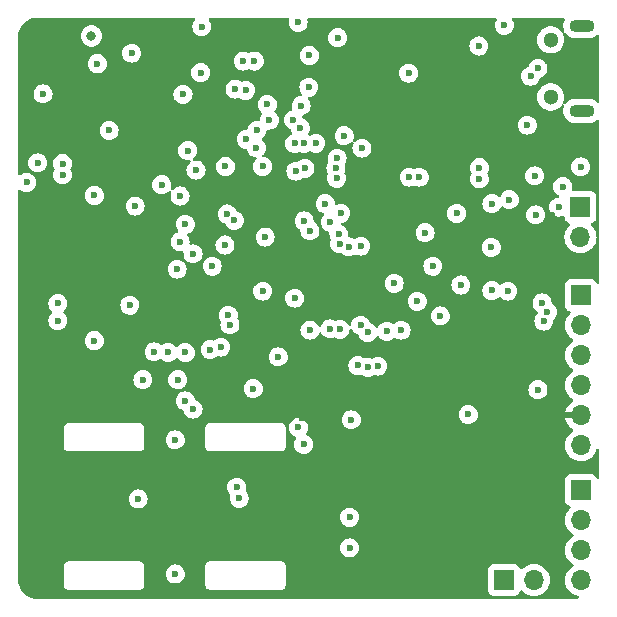
<source format=gbr>
%TF.GenerationSoftware,KiCad,Pcbnew,8.0.6*%
%TF.CreationDate,2025-08-27T22:10:31+02:00*%
%TF.ProjectId,probe,70726f62-652e-46b6-9963-61645f706362,V4-0*%
%TF.SameCoordinates,Original*%
%TF.FileFunction,Copper,L3,Inr*%
%TF.FilePolarity,Positive*%
%FSLAX46Y46*%
G04 Gerber Fmt 4.6, Leading zero omitted, Abs format (unit mm)*
G04 Created by KiCad (PCBNEW 8.0.6) date 2025-08-27 22:10:31*
%MOMM*%
%LPD*%
G01*
G04 APERTURE LIST*
%TA.AperFunction,ComponentPad*%
%ADD10O,2.140000X1.070000*%
%TD*%
%TA.AperFunction,ComponentPad*%
%ADD11C,1.300000*%
%TD*%
%TA.AperFunction,ComponentPad*%
%ADD12R,1.700000X1.700000*%
%TD*%
%TA.AperFunction,ComponentPad*%
%ADD13O,1.700000X1.700000*%
%TD*%
%TA.AperFunction,ViaPad*%
%ADD14C,0.600000*%
%TD*%
%TA.AperFunction,ViaPad*%
%ADD15C,0.800000*%
%TD*%
G04 APERTURE END LIST*
D10*
%TO.N,GND*%
%TO.C,J2*%
X188125000Y-21100000D03*
D11*
X185475000Y-22275000D03*
X185475000Y-27125000D03*
D10*
X188125000Y-28300000D03*
%TD*%
D12*
%TO.N,GND*%
%TO.C,J1*%
X181525000Y-68000000D03*
D13*
%TO.N,9V*%
X184065000Y-68000000D03*
%TD*%
D12*
%TO.N,D+*%
%TO.C,J5*%
X188000000Y-36450000D03*
D13*
%TO.N,D-*%
X188000000Y-38990000D03*
%TD*%
D12*
%TO.N,GND*%
%TO.C,J6*%
X188050000Y-60410000D03*
D13*
%TO.N,RS485_B-*%
X188050000Y-62950000D03*
%TO.N,RS485_A+*%
X188050000Y-65490000D03*
%TO.N,9V*%
X188050000Y-68030000D03*
%TD*%
D12*
%TO.N,/Signal*%
%TO.C,J3*%
X188050000Y-43910000D03*
D13*
%TO.N,/AMP*%
X188050000Y-46450000D03*
%TO.N,/DAC*%
X188050000Y-48990000D03*
%TO.N,/UNB_DAC*%
X188050000Y-51530000D03*
%TO.N,3V3*%
X188050000Y-54070000D03*
%TO.N,5V*%
X188050000Y-56610000D03*
%TD*%
D14*
%TO.N,SDA*%
X158900000Y-60150000D03*
%TO.N,5V*%
X153100000Y-48750000D03*
X155200000Y-53550000D03*
X183500000Y-29500000D03*
X164125000Y-55100000D03*
X154350000Y-26900000D03*
%TO.N,GND*%
X169150000Y-49850000D03*
X186150000Y-36450000D03*
X168450000Y-65300000D03*
X162422880Y-49122880D03*
X148100000Y-29950000D03*
X156812500Y-41450000D03*
X181550000Y-21050000D03*
X169400000Y-46450000D03*
X164350000Y-27850000D03*
X178500000Y-54000000D03*
X155450000Y-33300000D03*
X142500000Y-26850000D03*
X161487500Y-27750000D03*
X170850000Y-49900000D03*
X168600000Y-54450000D03*
X156650000Y-48500000D03*
X161300000Y-38975000D03*
X150300000Y-36350000D03*
X176150000Y-45650000D03*
D15*
X146600000Y-21950000D03*
D14*
X159450000Y-24075000D03*
X184400000Y-51900000D03*
X168450000Y-62700000D03*
X179450000Y-34050000D03*
X149850000Y-44750000D03*
X155950000Y-21150000D03*
X146850000Y-47750000D03*
X184750000Y-44550000D03*
X155850000Y-25050000D03*
X173450000Y-25100000D03*
X174850000Y-38600000D03*
X164600000Y-37600000D03*
X166400000Y-36150000D03*
X150550000Y-61150000D03*
%TO.N,3V3*%
X160350000Y-42900000D03*
X148050000Y-26900000D03*
X185550000Y-37100000D03*
X182700000Y-27400000D03*
X181450000Y-55100000D03*
X164400001Y-54319238D03*
X167400000Y-23800000D03*
X161300000Y-49200000D03*
X160950000Y-36750000D03*
X150550000Y-62150000D03*
X180750000Y-41150000D03*
X171600000Y-41450000D03*
X177500000Y-44500000D03*
X163090380Y-26340380D03*
X164675000Y-35394238D03*
%TO.N,/UNB_DAC*%
X155200000Y-40400000D03*
X160400000Y-24075000D03*
X154100000Y-35500000D03*
%TO.N,/DAC*%
X165000000Y-26300000D03*
X154750000Y-31650000D03*
X161100000Y-33000000D03*
X153850000Y-41700000D03*
X157550000Y-48300000D03*
X154550000Y-37900000D03*
X159700000Y-30700000D03*
%TO.N,/AMP*%
X158086827Y-37025000D03*
X161650000Y-29075793D03*
X141100000Y-34350000D03*
X160300000Y-51800000D03*
X146850000Y-35450000D03*
X153900000Y-51050000D03*
X150950000Y-51050000D03*
X163700000Y-29050000D03*
X163900000Y-33400000D03*
%TO.N,/Signal*%
X179450000Y-33100000D03*
X160600000Y-29950000D03*
X184200000Y-37100000D03*
X144150000Y-32750000D03*
X164279967Y-29725793D03*
X142050000Y-32700000D03*
%TO.N,D+*%
X188019975Y-33030025D03*
X184400000Y-24700000D03*
X174350000Y-33900000D03*
%TO.N,D-*%
X183775000Y-25350000D03*
X173500000Y-33900000D03*
%TO.N,GPIO42*%
X164100000Y-20800000D03*
X179400000Y-22800000D03*
%TO.N,RS485_B-*%
X177867610Y-43036244D03*
X184125000Y-33800000D03*
X185200000Y-45350000D03*
X181850000Y-43550000D03*
%TO.N,RS485_A+*%
X180500000Y-43500000D03*
X186500000Y-34700000D03*
X184900000Y-46100000D03*
X180450000Y-39850000D03*
%TO.N,Au+ Shield*%
X153700000Y-67500000D03*
X172225000Y-42900000D03*
X175500000Y-41450000D03*
X171600000Y-46950000D03*
%TO.N,/Au+*%
X164567525Y-56532475D03*
X165100000Y-46850000D03*
%TO.N,/Au-*%
X154550000Y-48750000D03*
X153700000Y-56150000D03*
X154099999Y-39380763D03*
X154550000Y-52850000D03*
%TO.N,Au- Shield*%
X170000000Y-50000000D03*
X170000000Y-47050000D03*
%TO.N,EN*%
X167450000Y-22100000D03*
X150000000Y-23400000D03*
%TO.N,GPIO0*%
X165050000Y-23600000D03*
X147100000Y-24300000D03*
%TO.N,Net-(U6-NO3)*%
X143750000Y-44600000D03*
X143750000Y-46050000D03*
X144150000Y-33700000D03*
X152550000Y-34550000D03*
%TO.N,SDA*%
X166800000Y-46750000D03*
X158756706Y-26444064D03*
X169500000Y-31450000D03*
%TO.N,SCL*%
X159100000Y-61100000D03*
X167641942Y-46791942D03*
X159650000Y-26550000D03*
X167400000Y-32300000D03*
%TO.N,SW_Au-_SH+*%
X177520000Y-36975000D03*
X174180000Y-44420000D03*
%TO.N,SW_UBD*%
X167545000Y-38750000D03*
X161100000Y-43550000D03*
%TO.N,SW_SGN*%
X169394240Y-39744240D03*
X163800000Y-44150000D03*
%TO.N,SW_AMP*%
X158325361Y-46398152D03*
X168409620Y-39809620D03*
%TO.N,SW_R1_1K*%
X160550000Y-31400000D03*
X164612824Y-31044040D03*
%TO.N,SW_Au-_GND*%
X165100000Y-38450000D03*
X167709620Y-36959620D03*
%TO.N,SW_Au-*%
X167350000Y-34000000D03*
X158686827Y-37563173D03*
%TO.N,SW_Calib*%
X168000000Y-30400000D03*
X163800000Y-31050000D03*
%TO.N,SW_Au+*%
X164675000Y-33150000D03*
X167300000Y-33150000D03*
%TO.N,SW_Au+_GND*%
X157900000Y-39650000D03*
X166831942Y-37718058D03*
%TO.N,SW_Au-_SH-*%
X181975000Y-35800000D03*
X180500000Y-36150000D03*
%TO.N,SW_R1_10K*%
X165597077Y-31044040D03*
X157944930Y-33000000D03*
%TO.N,SW_DAC*%
X158190380Y-45609620D03*
X167600000Y-39550000D03*
%TO.N,Net-(U10-COM1)*%
X172814690Y-46862500D03*
X151900000Y-48700000D03*
%TD*%
%TA.AperFunction,Conductor*%
%TO.N,3V3*%
G36*
X155335099Y-20420185D02*
G01*
X155380854Y-20472989D01*
X155390798Y-20542147D01*
X155361773Y-20605703D01*
X155355741Y-20612181D01*
X155320184Y-20647737D01*
X155224211Y-20800476D01*
X155164631Y-20970745D01*
X155164630Y-20970750D01*
X155144435Y-21149996D01*
X155144435Y-21150003D01*
X155164630Y-21329249D01*
X155164631Y-21329254D01*
X155224211Y-21499523D01*
X155285924Y-21597738D01*
X155320184Y-21652262D01*
X155447738Y-21779816D01*
X155449960Y-21781212D01*
X155571541Y-21857607D01*
X155600478Y-21875789D01*
X155713780Y-21915435D01*
X155770745Y-21935368D01*
X155770750Y-21935369D01*
X155949996Y-21955565D01*
X155950000Y-21955565D01*
X155950004Y-21955565D01*
X156129249Y-21935369D01*
X156129252Y-21935368D01*
X156129255Y-21935368D01*
X156299522Y-21875789D01*
X156452262Y-21779816D01*
X156579816Y-21652262D01*
X156675789Y-21499522D01*
X156735368Y-21329255D01*
X156737016Y-21314630D01*
X156755565Y-21150003D01*
X156755565Y-21149996D01*
X156735369Y-20970750D01*
X156735368Y-20970745D01*
X156675788Y-20800476D01*
X156584011Y-20654415D01*
X156579816Y-20647738D01*
X156544259Y-20612181D01*
X156510774Y-20550858D01*
X156515758Y-20481166D01*
X156557630Y-20425233D01*
X156623094Y-20400816D01*
X156631940Y-20400500D01*
X163216937Y-20400500D01*
X163283976Y-20420185D01*
X163329731Y-20472989D01*
X163339675Y-20542147D01*
X163333978Y-20565455D01*
X163314633Y-20620737D01*
X163314630Y-20620750D01*
X163294435Y-20799996D01*
X163294435Y-20800003D01*
X163314630Y-20979249D01*
X163314631Y-20979254D01*
X163374211Y-21149523D01*
X163454381Y-21277112D01*
X163470184Y-21302262D01*
X163597738Y-21429816D01*
X163750478Y-21525789D01*
X163910305Y-21581715D01*
X163920745Y-21585368D01*
X163920750Y-21585369D01*
X164099996Y-21605565D01*
X164100000Y-21605565D01*
X164100004Y-21605565D01*
X164279249Y-21585369D01*
X164279252Y-21585368D01*
X164279255Y-21585368D01*
X164449522Y-21525789D01*
X164602262Y-21429816D01*
X164729816Y-21302262D01*
X164825789Y-21149522D01*
X164885368Y-20979255D01*
X164885369Y-20979249D01*
X164905565Y-20800003D01*
X164905565Y-20799996D01*
X164885369Y-20620750D01*
X164885366Y-20620737D01*
X164866022Y-20565455D01*
X164862460Y-20495676D01*
X164897188Y-20435049D01*
X164959182Y-20402821D01*
X164983063Y-20400500D01*
X180788339Y-20400500D01*
X180855378Y-20420185D01*
X180901133Y-20472989D01*
X180911077Y-20542147D01*
X180893332Y-20590473D01*
X180824211Y-20700475D01*
X180764631Y-20870745D01*
X180764630Y-20870750D01*
X180744435Y-21049996D01*
X180744435Y-21050003D01*
X180764630Y-21229249D01*
X180764631Y-21229254D01*
X180824211Y-21399523D01*
X180868611Y-21470184D01*
X180920184Y-21552262D01*
X181047738Y-21679816D01*
X181095806Y-21710019D01*
X181178125Y-21761744D01*
X181200478Y-21775789D01*
X181292815Y-21808099D01*
X181370745Y-21835368D01*
X181370750Y-21835369D01*
X181549996Y-21855565D01*
X181550000Y-21855565D01*
X181550004Y-21855565D01*
X181729249Y-21835369D01*
X181729252Y-21835368D01*
X181729255Y-21835368D01*
X181899522Y-21775789D01*
X182052262Y-21679816D01*
X182179816Y-21552262D01*
X182275789Y-21399522D01*
X182335368Y-21229255D01*
X182338440Y-21201990D01*
X182355565Y-21050003D01*
X182355565Y-21049996D01*
X182335369Y-20870750D01*
X182335368Y-20870745D01*
X182275788Y-20700475D01*
X182206668Y-20590473D01*
X182187667Y-20523236D01*
X182208034Y-20456401D01*
X182261302Y-20411186D01*
X182311661Y-20400500D01*
X186580018Y-20400500D01*
X186647057Y-20420185D01*
X186692812Y-20472989D01*
X186702756Y-20542147D01*
X186683120Y-20593392D01*
X186672352Y-20609506D01*
X186672348Y-20609513D01*
X186594295Y-20797951D01*
X186594292Y-20797961D01*
X186554500Y-20998009D01*
X186554500Y-20998012D01*
X186554500Y-21201988D01*
X186554500Y-21201990D01*
X186554499Y-21201990D01*
X186594292Y-21402038D01*
X186594295Y-21402048D01*
X186632003Y-21493084D01*
X186639472Y-21562553D01*
X186608196Y-21625032D01*
X186548107Y-21660684D01*
X186478282Y-21658190D01*
X186420890Y-21618341D01*
X186418488Y-21615263D01*
X186411164Y-21605565D01*
X186328872Y-21496593D01*
X186171302Y-21352948D01*
X185990019Y-21240702D01*
X185990017Y-21240701D01*
X185890086Y-21201988D01*
X185791198Y-21163679D01*
X185581610Y-21124500D01*
X185368390Y-21124500D01*
X185158802Y-21163679D01*
X185158799Y-21163679D01*
X185158799Y-21163680D01*
X184959982Y-21240701D01*
X184959980Y-21240702D01*
X184778699Y-21352947D01*
X184621127Y-21496593D01*
X184492632Y-21666746D01*
X184397596Y-21857605D01*
X184397596Y-21857607D01*
X184339244Y-22062689D01*
X184319571Y-22274999D01*
X184319571Y-22275000D01*
X184339244Y-22487310D01*
X184397596Y-22692392D01*
X184397596Y-22692394D01*
X184492632Y-22883253D01*
X184618916Y-23050478D01*
X184621128Y-23053407D01*
X184778698Y-23197052D01*
X184959981Y-23309298D01*
X185158802Y-23386321D01*
X185368390Y-23425500D01*
X185368392Y-23425500D01*
X185581608Y-23425500D01*
X185581610Y-23425500D01*
X185791198Y-23386321D01*
X185990019Y-23309298D01*
X186171302Y-23197052D01*
X186328872Y-23053407D01*
X186457366Y-22883255D01*
X186473676Y-22850500D01*
X186552403Y-22692394D01*
X186552403Y-22692393D01*
X186552405Y-22692389D01*
X186610756Y-22487310D01*
X186630429Y-22275000D01*
X186610756Y-22062690D01*
X186552405Y-21857611D01*
X186548416Y-21849601D01*
X186536153Y-21780817D01*
X186563024Y-21716322D01*
X186620499Y-21676592D01*
X186690329Y-21674242D01*
X186750344Y-21710019D01*
X186762517Y-21725435D01*
X186785677Y-21760096D01*
X186929903Y-21904322D01*
X186929907Y-21904325D01*
X187099500Y-22017644D01*
X187099513Y-22017651D01*
X187208248Y-22062690D01*
X187287956Y-22095706D01*
X187287960Y-22095706D01*
X187287961Y-22095707D01*
X187488009Y-22135500D01*
X187488012Y-22135500D01*
X188761990Y-22135500D01*
X188896579Y-22108727D01*
X188962044Y-22095706D01*
X189150493Y-22017648D01*
X189320093Y-21904325D01*
X189348630Y-21875788D01*
X189387819Y-21836600D01*
X189449142Y-21803115D01*
X189518834Y-21808099D01*
X189574767Y-21849971D01*
X189599184Y-21915435D01*
X189599500Y-21924281D01*
X189599500Y-27475719D01*
X189579815Y-27542758D01*
X189527011Y-27588513D01*
X189457853Y-27598457D01*
X189394297Y-27569432D01*
X189387819Y-27563400D01*
X189320096Y-27495677D01*
X189320092Y-27495674D01*
X189150499Y-27382355D01*
X189150486Y-27382348D01*
X188962048Y-27304295D01*
X188962038Y-27304292D01*
X188761990Y-27264500D01*
X188761988Y-27264500D01*
X187488012Y-27264500D01*
X187488010Y-27264500D01*
X187287961Y-27304292D01*
X187287951Y-27304295D01*
X187099513Y-27382348D01*
X187099500Y-27382355D01*
X186929907Y-27495674D01*
X186929903Y-27495677D01*
X186785675Y-27639905D01*
X186762516Y-27674565D01*
X186708902Y-27719369D01*
X186639577Y-27728075D01*
X186576550Y-27697919D01*
X186539833Y-27638475D01*
X186541081Y-27568616D01*
X186548411Y-27550408D01*
X186552405Y-27542389D01*
X186610756Y-27337310D01*
X186630429Y-27125000D01*
X186610756Y-26912690D01*
X186552405Y-26707611D01*
X186552403Y-26707606D01*
X186552403Y-26707605D01*
X186457367Y-26516746D01*
X186328872Y-26346593D01*
X186171302Y-26202948D01*
X185990019Y-26090702D01*
X185990017Y-26090701D01*
X185870589Y-26044435D01*
X185791198Y-26013679D01*
X185581610Y-25974500D01*
X185368390Y-25974500D01*
X185158802Y-26013679D01*
X185158799Y-26013679D01*
X185158799Y-26013680D01*
X184959982Y-26090701D01*
X184959980Y-26090702D01*
X184778699Y-26202947D01*
X184621127Y-26346593D01*
X184492632Y-26516746D01*
X184397596Y-26707605D01*
X184397596Y-26707607D01*
X184342855Y-26900000D01*
X184339244Y-26912690D01*
X184319571Y-27125000D01*
X184339244Y-27337310D01*
X184384303Y-27495675D01*
X184397596Y-27542392D01*
X184397596Y-27542394D01*
X184492632Y-27733253D01*
X184590056Y-27862262D01*
X184621128Y-27903407D01*
X184778698Y-28047052D01*
X184959981Y-28159298D01*
X185158802Y-28236321D01*
X185368390Y-28275500D01*
X185368392Y-28275500D01*
X185581608Y-28275500D01*
X185581610Y-28275500D01*
X185791198Y-28236321D01*
X185990019Y-28159298D01*
X186171302Y-28047052D01*
X186328872Y-27903407D01*
X186418490Y-27784734D01*
X186474597Y-27743100D01*
X186544309Y-27738409D01*
X186605491Y-27772151D01*
X186638718Y-27833614D01*
X186633441Y-27903284D01*
X186632004Y-27906915D01*
X186594294Y-27997956D01*
X186594293Y-27997959D01*
X186594293Y-27997960D01*
X186594292Y-27997961D01*
X186554500Y-28198009D01*
X186554500Y-28198012D01*
X186554500Y-28401988D01*
X186554500Y-28401990D01*
X186554499Y-28401990D01*
X186594292Y-28602038D01*
X186594295Y-28602048D01*
X186672348Y-28790486D01*
X186672355Y-28790499D01*
X186785674Y-28960092D01*
X186785677Y-28960096D01*
X186929903Y-29104322D01*
X186929907Y-29104325D01*
X187099500Y-29217644D01*
X187099513Y-29217651D01*
X187287951Y-29295704D01*
X187287956Y-29295706D01*
X187287960Y-29295706D01*
X187287961Y-29295707D01*
X187488009Y-29335500D01*
X187488012Y-29335500D01*
X188761990Y-29335500D01*
X188896579Y-29308727D01*
X188962044Y-29295706D01*
X189122486Y-29229249D01*
X189150486Y-29217651D01*
X189150486Y-29217650D01*
X189150493Y-29217648D01*
X189320093Y-29104325D01*
X189348629Y-29075789D01*
X189387819Y-29036600D01*
X189449142Y-29003115D01*
X189518834Y-29008099D01*
X189574767Y-29049971D01*
X189599184Y-29115435D01*
X189599500Y-29124281D01*
X189599500Y-38937050D01*
X189583281Y-38992284D01*
X189597069Y-39018517D01*
X189599500Y-39042949D01*
X189599500Y-42815951D01*
X189579815Y-42882990D01*
X189527011Y-42928745D01*
X189457853Y-42938689D01*
X189394297Y-42909664D01*
X189359318Y-42859284D01*
X189343797Y-42817671D01*
X189343793Y-42817664D01*
X189257547Y-42702455D01*
X189257544Y-42702452D01*
X189142335Y-42616206D01*
X189142328Y-42616202D01*
X189007482Y-42565908D01*
X189007483Y-42565908D01*
X188947883Y-42559501D01*
X188947881Y-42559500D01*
X188947873Y-42559500D01*
X188947864Y-42559500D01*
X187152129Y-42559500D01*
X187152123Y-42559501D01*
X187092516Y-42565908D01*
X186957671Y-42616202D01*
X186957664Y-42616206D01*
X186842455Y-42702452D01*
X186842452Y-42702455D01*
X186756206Y-42817664D01*
X186756202Y-42817671D01*
X186705908Y-42952517D01*
X186699501Y-43012116D01*
X186699500Y-43012135D01*
X186699500Y-44807870D01*
X186699501Y-44807876D01*
X186705908Y-44867483D01*
X186756202Y-45002328D01*
X186756206Y-45002335D01*
X186842452Y-45117544D01*
X186842455Y-45117547D01*
X186957664Y-45203793D01*
X186957671Y-45203797D01*
X187089081Y-45252810D01*
X187145015Y-45294681D01*
X187169432Y-45360145D01*
X187154580Y-45428418D01*
X187133430Y-45456673D01*
X187011503Y-45578600D01*
X186875965Y-45772169D01*
X186875964Y-45772171D01*
X186776098Y-45986335D01*
X186776094Y-45986344D01*
X186714938Y-46214586D01*
X186714936Y-46214596D01*
X186694341Y-46449999D01*
X186694341Y-46450000D01*
X186714936Y-46685403D01*
X186714938Y-46685413D01*
X186776094Y-46913655D01*
X186776096Y-46913659D01*
X186776097Y-46913663D01*
X186835878Y-47041864D01*
X186875965Y-47127830D01*
X186875967Y-47127834D01*
X187011501Y-47321395D01*
X187011506Y-47321402D01*
X187178597Y-47488493D01*
X187178603Y-47488498D01*
X187364158Y-47618425D01*
X187407783Y-47673002D01*
X187414977Y-47742500D01*
X187383454Y-47804855D01*
X187364158Y-47821575D01*
X187178597Y-47951505D01*
X187011505Y-48118597D01*
X186875965Y-48312169D01*
X186875964Y-48312171D01*
X186776098Y-48526335D01*
X186776094Y-48526344D01*
X186714938Y-48754586D01*
X186714936Y-48754596D01*
X186694341Y-48989999D01*
X186694341Y-48990000D01*
X186714936Y-49225403D01*
X186714938Y-49225413D01*
X186776094Y-49453655D01*
X186776096Y-49453659D01*
X186776097Y-49453663D01*
X186821242Y-49550476D01*
X186875965Y-49667830D01*
X186875967Y-49667834D01*
X187011501Y-49861395D01*
X187011506Y-49861402D01*
X187178597Y-50028493D01*
X187178603Y-50028498D01*
X187364158Y-50158425D01*
X187407783Y-50213002D01*
X187414977Y-50282500D01*
X187383454Y-50344855D01*
X187364158Y-50361575D01*
X187178597Y-50491505D01*
X187011505Y-50658597D01*
X186875965Y-50852169D01*
X186875964Y-50852171D01*
X186776098Y-51066335D01*
X186776094Y-51066344D01*
X186714938Y-51294586D01*
X186714936Y-51294596D01*
X186694341Y-51529999D01*
X186694341Y-51530000D01*
X186714936Y-51765403D01*
X186714938Y-51765413D01*
X186776094Y-51993655D01*
X186776096Y-51993659D01*
X186776097Y-51993663D01*
X186848776Y-52149523D01*
X186875965Y-52207830D01*
X186875967Y-52207834D01*
X187011501Y-52401395D01*
X187011506Y-52401402D01*
X187178597Y-52568493D01*
X187178603Y-52568498D01*
X187364594Y-52698730D01*
X187408219Y-52753307D01*
X187415413Y-52822805D01*
X187383890Y-52885160D01*
X187364595Y-52901880D01*
X187178922Y-53031890D01*
X187178920Y-53031891D01*
X187011891Y-53198920D01*
X187011886Y-53198926D01*
X186876400Y-53392420D01*
X186876399Y-53392422D01*
X186776570Y-53606507D01*
X186776567Y-53606513D01*
X186719364Y-53819999D01*
X186719364Y-53820000D01*
X187616988Y-53820000D01*
X187584075Y-53877007D01*
X187550000Y-54004174D01*
X187550000Y-54135826D01*
X187584075Y-54262993D01*
X187616988Y-54320000D01*
X186719364Y-54320000D01*
X186776567Y-54533486D01*
X186776570Y-54533492D01*
X186876399Y-54747578D01*
X187011894Y-54941082D01*
X187178917Y-55108105D01*
X187364595Y-55238119D01*
X187408219Y-55292696D01*
X187415412Y-55362195D01*
X187383890Y-55424549D01*
X187364595Y-55441269D01*
X187178594Y-55571508D01*
X187011505Y-55738597D01*
X186875965Y-55932169D01*
X186875964Y-55932171D01*
X186776098Y-56146335D01*
X186776094Y-56146344D01*
X186714938Y-56374586D01*
X186714936Y-56374596D01*
X186694341Y-56609999D01*
X186694341Y-56610000D01*
X186714936Y-56845403D01*
X186714938Y-56845413D01*
X186776094Y-57073655D01*
X186776096Y-57073659D01*
X186776097Y-57073663D01*
X186800269Y-57125499D01*
X186875965Y-57287830D01*
X186875967Y-57287834D01*
X186911122Y-57338040D01*
X187011505Y-57481401D01*
X187178599Y-57648495D01*
X187275384Y-57716265D01*
X187372165Y-57784032D01*
X187372167Y-57784033D01*
X187372170Y-57784035D01*
X187586337Y-57883903D01*
X187814592Y-57945063D01*
X188002918Y-57961539D01*
X188049999Y-57965659D01*
X188050000Y-57965659D01*
X188050001Y-57965659D01*
X188089234Y-57962226D01*
X188285408Y-57945063D01*
X188513663Y-57883903D01*
X188727830Y-57784035D01*
X188921401Y-57648495D01*
X189088495Y-57481401D01*
X189224035Y-57287830D01*
X189323903Y-57073663D01*
X189355725Y-56954899D01*
X189392090Y-56895240D01*
X189454936Y-56864710D01*
X189524312Y-56873004D01*
X189578190Y-56917489D01*
X189599465Y-56984041D01*
X189599500Y-56986993D01*
X189599500Y-59315951D01*
X189579815Y-59382990D01*
X189527011Y-59428745D01*
X189457853Y-59438689D01*
X189394297Y-59409664D01*
X189359318Y-59359284D01*
X189343797Y-59317671D01*
X189343793Y-59317664D01*
X189257547Y-59202455D01*
X189257544Y-59202452D01*
X189142335Y-59116206D01*
X189142328Y-59116202D01*
X189007482Y-59065908D01*
X189007483Y-59065908D01*
X188947883Y-59059501D01*
X188947881Y-59059500D01*
X188947873Y-59059500D01*
X188947864Y-59059500D01*
X187152129Y-59059500D01*
X187152123Y-59059501D01*
X187092516Y-59065908D01*
X186957671Y-59116202D01*
X186957664Y-59116206D01*
X186842455Y-59202452D01*
X186842452Y-59202455D01*
X186756206Y-59317664D01*
X186756202Y-59317671D01*
X186705908Y-59452517D01*
X186699501Y-59512116D01*
X186699500Y-59512135D01*
X186699500Y-61307870D01*
X186699501Y-61307876D01*
X186705908Y-61367483D01*
X186756202Y-61502328D01*
X186756206Y-61502335D01*
X186842452Y-61617544D01*
X186842455Y-61617547D01*
X186957664Y-61703793D01*
X186957671Y-61703797D01*
X187089081Y-61752810D01*
X187145015Y-61794681D01*
X187169432Y-61860145D01*
X187154580Y-61928418D01*
X187133430Y-61956673D01*
X187011503Y-62078600D01*
X186875965Y-62272169D01*
X186875964Y-62272171D01*
X186776098Y-62486335D01*
X186776094Y-62486344D01*
X186714938Y-62714586D01*
X186714936Y-62714596D01*
X186694341Y-62949999D01*
X186694341Y-62950000D01*
X186714936Y-63185403D01*
X186714938Y-63185413D01*
X186776094Y-63413655D01*
X186776096Y-63413659D01*
X186776097Y-63413663D01*
X186818952Y-63505565D01*
X186875965Y-63627830D01*
X186875967Y-63627834D01*
X187011501Y-63821395D01*
X187011506Y-63821402D01*
X187178597Y-63988493D01*
X187178603Y-63988498D01*
X187364158Y-64118425D01*
X187407783Y-64173002D01*
X187414977Y-64242500D01*
X187383454Y-64304855D01*
X187364158Y-64321575D01*
X187178597Y-64451505D01*
X187011505Y-64618597D01*
X186875965Y-64812169D01*
X186875964Y-64812171D01*
X186776098Y-65026335D01*
X186776094Y-65026344D01*
X186714938Y-65254586D01*
X186714936Y-65254596D01*
X186694341Y-65489999D01*
X186694341Y-65490000D01*
X186714936Y-65725403D01*
X186714938Y-65725413D01*
X186776094Y-65953655D01*
X186776096Y-65953659D01*
X186776097Y-65953663D01*
X186809730Y-66025788D01*
X186875965Y-66167830D01*
X186875967Y-66167834D01*
X187011501Y-66361395D01*
X187011506Y-66361402D01*
X187178597Y-66528493D01*
X187178603Y-66528498D01*
X187364158Y-66658425D01*
X187407783Y-66713002D01*
X187414977Y-66782500D01*
X187383454Y-66844855D01*
X187364158Y-66861575D01*
X187178597Y-66991505D01*
X187011505Y-67158597D01*
X186875965Y-67352169D01*
X186875964Y-67352171D01*
X186776098Y-67566335D01*
X186776094Y-67566344D01*
X186714938Y-67794586D01*
X186714936Y-67794596D01*
X186694341Y-68029999D01*
X186694341Y-68030000D01*
X186714936Y-68265403D01*
X186714938Y-68265413D01*
X186776094Y-68493655D01*
X186776096Y-68493659D01*
X186776097Y-68493663D01*
X186816164Y-68579586D01*
X186875965Y-68707830D01*
X186875967Y-68707834D01*
X186958358Y-68825499D01*
X187011505Y-68901401D01*
X187178599Y-69068495D01*
X187212646Y-69092335D01*
X187372165Y-69204032D01*
X187372167Y-69204033D01*
X187372170Y-69204035D01*
X187586337Y-69303903D01*
X187779495Y-69355659D01*
X187779742Y-69355725D01*
X187839403Y-69392090D01*
X187869932Y-69454936D01*
X187861638Y-69524312D01*
X187817152Y-69578190D01*
X187750601Y-69599465D01*
X187747649Y-69599500D01*
X184117950Y-69599500D01*
X184062714Y-69583280D01*
X184036482Y-69597069D01*
X184012050Y-69599500D01*
X142004428Y-69599500D01*
X141995582Y-69599184D01*
X141966011Y-69597069D01*
X141781211Y-69583851D01*
X141763700Y-69581333D01*
X141558039Y-69536595D01*
X141541063Y-69531611D01*
X141343849Y-69458053D01*
X141327757Y-69450703D01*
X141143031Y-69349836D01*
X141128146Y-69340271D01*
X141121186Y-69335061D01*
X140959646Y-69214133D01*
X140946276Y-69202547D01*
X140797452Y-69053723D01*
X140785866Y-69040353D01*
X140659724Y-68871848D01*
X140650163Y-68856968D01*
X140549296Y-68672242D01*
X140541946Y-68656150D01*
X140513389Y-68579586D01*
X140468385Y-68458928D01*
X140463406Y-68441969D01*
X140418665Y-68236296D01*
X140416148Y-68218787D01*
X140400816Y-68004418D01*
X140400500Y-67995572D01*
X140400500Y-66772273D01*
X144249500Y-66772273D01*
X144249500Y-68372273D01*
X144249500Y-68477727D01*
X144276793Y-68579587D01*
X144329520Y-68670913D01*
X144404087Y-68745480D01*
X144495413Y-68798207D01*
X144597273Y-68825500D01*
X144597275Y-68825500D01*
X150702725Y-68825500D01*
X150702727Y-68825500D01*
X150804587Y-68798207D01*
X150895913Y-68745480D01*
X150970480Y-68670913D01*
X151023207Y-68579587D01*
X151050500Y-68477727D01*
X151050500Y-67499996D01*
X152894435Y-67499996D01*
X152894435Y-67500003D01*
X152914630Y-67679249D01*
X152914631Y-67679254D01*
X152974211Y-67849523D01*
X153032581Y-67942417D01*
X153070184Y-68002262D01*
X153197738Y-68129816D01*
X153350478Y-68225789D01*
X153463703Y-68265408D01*
X153520745Y-68285368D01*
X153520750Y-68285369D01*
X153699996Y-68305565D01*
X153700000Y-68305565D01*
X153700004Y-68305565D01*
X153879249Y-68285369D01*
X153879252Y-68285368D01*
X153879255Y-68285368D01*
X154049522Y-68225789D01*
X154202262Y-68129816D01*
X154329816Y-68002262D01*
X154425789Y-67849522D01*
X154485368Y-67679255D01*
X154505565Y-67500000D01*
X154485528Y-67322169D01*
X154485369Y-67320750D01*
X154485368Y-67320745D01*
X154452040Y-67225500D01*
X154425789Y-67150478D01*
X154412041Y-67128599D01*
X154375258Y-67070058D01*
X154329816Y-66997738D01*
X154202262Y-66870184D01*
X154161951Y-66844855D01*
X154049523Y-66774211D01*
X154043985Y-66772273D01*
X156249500Y-66772273D01*
X156249500Y-68372273D01*
X156249500Y-68477727D01*
X156276793Y-68579587D01*
X156329520Y-68670913D01*
X156404087Y-68745480D01*
X156495413Y-68798207D01*
X156597273Y-68825500D01*
X156597275Y-68825500D01*
X162702725Y-68825500D01*
X162702727Y-68825500D01*
X162804587Y-68798207D01*
X162895913Y-68745480D01*
X162970480Y-68670913D01*
X163023207Y-68579587D01*
X163050500Y-68477727D01*
X163050500Y-67102135D01*
X180174500Y-67102135D01*
X180174500Y-68897870D01*
X180174501Y-68897876D01*
X180180908Y-68957483D01*
X180231202Y-69092328D01*
X180231206Y-69092335D01*
X180317452Y-69207544D01*
X180317455Y-69207547D01*
X180432664Y-69293793D01*
X180432671Y-69293797D01*
X180567517Y-69344091D01*
X180567516Y-69344091D01*
X180574444Y-69344835D01*
X180627127Y-69350500D01*
X182422872Y-69350499D01*
X182482483Y-69344091D01*
X182617331Y-69293796D01*
X182732546Y-69207546D01*
X182818796Y-69092331D01*
X182867810Y-68960916D01*
X182909681Y-68904984D01*
X182975145Y-68880566D01*
X183043418Y-68895417D01*
X183071673Y-68916569D01*
X183193599Y-69038495D01*
X183290384Y-69106265D01*
X183387165Y-69174032D01*
X183387167Y-69174033D01*
X183387170Y-69174035D01*
X183601337Y-69273903D01*
X183829592Y-69335063D01*
X184006011Y-69350498D01*
X184022858Y-69351972D01*
X184064655Y-69368322D01*
X184083015Y-69356523D01*
X184107142Y-69351972D01*
X184123989Y-69350498D01*
X184300408Y-69335063D01*
X184528663Y-69273903D01*
X184742830Y-69174035D01*
X184936401Y-69038495D01*
X185103495Y-68871401D01*
X185239035Y-68677830D01*
X185338903Y-68463663D01*
X185400063Y-68235408D01*
X185420659Y-68000000D01*
X185400063Y-67764592D01*
X185338903Y-67536337D01*
X185239035Y-67322171D01*
X185124502Y-67158599D01*
X185103494Y-67128597D01*
X184936402Y-66961506D01*
X184936395Y-66961501D01*
X184742834Y-66825967D01*
X184742830Y-66825965D01*
X184702155Y-66806998D01*
X184528663Y-66726097D01*
X184528659Y-66726096D01*
X184528655Y-66726094D01*
X184300413Y-66664938D01*
X184300403Y-66664936D01*
X184065001Y-66644341D01*
X184064999Y-66644341D01*
X183829596Y-66664936D01*
X183829586Y-66664938D01*
X183601344Y-66726094D01*
X183601335Y-66726098D01*
X183387171Y-66825964D01*
X183387169Y-66825965D01*
X183193600Y-66961503D01*
X183071673Y-67083430D01*
X183010350Y-67116914D01*
X182940658Y-67111930D01*
X182884725Y-67070058D01*
X182867810Y-67039081D01*
X182818797Y-66907671D01*
X182818793Y-66907664D01*
X182732547Y-66792455D01*
X182732544Y-66792452D01*
X182617335Y-66706206D01*
X182617328Y-66706202D01*
X182482482Y-66655908D01*
X182482483Y-66655908D01*
X182422883Y-66649501D01*
X182422881Y-66649500D01*
X182422873Y-66649500D01*
X182422864Y-66649500D01*
X180627129Y-66649500D01*
X180627123Y-66649501D01*
X180567516Y-66655908D01*
X180432671Y-66706202D01*
X180432664Y-66706206D01*
X180317455Y-66792452D01*
X180317452Y-66792455D01*
X180231206Y-66907664D01*
X180231202Y-66907671D01*
X180180908Y-67042517D01*
X180174501Y-67102116D01*
X180174500Y-67102135D01*
X163050500Y-67102135D01*
X163050500Y-66772273D01*
X163023207Y-66670413D01*
X162970480Y-66579087D01*
X162895913Y-66504520D01*
X162804587Y-66451793D01*
X162702727Y-66424500D01*
X156702727Y-66424500D01*
X156597273Y-66424500D01*
X156495413Y-66451793D01*
X156495410Y-66451794D01*
X156404085Y-66504521D01*
X156329521Y-66579085D01*
X156276794Y-66670410D01*
X156276793Y-66670413D01*
X156249500Y-66772273D01*
X154043985Y-66772273D01*
X153879254Y-66714631D01*
X153879249Y-66714630D01*
X153700004Y-66694435D01*
X153699996Y-66694435D01*
X153520750Y-66714630D01*
X153520745Y-66714631D01*
X153350476Y-66774211D01*
X153197737Y-66870184D01*
X153070184Y-66997737D01*
X152974211Y-67150476D01*
X152914631Y-67320745D01*
X152914630Y-67320750D01*
X152894435Y-67499996D01*
X151050500Y-67499996D01*
X151050500Y-66772273D01*
X151023207Y-66670413D01*
X150970480Y-66579087D01*
X150895913Y-66504520D01*
X150804587Y-66451793D01*
X150702727Y-66424500D01*
X144702727Y-66424500D01*
X144597273Y-66424500D01*
X144495413Y-66451793D01*
X144495410Y-66451794D01*
X144404085Y-66504521D01*
X144329521Y-66579085D01*
X144276794Y-66670410D01*
X144276793Y-66670413D01*
X144249500Y-66772273D01*
X140400500Y-66772273D01*
X140400500Y-65299996D01*
X167644435Y-65299996D01*
X167644435Y-65300003D01*
X167664630Y-65479249D01*
X167664631Y-65479254D01*
X167724211Y-65649523D01*
X167789233Y-65753004D01*
X167820184Y-65802262D01*
X167947738Y-65929816D01*
X168100478Y-66025789D01*
X168270745Y-66085368D01*
X168270750Y-66085369D01*
X168449996Y-66105565D01*
X168450000Y-66105565D01*
X168450004Y-66105565D01*
X168629249Y-66085369D01*
X168629252Y-66085368D01*
X168629255Y-66085368D01*
X168799522Y-66025789D01*
X168952262Y-65929816D01*
X169079816Y-65802262D01*
X169175789Y-65649522D01*
X169235368Y-65479255D01*
X169255565Y-65300000D01*
X169250449Y-65254596D01*
X169235369Y-65120750D01*
X169235368Y-65120745D01*
X169232660Y-65113006D01*
X169175789Y-64950478D01*
X169079816Y-64797738D01*
X168952262Y-64670184D01*
X168799523Y-64574211D01*
X168629254Y-64514631D01*
X168629249Y-64514630D01*
X168450004Y-64494435D01*
X168449996Y-64494435D01*
X168270750Y-64514630D01*
X168270745Y-64514631D01*
X168100476Y-64574211D01*
X167947737Y-64670184D01*
X167820184Y-64797737D01*
X167724211Y-64950476D01*
X167664631Y-65120745D01*
X167664630Y-65120750D01*
X167644435Y-65299996D01*
X140400500Y-65299996D01*
X140400500Y-62699996D01*
X167644435Y-62699996D01*
X167644435Y-62700003D01*
X167664630Y-62879249D01*
X167664631Y-62879254D01*
X167724211Y-63049523D01*
X167809591Y-63185403D01*
X167820184Y-63202262D01*
X167947738Y-63329816D01*
X168038080Y-63386582D01*
X168081179Y-63413663D01*
X168100478Y-63425789D01*
X168270745Y-63485368D01*
X168270750Y-63485369D01*
X168449996Y-63505565D01*
X168450000Y-63505565D01*
X168450004Y-63505565D01*
X168629249Y-63485369D01*
X168629252Y-63485368D01*
X168629255Y-63485368D01*
X168799522Y-63425789D01*
X168952262Y-63329816D01*
X169079816Y-63202262D01*
X169175789Y-63049522D01*
X169235368Y-62879255D01*
X169235369Y-62879249D01*
X169255565Y-62700003D01*
X169255565Y-62699996D01*
X169235369Y-62520750D01*
X169235368Y-62520745D01*
X169175788Y-62350476D01*
X169079815Y-62197737D01*
X168952262Y-62070184D01*
X168799523Y-61974211D01*
X168629254Y-61914631D01*
X168629249Y-61914630D01*
X168450004Y-61894435D01*
X168449996Y-61894435D01*
X168270750Y-61914630D01*
X168270745Y-61914631D01*
X168100476Y-61974211D01*
X167947737Y-62070184D01*
X167820184Y-62197737D01*
X167724211Y-62350476D01*
X167664631Y-62520745D01*
X167664630Y-62520750D01*
X167644435Y-62699996D01*
X140400500Y-62699996D01*
X140400500Y-61149996D01*
X149744435Y-61149996D01*
X149744435Y-61150003D01*
X149764630Y-61329249D01*
X149764631Y-61329254D01*
X149824211Y-61499523D01*
X149888767Y-61602262D01*
X149920184Y-61652262D01*
X150047738Y-61779816D01*
X150120697Y-61825659D01*
X150175580Y-61860145D01*
X150200478Y-61875789D01*
X150311479Y-61914630D01*
X150370745Y-61935368D01*
X150370750Y-61935369D01*
X150549996Y-61955565D01*
X150550000Y-61955565D01*
X150550004Y-61955565D01*
X150729249Y-61935369D01*
X150729252Y-61935368D01*
X150729255Y-61935368D01*
X150899522Y-61875789D01*
X151052262Y-61779816D01*
X151179816Y-61652262D01*
X151275789Y-61499522D01*
X151335368Y-61329255D01*
X151337777Y-61307873D01*
X151355565Y-61150003D01*
X151355565Y-61149996D01*
X151335369Y-60970750D01*
X151335368Y-60970745D01*
X151275788Y-60800476D01*
X151212458Y-60699688D01*
X151179816Y-60647738D01*
X151052262Y-60520184D01*
X151019379Y-60499522D01*
X150899523Y-60424211D01*
X150729254Y-60364631D01*
X150729249Y-60364630D01*
X150550004Y-60344435D01*
X150549996Y-60344435D01*
X150370750Y-60364630D01*
X150370745Y-60364631D01*
X150200476Y-60424211D01*
X150047737Y-60520184D01*
X149920184Y-60647737D01*
X149824211Y-60800476D01*
X149764631Y-60970745D01*
X149764630Y-60970750D01*
X149744435Y-61149996D01*
X140400500Y-61149996D01*
X140400500Y-60149996D01*
X158094435Y-60149996D01*
X158094435Y-60150003D01*
X158114630Y-60329249D01*
X158114631Y-60329254D01*
X158174211Y-60499523D01*
X158270184Y-60652262D01*
X158317610Y-60699688D01*
X158351095Y-60761011D01*
X158346971Y-60828323D01*
X158314631Y-60920747D01*
X158294435Y-61099996D01*
X158294435Y-61100003D01*
X158314630Y-61279249D01*
X158314631Y-61279254D01*
X158374211Y-61449523D01*
X158408472Y-61504048D01*
X158470184Y-61602262D01*
X158597738Y-61729816D01*
X158750478Y-61825789D01*
X158848662Y-61860145D01*
X158920745Y-61885368D01*
X158920750Y-61885369D01*
X159099996Y-61905565D01*
X159100000Y-61905565D01*
X159100004Y-61905565D01*
X159279249Y-61885369D01*
X159279252Y-61885368D01*
X159279255Y-61885368D01*
X159449522Y-61825789D01*
X159602262Y-61729816D01*
X159729816Y-61602262D01*
X159825789Y-61449522D01*
X159885368Y-61279255D01*
X159899931Y-61150003D01*
X159905565Y-61100003D01*
X159905565Y-61099996D01*
X159885369Y-60920750D01*
X159885368Y-60920745D01*
X159843284Y-60800476D01*
X159825789Y-60750478D01*
X159793875Y-60699688D01*
X159729815Y-60597737D01*
X159682388Y-60550310D01*
X159648903Y-60488987D01*
X159653027Y-60421677D01*
X159685368Y-60329255D01*
X159705565Y-60150000D01*
X159685368Y-59970745D01*
X159625789Y-59800478D01*
X159529816Y-59647738D01*
X159402262Y-59520184D01*
X159272564Y-59438689D01*
X159249523Y-59424211D01*
X159079254Y-59364631D01*
X159079249Y-59364630D01*
X158900004Y-59344435D01*
X158899996Y-59344435D01*
X158720750Y-59364630D01*
X158720745Y-59364631D01*
X158550476Y-59424211D01*
X158397737Y-59520184D01*
X158270184Y-59647737D01*
X158174211Y-59800476D01*
X158114631Y-59970745D01*
X158114630Y-59970750D01*
X158094435Y-60149996D01*
X140400500Y-60149996D01*
X140400500Y-55072273D01*
X144249500Y-55072273D01*
X144249500Y-56672273D01*
X144249500Y-56777727D01*
X144276793Y-56879587D01*
X144329520Y-56970913D01*
X144404087Y-57045480D01*
X144495413Y-57098207D01*
X144597273Y-57125500D01*
X144597275Y-57125500D01*
X150702725Y-57125500D01*
X150702727Y-57125500D01*
X150804587Y-57098207D01*
X150895913Y-57045480D01*
X150970480Y-56970913D01*
X151023207Y-56879587D01*
X151050500Y-56777727D01*
X151050500Y-56149996D01*
X152894435Y-56149996D01*
X152894435Y-56150003D01*
X152914630Y-56329249D01*
X152914631Y-56329254D01*
X152974211Y-56499523D01*
X153043628Y-56609999D01*
X153070184Y-56652262D01*
X153197738Y-56779816D01*
X153288080Y-56836582D01*
X153346045Y-56873004D01*
X153350478Y-56875789D01*
X153406066Y-56895240D01*
X153520745Y-56935368D01*
X153520750Y-56935369D01*
X153699996Y-56955565D01*
X153700000Y-56955565D01*
X153700004Y-56955565D01*
X153879249Y-56935369D01*
X153879252Y-56935368D01*
X153879255Y-56935368D01*
X154049522Y-56875789D01*
X154202262Y-56779816D01*
X154329816Y-56652262D01*
X154425789Y-56499522D01*
X154485368Y-56329255D01*
X154488659Y-56300045D01*
X154505565Y-56150003D01*
X154505565Y-56149996D01*
X154485369Y-55970750D01*
X154485368Y-55970745D01*
X154461544Y-55902659D01*
X154425789Y-55800478D01*
X154329816Y-55647738D01*
X154202262Y-55520184D01*
X154049523Y-55424211D01*
X153879254Y-55364631D01*
X153879249Y-55364630D01*
X153700004Y-55344435D01*
X153699996Y-55344435D01*
X153520750Y-55364630D01*
X153520745Y-55364631D01*
X153350476Y-55424211D01*
X153197737Y-55520184D01*
X153070184Y-55647737D01*
X152974211Y-55800476D01*
X152914631Y-55970745D01*
X152914630Y-55970750D01*
X152894435Y-56149996D01*
X151050500Y-56149996D01*
X151050500Y-55072273D01*
X156249500Y-55072273D01*
X156249500Y-56672273D01*
X156249500Y-56777727D01*
X156276793Y-56879587D01*
X156329520Y-56970913D01*
X156404087Y-57045480D01*
X156495413Y-57098207D01*
X156597273Y-57125500D01*
X156597275Y-57125500D01*
X162702725Y-57125500D01*
X162702727Y-57125500D01*
X162804587Y-57098207D01*
X162895913Y-57045480D01*
X162970480Y-56970913D01*
X163023207Y-56879587D01*
X163050500Y-56777727D01*
X163050500Y-55099996D01*
X163319435Y-55099996D01*
X163319435Y-55100003D01*
X163339630Y-55279249D01*
X163339631Y-55279254D01*
X163399211Y-55449523D01*
X163494030Y-55600425D01*
X163495184Y-55602262D01*
X163622738Y-55729816D01*
X163775478Y-55825789D01*
X163867000Y-55857814D01*
X163923775Y-55898534D01*
X163949523Y-55963487D01*
X163936067Y-56032049D01*
X163931039Y-56040827D01*
X163841736Y-56182951D01*
X163782156Y-56353220D01*
X163782155Y-56353225D01*
X163761960Y-56532471D01*
X163761960Y-56532478D01*
X163782155Y-56711724D01*
X163782156Y-56711729D01*
X163841736Y-56881998D01*
X163907709Y-56986993D01*
X163937709Y-57034737D01*
X164065263Y-57162291D01*
X164218003Y-57258264D01*
X164388270Y-57317843D01*
X164388275Y-57317844D01*
X164567521Y-57338040D01*
X164567525Y-57338040D01*
X164567529Y-57338040D01*
X164746774Y-57317844D01*
X164746777Y-57317843D01*
X164746780Y-57317843D01*
X164917047Y-57258264D01*
X165069787Y-57162291D01*
X165197341Y-57034737D01*
X165293314Y-56881997D01*
X165352893Y-56711730D01*
X165357339Y-56672273D01*
X165373090Y-56532478D01*
X165373090Y-56532471D01*
X165352894Y-56353225D01*
X165352893Y-56353220D01*
X165334286Y-56300045D01*
X165293314Y-56182953D01*
X165197341Y-56030213D01*
X165069787Y-55902659D01*
X164998415Y-55857813D01*
X164917046Y-55806685D01*
X164825525Y-55774661D01*
X164768749Y-55733939D01*
X164743001Y-55668987D01*
X164756457Y-55600425D01*
X164761486Y-55591646D01*
X164850788Y-55449524D01*
X164853677Y-55441269D01*
X164910368Y-55279255D01*
X164910855Y-55274937D01*
X164930565Y-55100003D01*
X164930565Y-55099996D01*
X164910369Y-54920750D01*
X164910368Y-54920745D01*
X164895791Y-54879087D01*
X164850789Y-54750478D01*
X164754816Y-54597738D01*
X164627262Y-54470184D01*
X164595144Y-54450003D01*
X164595133Y-54449996D01*
X167794435Y-54449996D01*
X167794435Y-54450003D01*
X167814630Y-54629249D01*
X167814631Y-54629254D01*
X167874211Y-54799523D01*
X167950384Y-54920750D01*
X167970184Y-54952262D01*
X168097738Y-55079816D01*
X168250478Y-55175789D01*
X168420745Y-55235368D01*
X168420750Y-55235369D01*
X168599996Y-55255565D01*
X168600000Y-55255565D01*
X168600004Y-55255565D01*
X168779249Y-55235369D01*
X168779252Y-55235368D01*
X168779255Y-55235368D01*
X168949522Y-55175789D01*
X169102262Y-55079816D01*
X169229816Y-54952262D01*
X169325789Y-54799522D01*
X169385368Y-54629255D01*
X169388919Y-54597738D01*
X169405565Y-54450003D01*
X169405565Y-54449996D01*
X169385369Y-54270750D01*
X169385368Y-54270745D01*
X169382655Y-54262993D01*
X169325789Y-54100478D01*
X169262652Y-53999996D01*
X177694435Y-53999996D01*
X177694435Y-54000003D01*
X177714630Y-54179249D01*
X177714631Y-54179254D01*
X177774211Y-54349523D01*
X177850028Y-54470184D01*
X177870184Y-54502262D01*
X177997738Y-54629816D01*
X178088080Y-54686582D01*
X178148426Y-54724500D01*
X178150478Y-54725789D01*
X178320745Y-54785368D01*
X178320750Y-54785369D01*
X178499996Y-54805565D01*
X178500000Y-54805565D01*
X178500004Y-54805565D01*
X178679249Y-54785369D01*
X178679252Y-54785368D01*
X178679255Y-54785368D01*
X178849522Y-54725789D01*
X179002262Y-54629816D01*
X179129816Y-54502262D01*
X179225789Y-54349522D01*
X179285368Y-54179255D01*
X179285369Y-54179249D01*
X179305565Y-54000003D01*
X179305565Y-53999996D01*
X179285369Y-53820750D01*
X179285368Y-53820745D01*
X179264804Y-53761977D01*
X179225789Y-53650478D01*
X179129816Y-53497738D01*
X179002262Y-53370184D01*
X178849523Y-53274211D01*
X178679254Y-53214631D01*
X178679249Y-53214630D01*
X178500004Y-53194435D01*
X178499996Y-53194435D01*
X178320750Y-53214630D01*
X178320745Y-53214631D01*
X178150476Y-53274211D01*
X177997737Y-53370184D01*
X177870184Y-53497737D01*
X177774211Y-53650476D01*
X177714631Y-53820745D01*
X177714630Y-53820750D01*
X177694435Y-53999996D01*
X169262652Y-53999996D01*
X169229816Y-53947738D01*
X169102262Y-53820184D01*
X169052078Y-53788651D01*
X168949523Y-53724211D01*
X168779254Y-53664631D01*
X168779249Y-53664630D01*
X168600004Y-53644435D01*
X168599996Y-53644435D01*
X168420750Y-53664630D01*
X168420745Y-53664631D01*
X168250476Y-53724211D01*
X168097737Y-53820184D01*
X167970184Y-53947737D01*
X167874211Y-54100476D01*
X167814631Y-54270745D01*
X167814630Y-54270750D01*
X167794435Y-54449996D01*
X164595133Y-54449996D01*
X164474523Y-54374211D01*
X164304254Y-54314631D01*
X164304249Y-54314630D01*
X164125004Y-54294435D01*
X164124996Y-54294435D01*
X163945750Y-54314630D01*
X163945745Y-54314631D01*
X163775476Y-54374211D01*
X163622737Y-54470184D01*
X163495184Y-54597737D01*
X163399211Y-54750476D01*
X163339631Y-54920745D01*
X163339630Y-54920750D01*
X163319435Y-55099996D01*
X163050500Y-55099996D01*
X163050500Y-55072273D01*
X163023207Y-54970413D01*
X162970480Y-54879087D01*
X162895913Y-54804520D01*
X162804587Y-54751793D01*
X162702727Y-54724500D01*
X156702727Y-54724500D01*
X156597273Y-54724500D01*
X156495413Y-54751793D01*
X156495410Y-54751794D01*
X156404085Y-54804521D01*
X156329521Y-54879085D01*
X156276794Y-54970410D01*
X156276793Y-54970413D01*
X156249500Y-55072273D01*
X151050500Y-55072273D01*
X151023207Y-54970413D01*
X150970480Y-54879087D01*
X150895913Y-54804520D01*
X150804587Y-54751793D01*
X150702727Y-54724500D01*
X144702727Y-54724500D01*
X144597273Y-54724500D01*
X144495413Y-54751793D01*
X144495410Y-54751794D01*
X144404085Y-54804521D01*
X144329521Y-54879085D01*
X144276794Y-54970410D01*
X144276793Y-54970413D01*
X144249500Y-55072273D01*
X140400500Y-55072273D01*
X140400500Y-52849996D01*
X153744435Y-52849996D01*
X153744435Y-52850003D01*
X153764630Y-53029249D01*
X153764631Y-53029254D01*
X153824211Y-53199523D01*
X153833705Y-53214632D01*
X153920184Y-53352262D01*
X154047738Y-53479816D01*
X154076261Y-53497738D01*
X154200478Y-53575789D01*
X154331878Y-53621768D01*
X154388655Y-53662490D01*
X154414143Y-53724919D01*
X154414632Y-53729255D01*
X154435416Y-53788651D01*
X154474210Y-53899521D01*
X154537347Y-54000003D01*
X154570184Y-54052262D01*
X154697738Y-54179816D01*
X154723495Y-54196000D01*
X154842450Y-54270745D01*
X154850478Y-54275789D01*
X154944801Y-54308794D01*
X155020745Y-54335368D01*
X155020750Y-54335369D01*
X155199996Y-54355565D01*
X155200000Y-54355565D01*
X155200004Y-54355565D01*
X155379249Y-54335369D01*
X155379252Y-54335368D01*
X155379255Y-54335368D01*
X155549522Y-54275789D01*
X155702262Y-54179816D01*
X155829816Y-54052262D01*
X155925789Y-53899522D01*
X155985368Y-53729255D01*
X155985619Y-53727031D01*
X156005565Y-53550003D01*
X156005565Y-53549996D01*
X155985369Y-53370750D01*
X155985368Y-53370745D01*
X155985172Y-53370184D01*
X155925789Y-53200478D01*
X155925188Y-53199522D01*
X155829815Y-53047737D01*
X155702262Y-52920184D01*
X155549521Y-52824210D01*
X155418122Y-52778232D01*
X155361345Y-52737510D01*
X155335855Y-52675070D01*
X155335368Y-52670745D01*
X155275789Y-52500478D01*
X155179816Y-52347738D01*
X155052262Y-52220184D01*
X155032601Y-52207830D01*
X154899523Y-52124211D01*
X154729254Y-52064631D01*
X154729249Y-52064630D01*
X154550004Y-52044435D01*
X154549996Y-52044435D01*
X154370750Y-52064630D01*
X154370745Y-52064631D01*
X154200476Y-52124211D01*
X154047737Y-52220184D01*
X153920184Y-52347737D01*
X153824211Y-52500476D01*
X153764631Y-52670745D01*
X153764630Y-52670750D01*
X153744435Y-52849996D01*
X140400500Y-52849996D01*
X140400500Y-51049996D01*
X150144435Y-51049996D01*
X150144435Y-51050003D01*
X150164630Y-51229249D01*
X150164631Y-51229254D01*
X150224211Y-51399523D01*
X150306195Y-51529999D01*
X150320184Y-51552262D01*
X150447738Y-51679816D01*
X150512876Y-51720745D01*
X150583964Y-51765413D01*
X150600478Y-51775789D01*
X150770745Y-51835368D01*
X150770750Y-51835369D01*
X150949996Y-51855565D01*
X150950000Y-51855565D01*
X150950004Y-51855565D01*
X151129249Y-51835369D01*
X151129252Y-51835368D01*
X151129255Y-51835368D01*
X151299522Y-51775789D01*
X151452262Y-51679816D01*
X151579816Y-51552262D01*
X151675789Y-51399522D01*
X151735368Y-51229255D01*
X151748283Y-51114630D01*
X151755565Y-51050003D01*
X151755565Y-51049996D01*
X153094435Y-51049996D01*
X153094435Y-51050003D01*
X153114630Y-51229249D01*
X153114631Y-51229254D01*
X153174211Y-51399523D01*
X153256195Y-51529999D01*
X153270184Y-51552262D01*
X153397738Y-51679816D01*
X153462876Y-51720745D01*
X153533964Y-51765413D01*
X153550478Y-51775789D01*
X153720745Y-51835368D01*
X153720750Y-51835369D01*
X153899996Y-51855565D01*
X153900000Y-51855565D01*
X153900004Y-51855565D01*
X154079249Y-51835369D01*
X154079252Y-51835368D01*
X154079255Y-51835368D01*
X154180342Y-51799996D01*
X159494435Y-51799996D01*
X159494435Y-51800003D01*
X159514630Y-51979249D01*
X159514631Y-51979254D01*
X159574211Y-52149523D01*
X159610848Y-52207830D01*
X159670184Y-52302262D01*
X159797738Y-52429816D01*
X159888080Y-52486582D01*
X159910192Y-52500476D01*
X159950478Y-52525789D01*
X160120745Y-52585368D01*
X160120750Y-52585369D01*
X160299996Y-52605565D01*
X160300000Y-52605565D01*
X160300004Y-52605565D01*
X160479249Y-52585369D01*
X160479252Y-52585368D01*
X160479255Y-52585368D01*
X160649522Y-52525789D01*
X160802262Y-52429816D01*
X160929816Y-52302262D01*
X161025789Y-52149522D01*
X161085368Y-51979255D01*
X161093843Y-51904041D01*
X161094299Y-51899996D01*
X183594435Y-51899996D01*
X183594435Y-51900003D01*
X183614630Y-52079249D01*
X183614631Y-52079254D01*
X183674211Y-52249523D01*
X183735924Y-52347738D01*
X183770184Y-52402262D01*
X183897738Y-52529816D01*
X184050478Y-52625789D01*
X184178952Y-52670744D01*
X184220745Y-52685368D01*
X184220750Y-52685369D01*
X184399996Y-52705565D01*
X184400000Y-52705565D01*
X184400004Y-52705565D01*
X184579249Y-52685369D01*
X184579252Y-52685368D01*
X184579255Y-52685368D01*
X184749522Y-52625789D01*
X184902262Y-52529816D01*
X185029816Y-52402262D01*
X185125789Y-52249522D01*
X185185368Y-52079255D01*
X185187016Y-52064630D01*
X185205565Y-51900003D01*
X185205565Y-51899996D01*
X185185369Y-51720750D01*
X185185368Y-51720745D01*
X185125788Y-51550476D01*
X185062955Y-51450478D01*
X185029816Y-51397738D01*
X184902262Y-51270184D01*
X184837124Y-51229255D01*
X184749523Y-51174211D01*
X184579254Y-51114631D01*
X184579249Y-51114630D01*
X184400004Y-51094435D01*
X184399996Y-51094435D01*
X184220750Y-51114630D01*
X184220745Y-51114631D01*
X184050476Y-51174211D01*
X183897737Y-51270184D01*
X183770184Y-51397737D01*
X183674211Y-51550476D01*
X183614631Y-51720745D01*
X183614630Y-51720750D01*
X183594435Y-51899996D01*
X161094299Y-51899996D01*
X161105565Y-51800003D01*
X161105565Y-51799996D01*
X161085369Y-51620750D01*
X161085368Y-51620745D01*
X161061405Y-51552262D01*
X161025789Y-51450478D01*
X160929816Y-51297738D01*
X160802262Y-51170184D01*
X160649523Y-51074211D01*
X160479254Y-51014631D01*
X160479249Y-51014630D01*
X160300004Y-50994435D01*
X160299996Y-50994435D01*
X160120750Y-51014630D01*
X160120745Y-51014631D01*
X159950476Y-51074211D01*
X159797737Y-51170184D01*
X159670184Y-51297737D01*
X159574211Y-51450476D01*
X159514631Y-51620745D01*
X159514630Y-51620750D01*
X159494435Y-51799996D01*
X154180342Y-51799996D01*
X154249522Y-51775789D01*
X154402262Y-51679816D01*
X154529816Y-51552262D01*
X154625789Y-51399522D01*
X154685368Y-51229255D01*
X154698283Y-51114630D01*
X154705565Y-51050003D01*
X154705565Y-51049996D01*
X154685369Y-50870750D01*
X154685368Y-50870745D01*
X154678868Y-50852169D01*
X154625789Y-50700478D01*
X154616295Y-50685369D01*
X154556531Y-50590255D01*
X154529816Y-50547738D01*
X154402262Y-50420184D01*
X154249523Y-50324211D01*
X154079254Y-50264631D01*
X154079249Y-50264630D01*
X153900004Y-50244435D01*
X153899996Y-50244435D01*
X153720750Y-50264630D01*
X153720745Y-50264631D01*
X153550476Y-50324211D01*
X153397737Y-50420184D01*
X153270184Y-50547737D01*
X153174211Y-50700476D01*
X153114631Y-50870745D01*
X153114630Y-50870750D01*
X153094435Y-51049996D01*
X151755565Y-51049996D01*
X151735369Y-50870750D01*
X151735368Y-50870745D01*
X151728868Y-50852169D01*
X151675789Y-50700478D01*
X151666295Y-50685369D01*
X151606531Y-50590255D01*
X151579816Y-50547738D01*
X151452262Y-50420184D01*
X151299523Y-50324211D01*
X151129254Y-50264631D01*
X151129249Y-50264630D01*
X150950004Y-50244435D01*
X150949996Y-50244435D01*
X150770750Y-50264630D01*
X150770745Y-50264631D01*
X150600476Y-50324211D01*
X150447737Y-50420184D01*
X150320184Y-50547737D01*
X150224211Y-50700476D01*
X150164631Y-50870745D01*
X150164630Y-50870750D01*
X150144435Y-51049996D01*
X140400500Y-51049996D01*
X140400500Y-48699996D01*
X151094435Y-48699996D01*
X151094435Y-48700003D01*
X151114630Y-48879249D01*
X151114631Y-48879254D01*
X151174211Y-49049523D01*
X151221141Y-49124211D01*
X151270184Y-49202262D01*
X151397738Y-49329816D01*
X151488080Y-49386582D01*
X151505833Y-49397737D01*
X151550478Y-49425789D01*
X151683690Y-49472402D01*
X151720745Y-49485368D01*
X151720750Y-49485369D01*
X151899996Y-49505565D01*
X151900000Y-49505565D01*
X151900004Y-49505565D01*
X152079249Y-49485369D01*
X152079252Y-49485368D01*
X152079255Y-49485368D01*
X152249522Y-49425789D01*
X152402262Y-49329816D01*
X152402263Y-49329814D01*
X152407871Y-49326291D01*
X152475108Y-49307290D01*
X152541943Y-49327657D01*
X152561525Y-49343603D01*
X152597738Y-49379816D01*
X152626259Y-49397737D01*
X152745087Y-49472402D01*
X152750478Y-49475789D01*
X152835573Y-49505565D01*
X152920745Y-49535368D01*
X152920750Y-49535369D01*
X153099996Y-49555565D01*
X153100000Y-49555565D01*
X153100004Y-49555565D01*
X153279249Y-49535369D01*
X153279252Y-49535368D01*
X153279255Y-49535368D01*
X153449522Y-49475789D01*
X153602262Y-49379816D01*
X153729816Y-49252262D01*
X153729816Y-49252261D01*
X153734740Y-49247338D01*
X153736174Y-49248772D01*
X153785241Y-49214332D01*
X153855052Y-49211482D01*
X153915322Y-49246827D01*
X153919044Y-49251122D01*
X153920184Y-49252262D01*
X154047738Y-49379816D01*
X154076259Y-49397737D01*
X154195087Y-49472402D01*
X154200478Y-49475789D01*
X154285573Y-49505565D01*
X154370745Y-49535368D01*
X154370750Y-49535369D01*
X154549996Y-49555565D01*
X154550000Y-49555565D01*
X154550004Y-49555565D01*
X154729249Y-49535369D01*
X154729252Y-49535368D01*
X154729255Y-49535368D01*
X154899522Y-49475789D01*
X155052262Y-49379816D01*
X155179816Y-49252262D01*
X155275789Y-49099522D01*
X155335368Y-48929255D01*
X155341002Y-48879254D01*
X155355565Y-48750003D01*
X155355565Y-48749996D01*
X155335369Y-48570750D01*
X155335368Y-48570745D01*
X155310612Y-48499996D01*
X155844435Y-48499996D01*
X155844435Y-48500003D01*
X155864630Y-48679249D01*
X155864631Y-48679254D01*
X155924211Y-48849523D01*
X155974662Y-48929815D01*
X156020184Y-49002262D01*
X156147738Y-49129816D01*
X156218392Y-49174211D01*
X156299879Y-49225413D01*
X156300478Y-49225789D01*
X156441801Y-49275240D01*
X156470745Y-49285368D01*
X156470750Y-49285369D01*
X156649996Y-49305565D01*
X156650000Y-49305565D01*
X156650004Y-49305565D01*
X156829249Y-49285369D01*
X156829252Y-49285368D01*
X156829255Y-49285368D01*
X156999522Y-49225789D01*
X157152262Y-49129816D01*
X157159202Y-49122876D01*
X161617315Y-49122876D01*
X161617315Y-49122883D01*
X161637510Y-49302129D01*
X161637511Y-49302134D01*
X161697091Y-49472403D01*
X161746148Y-49550476D01*
X161793064Y-49625142D01*
X161920618Y-49752696D01*
X162073358Y-49848669D01*
X162109747Y-49861402D01*
X162243625Y-49908248D01*
X162243630Y-49908249D01*
X162422876Y-49928445D01*
X162422880Y-49928445D01*
X162422884Y-49928445D01*
X162602129Y-49908249D01*
X162602132Y-49908248D01*
X162602135Y-49908248D01*
X162768610Y-49849996D01*
X168344435Y-49849996D01*
X168344435Y-49850003D01*
X168364630Y-50029249D01*
X168364631Y-50029254D01*
X168424211Y-50199523D01*
X168491743Y-50306998D01*
X168520184Y-50352262D01*
X168647738Y-50479816D01*
X168738080Y-50536582D01*
X168755833Y-50547737D01*
X168800478Y-50575789D01*
X168913214Y-50615237D01*
X168970745Y-50635368D01*
X168970750Y-50635369D01*
X169149996Y-50655565D01*
X169150000Y-50655565D01*
X169150004Y-50655565D01*
X169329248Y-50635369D01*
X169329248Y-50635368D01*
X169329255Y-50635368D01*
X169386785Y-50615236D01*
X169456559Y-50611674D01*
X169493709Y-50627284D01*
X169497736Y-50629814D01*
X169497738Y-50629816D01*
X169650478Y-50725789D01*
X169820745Y-50785368D01*
X169820750Y-50785369D01*
X169999996Y-50805565D01*
X170000000Y-50805565D01*
X170000004Y-50805565D01*
X170179249Y-50785369D01*
X170179252Y-50785368D01*
X170179255Y-50785368D01*
X170349522Y-50725789D01*
X170455178Y-50659401D01*
X170522415Y-50640401D01*
X170562105Y-50647354D01*
X170670737Y-50685366D01*
X170670743Y-50685367D01*
X170670745Y-50685368D01*
X170670746Y-50685368D01*
X170670750Y-50685369D01*
X170849996Y-50705565D01*
X170850000Y-50705565D01*
X170850004Y-50705565D01*
X171029249Y-50685369D01*
X171029252Y-50685368D01*
X171029255Y-50685368D01*
X171199522Y-50625789D01*
X171352262Y-50529816D01*
X171479816Y-50402262D01*
X171575789Y-50249522D01*
X171635368Y-50079255D01*
X171641002Y-50029254D01*
X171655565Y-49900003D01*
X171655565Y-49899996D01*
X171635369Y-49720750D01*
X171635368Y-49720745D01*
X171575788Y-49550476D01*
X171526731Y-49472403D01*
X171479816Y-49397738D01*
X171352262Y-49270184D01*
X171335647Y-49259744D01*
X171199523Y-49174211D01*
X171029254Y-49114631D01*
X171029249Y-49114630D01*
X170850004Y-49094435D01*
X170849996Y-49094435D01*
X170670750Y-49114630D01*
X170670745Y-49114631D01*
X170500474Y-49174212D01*
X170394821Y-49240598D01*
X170327585Y-49259598D01*
X170287896Y-49252646D01*
X170179252Y-49214631D01*
X170000004Y-49194435D01*
X169999996Y-49194435D01*
X169820750Y-49214630D01*
X169820742Y-49214632D01*
X169763214Y-49234762D01*
X169693435Y-49238323D01*
X169656288Y-49222714D01*
X169642948Y-49214332D01*
X169579098Y-49174212D01*
X169499523Y-49124211D01*
X169329254Y-49064631D01*
X169329249Y-49064630D01*
X169150004Y-49044435D01*
X169149996Y-49044435D01*
X168970750Y-49064630D01*
X168970745Y-49064631D01*
X168800476Y-49124211D01*
X168647737Y-49220184D01*
X168520184Y-49347737D01*
X168424211Y-49500476D01*
X168364631Y-49670745D01*
X168364630Y-49670750D01*
X168344435Y-49849996D01*
X162768610Y-49849996D01*
X162772402Y-49848669D01*
X162925142Y-49752696D01*
X163052696Y-49625142D01*
X163148669Y-49472402D01*
X163208248Y-49302135D01*
X163208249Y-49302129D01*
X163228445Y-49122883D01*
X163228445Y-49122876D01*
X163208249Y-48943630D01*
X163208248Y-48943625D01*
X163185724Y-48879255D01*
X163148669Y-48773358D01*
X163052696Y-48620618D01*
X162925142Y-48493064D01*
X162897649Y-48475789D01*
X162772403Y-48397091D01*
X162602134Y-48337511D01*
X162602129Y-48337510D01*
X162422884Y-48317315D01*
X162422876Y-48317315D01*
X162243630Y-48337510D01*
X162243625Y-48337511D01*
X162073356Y-48397091D01*
X161920617Y-48493064D01*
X161793064Y-48620617D01*
X161697091Y-48773356D01*
X161637511Y-48943625D01*
X161637510Y-48943630D01*
X161617315Y-49122876D01*
X157159202Y-49122876D01*
X157186728Y-49095350D01*
X157248050Y-49061864D01*
X157315363Y-49065988D01*
X157370745Y-49085368D01*
X157370749Y-49085368D01*
X157370751Y-49085369D01*
X157370748Y-49085369D01*
X157549996Y-49105565D01*
X157550000Y-49105565D01*
X157550004Y-49105565D01*
X157729249Y-49085369D01*
X157729252Y-49085368D01*
X157729255Y-49085368D01*
X157899522Y-49025789D01*
X158052262Y-48929816D01*
X158179816Y-48802262D01*
X158275789Y-48649522D01*
X158335368Y-48479255D01*
X158344244Y-48400478D01*
X158355565Y-48300003D01*
X158355565Y-48299996D01*
X158335369Y-48120750D01*
X158335368Y-48120745D01*
X158292326Y-47997738D01*
X158275789Y-47950478D01*
X158253265Y-47914632D01*
X158203461Y-47835369D01*
X158179816Y-47797738D01*
X158052262Y-47670184D01*
X158016748Y-47647869D01*
X157899523Y-47574211D01*
X157729254Y-47514631D01*
X157729249Y-47514630D01*
X157550004Y-47494435D01*
X157549996Y-47494435D01*
X157370750Y-47514630D01*
X157370745Y-47514631D01*
X157200476Y-47574211D01*
X157047734Y-47670186D01*
X157047733Y-47670186D01*
X157013269Y-47704651D01*
X156951946Y-47738136D01*
X156884634Y-47734010D01*
X156829257Y-47714632D01*
X156829246Y-47714630D01*
X156650004Y-47694435D01*
X156649996Y-47694435D01*
X156470750Y-47714630D01*
X156470745Y-47714631D01*
X156300476Y-47774211D01*
X156147737Y-47870184D01*
X156020184Y-47997737D01*
X155924211Y-48150476D01*
X155864631Y-48320745D01*
X155864630Y-48320750D01*
X155844435Y-48499996D01*
X155310612Y-48499996D01*
X155275788Y-48400476D01*
X155236224Y-48337510D01*
X155179816Y-48247738D01*
X155052262Y-48120184D01*
X154899523Y-48024211D01*
X154729254Y-47964631D01*
X154729249Y-47964630D01*
X154550004Y-47944435D01*
X154549996Y-47944435D01*
X154370750Y-47964630D01*
X154370745Y-47964631D01*
X154200476Y-48024211D01*
X154047737Y-48120184D01*
X153915260Y-48252662D01*
X153913828Y-48251230D01*
X153864742Y-48285673D01*
X153794930Y-48288513D01*
X153734665Y-48253158D01*
X153730955Y-48248877D01*
X153602262Y-48120184D01*
X153449523Y-48024211D01*
X153279254Y-47964631D01*
X153279249Y-47964630D01*
X153100004Y-47944435D01*
X153099996Y-47944435D01*
X152920750Y-47964630D01*
X152920745Y-47964631D01*
X152750476Y-48024211D01*
X152592127Y-48123709D01*
X152524890Y-48142709D01*
X152458055Y-48122341D01*
X152438474Y-48106396D01*
X152402262Y-48070184D01*
X152249523Y-47974211D01*
X152079254Y-47914631D01*
X152079249Y-47914630D01*
X151900004Y-47894435D01*
X151899996Y-47894435D01*
X151720750Y-47914630D01*
X151720745Y-47914631D01*
X151550476Y-47974211D01*
X151397737Y-48070184D01*
X151270184Y-48197737D01*
X151174211Y-48350476D01*
X151114631Y-48520745D01*
X151114630Y-48520750D01*
X151094435Y-48699996D01*
X140400500Y-48699996D01*
X140400500Y-47749996D01*
X146044435Y-47749996D01*
X146044435Y-47750003D01*
X146064630Y-47929249D01*
X146064631Y-47929254D01*
X146124211Y-48099523D01*
X146185924Y-48197738D01*
X146220184Y-48252262D01*
X146347738Y-48379816D01*
X146500478Y-48475789D01*
X146569678Y-48500003D01*
X146670745Y-48535368D01*
X146670750Y-48535369D01*
X146849996Y-48555565D01*
X146850000Y-48555565D01*
X146850004Y-48555565D01*
X147029249Y-48535369D01*
X147029252Y-48535368D01*
X147029255Y-48535368D01*
X147199522Y-48475789D01*
X147352262Y-48379816D01*
X147479816Y-48252262D01*
X147575789Y-48099522D01*
X147635368Y-47929255D01*
X147637016Y-47914630D01*
X147655565Y-47750003D01*
X147655565Y-47749996D01*
X147635369Y-47570750D01*
X147635368Y-47570745D01*
X147630056Y-47555565D01*
X147575789Y-47400478D01*
X147575188Y-47399522D01*
X147512354Y-47299522D01*
X147479816Y-47247738D01*
X147352262Y-47120184D01*
X147288017Y-47079816D01*
X147199523Y-47024211D01*
X147029254Y-46964631D01*
X147029249Y-46964630D01*
X146850004Y-46944435D01*
X146849996Y-46944435D01*
X146670750Y-46964630D01*
X146670745Y-46964631D01*
X146500476Y-47024211D01*
X146347737Y-47120184D01*
X146220184Y-47247737D01*
X146124211Y-47400476D01*
X146064631Y-47570745D01*
X146064630Y-47570750D01*
X146044435Y-47749996D01*
X140400500Y-47749996D01*
X140400500Y-44599996D01*
X142944435Y-44599996D01*
X142944435Y-44600003D01*
X142964630Y-44779249D01*
X142964631Y-44779254D01*
X143024211Y-44949523D01*
X143120184Y-45102262D01*
X143252662Y-45234740D01*
X143251230Y-45236171D01*
X143285673Y-45285258D01*
X143288513Y-45355070D01*
X143253158Y-45415335D01*
X143248877Y-45419044D01*
X143120184Y-45547737D01*
X143024211Y-45700476D01*
X142964631Y-45870745D01*
X142964630Y-45870750D01*
X142944435Y-46049996D01*
X142944435Y-46050003D01*
X142964630Y-46229249D01*
X142964631Y-46229254D01*
X143024211Y-46399523D01*
X143087646Y-46500478D01*
X143120184Y-46552262D01*
X143247738Y-46679816D01*
X143335945Y-46735240D01*
X143392450Y-46770745D01*
X143400478Y-46775789D01*
X143538374Y-46824041D01*
X143570745Y-46835368D01*
X143570750Y-46835369D01*
X143749996Y-46855565D01*
X143750000Y-46855565D01*
X143750004Y-46855565D01*
X143929249Y-46835369D01*
X143929252Y-46835368D01*
X143929255Y-46835368D01*
X144099522Y-46775789D01*
X144252262Y-46679816D01*
X144379816Y-46552262D01*
X144475789Y-46399522D01*
X144535368Y-46229255D01*
X144535369Y-46229249D01*
X144555565Y-46050003D01*
X144555565Y-46049996D01*
X144535369Y-45870750D01*
X144535368Y-45870745D01*
X144532296Y-45861965D01*
X144475789Y-45700478D01*
X144475188Y-45699522D01*
X144418699Y-45609620D01*
X144418696Y-45609616D01*
X157384815Y-45609616D01*
X157384815Y-45609623D01*
X157405010Y-45788869D01*
X157405011Y-45788874D01*
X157464591Y-45959143D01*
X157539632Y-46078569D01*
X157558632Y-46145806D01*
X157551680Y-46185493D01*
X157539993Y-46218894D01*
X157539993Y-46218895D01*
X157519796Y-46398148D01*
X157519796Y-46398155D01*
X157539991Y-46577401D01*
X157539992Y-46577406D01*
X157599572Y-46747675D01*
X157671722Y-46862500D01*
X157695545Y-46900414D01*
X157823099Y-47027968D01*
X157886192Y-47067612D01*
X157969859Y-47120184D01*
X157975839Y-47123941D01*
X157986965Y-47127834D01*
X158146106Y-47183520D01*
X158146111Y-47183521D01*
X158325357Y-47203717D01*
X158325361Y-47203717D01*
X158325365Y-47203717D01*
X158504610Y-47183521D01*
X158504613Y-47183520D01*
X158504616Y-47183520D01*
X158674883Y-47123941D01*
X158827623Y-47027968D01*
X158955177Y-46900414D01*
X158986857Y-46849996D01*
X164294435Y-46849996D01*
X164294435Y-46850003D01*
X164314630Y-47029249D01*
X164314631Y-47029254D01*
X164374211Y-47199523D01*
X164437045Y-47299522D01*
X164470184Y-47352262D01*
X164597738Y-47479816D01*
X164686147Y-47535367D01*
X164747966Y-47574211D01*
X164750478Y-47575789D01*
X164872325Y-47618425D01*
X164920745Y-47635368D01*
X164920750Y-47635369D01*
X165099996Y-47655565D01*
X165100000Y-47655565D01*
X165100004Y-47655565D01*
X165279249Y-47635369D01*
X165279252Y-47635368D01*
X165279255Y-47635368D01*
X165449522Y-47575789D01*
X165602262Y-47479816D01*
X165729816Y-47352262D01*
X165825789Y-47199522D01*
X165831389Y-47183520D01*
X165852079Y-47124389D01*
X165892800Y-47067612D01*
X165957753Y-47041864D01*
X166026314Y-47055320D01*
X166074115Y-47099370D01*
X166144900Y-47212023D01*
X166170184Y-47252262D01*
X166297738Y-47379816D01*
X166450478Y-47475789D01*
X166620742Y-47535367D01*
X166620745Y-47535368D01*
X166620750Y-47535369D01*
X166799996Y-47555565D01*
X166800000Y-47555565D01*
X166800004Y-47555565D01*
X166979249Y-47535369D01*
X166979252Y-47535368D01*
X166979255Y-47535368D01*
X166979256Y-47535367D01*
X166979259Y-47535367D01*
X167017159Y-47522104D01*
X167142069Y-47478396D01*
X167211844Y-47474834D01*
X167248993Y-47490444D01*
X167292420Y-47517731D01*
X167443940Y-47570750D01*
X167462687Y-47577310D01*
X167462692Y-47577311D01*
X167641938Y-47597507D01*
X167641942Y-47597507D01*
X167641946Y-47597507D01*
X167821191Y-47577311D01*
X167821194Y-47577310D01*
X167821197Y-47577310D01*
X167991464Y-47517731D01*
X168144204Y-47421758D01*
X168271758Y-47294204D01*
X168367731Y-47141464D01*
X168427310Y-46971197D01*
X168429444Y-46952262D01*
X168439557Y-46862500D01*
X168441608Y-46844295D01*
X168468674Y-46779882D01*
X168526269Y-46740327D01*
X168596105Y-46738189D01*
X168656012Y-46774146D01*
X168669625Y-46794179D01*
X168670506Y-46793626D01*
X168718963Y-46870745D01*
X168770184Y-46952262D01*
X168897738Y-47079816D01*
X169050478Y-47175789D01*
X169159851Y-47214060D01*
X169216627Y-47254782D01*
X169235938Y-47290146D01*
X169274211Y-47399523D01*
X169274212Y-47399524D01*
X169346538Y-47514630D01*
X169370184Y-47552262D01*
X169497738Y-47679816D01*
X169583987Y-47734010D01*
X169647966Y-47774211D01*
X169650478Y-47775789D01*
X169781327Y-47821575D01*
X169820745Y-47835368D01*
X169820750Y-47835369D01*
X169999996Y-47855565D01*
X170000000Y-47855565D01*
X170000004Y-47855565D01*
X170179249Y-47835369D01*
X170179252Y-47835368D01*
X170179255Y-47835368D01*
X170349522Y-47775789D01*
X170502262Y-47679816D01*
X170629816Y-47552262D01*
X170725789Y-47399522D01*
X170725789Y-47399519D01*
X170726423Y-47398512D01*
X170778758Y-47352221D01*
X170847811Y-47341573D01*
X170911660Y-47369948D01*
X170936409Y-47398510D01*
X170970184Y-47452262D01*
X171097738Y-47579816D01*
X171111223Y-47588289D01*
X171246042Y-47673002D01*
X171250478Y-47675789D01*
X171332961Y-47704651D01*
X171420745Y-47735368D01*
X171420750Y-47735369D01*
X171599996Y-47755565D01*
X171600000Y-47755565D01*
X171600004Y-47755565D01*
X171779249Y-47735369D01*
X171779252Y-47735368D01*
X171779255Y-47735368D01*
X171949522Y-47675789D01*
X172102262Y-47579816D01*
X172167175Y-47514902D01*
X172228494Y-47481420D01*
X172298186Y-47486404D01*
X172320823Y-47497591D01*
X172347942Y-47514631D01*
X172451681Y-47579815D01*
X172465168Y-47588289D01*
X172599075Y-47635145D01*
X172635435Y-47647868D01*
X172635440Y-47647869D01*
X172814686Y-47668065D01*
X172814690Y-47668065D01*
X172814694Y-47668065D01*
X172993939Y-47647869D01*
X172993942Y-47647868D01*
X172993945Y-47647868D01*
X173164212Y-47588289D01*
X173316952Y-47492316D01*
X173444506Y-47364762D01*
X173540479Y-47212022D01*
X173600058Y-47041755D01*
X173600059Y-47041749D01*
X173620255Y-46862503D01*
X173620255Y-46862496D01*
X173600059Y-46683250D01*
X173600058Y-46683245D01*
X173591373Y-46658426D01*
X173540479Y-46512978D01*
X173532623Y-46500476D01*
X173491713Y-46435368D01*
X173444506Y-46360238D01*
X173316952Y-46232684D01*
X173303467Y-46224211D01*
X173164213Y-46136711D01*
X172993944Y-46077131D01*
X172993939Y-46077130D01*
X172814694Y-46056935D01*
X172814686Y-46056935D01*
X172635440Y-46077130D01*
X172635435Y-46077131D01*
X172465166Y-46136711D01*
X172312429Y-46232683D01*
X172247517Y-46297595D01*
X172186193Y-46331079D01*
X172116502Y-46326094D01*
X172093864Y-46314907D01*
X171949523Y-46224211D01*
X171779254Y-46164631D01*
X171779249Y-46164630D01*
X171600004Y-46144435D01*
X171599996Y-46144435D01*
X171420750Y-46164630D01*
X171420745Y-46164631D01*
X171250476Y-46224211D01*
X171097737Y-46320184D01*
X170970182Y-46447739D01*
X170873575Y-46601488D01*
X170821241Y-46647778D01*
X170752187Y-46658426D01*
X170688339Y-46630051D01*
X170663588Y-46601486D01*
X170629818Y-46547740D01*
X170502262Y-46420184D01*
X170349524Y-46324212D01*
X170349523Y-46324211D01*
X170240146Y-46285938D01*
X170183371Y-46245216D01*
X170164060Y-46209851D01*
X170155537Y-46185493D01*
X170125789Y-46100478D01*
X170125487Y-46099998D01*
X170066785Y-46006574D01*
X170029816Y-45947738D01*
X169902262Y-45820184D01*
X169852434Y-45788875D01*
X169749523Y-45724211D01*
X169579254Y-45664631D01*
X169579249Y-45664630D01*
X169449362Y-45649996D01*
X175344435Y-45649996D01*
X175344435Y-45650003D01*
X175364630Y-45829249D01*
X175364631Y-45829254D01*
X175424211Y-45999523D01*
X175515266Y-46144435D01*
X175520184Y-46152262D01*
X175647738Y-46279816D01*
X175676033Y-46297595D01*
X175755833Y-46347737D01*
X175800478Y-46375789D01*
X175871041Y-46400480D01*
X175970745Y-46435368D01*
X175970750Y-46435369D01*
X176149996Y-46455565D01*
X176150000Y-46455565D01*
X176150004Y-46455565D01*
X176329249Y-46435369D01*
X176329252Y-46435368D01*
X176329255Y-46435368D01*
X176499522Y-46375789D01*
X176652262Y-46279816D01*
X176779816Y-46152262D01*
X176875789Y-45999522D01*
X176935368Y-45829255D01*
X176939918Y-45788874D01*
X176955565Y-45650003D01*
X176955565Y-45649996D01*
X176935369Y-45470750D01*
X176935368Y-45470745D01*
X176908986Y-45395351D01*
X176875789Y-45300478D01*
X176872314Y-45294948D01*
X176815040Y-45203797D01*
X176779816Y-45147738D01*
X176652262Y-45020184D01*
X176623849Y-45002331D01*
X176499523Y-44924211D01*
X176329254Y-44864631D01*
X176329249Y-44864630D01*
X176150004Y-44844435D01*
X176149996Y-44844435D01*
X175970750Y-44864630D01*
X175970745Y-44864631D01*
X175800476Y-44924211D01*
X175647737Y-45020184D01*
X175520184Y-45147737D01*
X175424211Y-45300476D01*
X175364631Y-45470745D01*
X175364630Y-45470750D01*
X175344435Y-45649996D01*
X169449362Y-45649996D01*
X169400004Y-45644435D01*
X169399996Y-45644435D01*
X169220750Y-45664630D01*
X169220745Y-45664631D01*
X169050476Y-45724211D01*
X168897737Y-45820184D01*
X168770184Y-45947737D01*
X168674211Y-46100476D01*
X168614631Y-46270745D01*
X168614630Y-46270749D01*
X168600333Y-46397646D01*
X168573266Y-46462060D01*
X168515672Y-46501615D01*
X168445835Y-46503752D01*
X168385928Y-46467794D01*
X168372318Y-46447761D01*
X168371436Y-46448316D01*
X168325863Y-46375788D01*
X168271758Y-46289680D01*
X168144204Y-46162126D01*
X168116049Y-46144435D01*
X167991465Y-46066153D01*
X167821196Y-46006573D01*
X167821191Y-46006572D01*
X167641946Y-45986377D01*
X167641938Y-45986377D01*
X167462692Y-46006572D01*
X167462684Y-46006574D01*
X167299873Y-46063544D01*
X167230094Y-46067105D01*
X167192949Y-46051497D01*
X167149519Y-46024209D01*
X166979262Y-45964633D01*
X166979249Y-45964630D01*
X166800004Y-45944435D01*
X166799996Y-45944435D01*
X166620750Y-45964630D01*
X166620745Y-45964631D01*
X166450476Y-46024211D01*
X166297737Y-46120184D01*
X166170184Y-46247737D01*
X166074209Y-46400480D01*
X166047919Y-46475612D01*
X166007197Y-46532388D01*
X165942245Y-46558135D01*
X165873683Y-46544678D01*
X165825884Y-46500629D01*
X165797568Y-46455565D01*
X165729816Y-46347738D01*
X165602262Y-46220184D01*
X165563366Y-46195744D01*
X165449523Y-46124211D01*
X165279254Y-46064631D01*
X165279249Y-46064630D01*
X165100004Y-46044435D01*
X165099996Y-46044435D01*
X164920750Y-46064630D01*
X164920745Y-46064631D01*
X164750476Y-46124211D01*
X164597737Y-46220184D01*
X164470184Y-46347737D01*
X164374211Y-46500476D01*
X164314631Y-46670745D01*
X164314630Y-46670750D01*
X164294435Y-46849996D01*
X158986857Y-46849996D01*
X159051150Y-46747674D01*
X159110729Y-46577407D01*
X159111480Y-46570745D01*
X159130926Y-46398155D01*
X159130926Y-46398148D01*
X159116571Y-46270745D01*
X159110729Y-46218897D01*
X159051150Y-46048630D01*
X159051149Y-46048627D01*
X158976108Y-45929202D01*
X158957107Y-45861965D01*
X158964059Y-45822277D01*
X158975748Y-45788875D01*
X158980074Y-45750478D01*
X158995945Y-45609623D01*
X158995945Y-45609616D01*
X158975749Y-45430370D01*
X158975748Y-45430365D01*
X158975067Y-45428418D01*
X158916169Y-45260098D01*
X158911245Y-45252262D01*
X158826598Y-45117547D01*
X158820196Y-45107358D01*
X158692642Y-44979804D01*
X158636647Y-44944620D01*
X158539903Y-44883831D01*
X158369634Y-44824251D01*
X158369629Y-44824250D01*
X158190384Y-44804055D01*
X158190376Y-44804055D01*
X158011130Y-44824250D01*
X158011125Y-44824251D01*
X157840856Y-44883831D01*
X157688117Y-44979804D01*
X157560564Y-45107357D01*
X157464591Y-45260096D01*
X157405011Y-45430365D01*
X157405010Y-45430370D01*
X157384815Y-45609616D01*
X144418696Y-45609616D01*
X144379816Y-45547738D01*
X144252262Y-45420184D01*
X144247338Y-45415260D01*
X144248772Y-45413825D01*
X144214332Y-45364759D01*
X144211482Y-45294948D01*
X144246827Y-45234678D01*
X144251122Y-45230955D01*
X144252259Y-45229817D01*
X144252262Y-45229816D01*
X144379816Y-45102262D01*
X144475789Y-44949522D01*
X144535368Y-44779255D01*
X144538664Y-44750003D01*
X144538665Y-44749996D01*
X149044435Y-44749996D01*
X149044435Y-44750003D01*
X149064630Y-44929249D01*
X149064631Y-44929254D01*
X149124211Y-45099523D01*
X149190719Y-45205369D01*
X149220184Y-45252262D01*
X149347738Y-45379816D01*
X149372462Y-45395351D01*
X149492450Y-45470745D01*
X149500478Y-45475789D01*
X149653258Y-45529249D01*
X149670745Y-45535368D01*
X149670750Y-45535369D01*
X149849996Y-45555565D01*
X149850000Y-45555565D01*
X149850004Y-45555565D01*
X150029249Y-45535369D01*
X150029252Y-45535368D01*
X150029255Y-45535368D01*
X150199522Y-45475789D01*
X150352262Y-45379816D01*
X150479816Y-45252262D01*
X150575789Y-45099522D01*
X150635368Y-44929255D01*
X150635369Y-44929249D01*
X150655565Y-44750003D01*
X150655565Y-44749996D01*
X150635369Y-44570750D01*
X150635368Y-44570745D01*
X150582882Y-44420750D01*
X150575789Y-44400478D01*
X150557106Y-44370745D01*
X150503461Y-44285369D01*
X150479816Y-44247738D01*
X150352262Y-44120184D01*
X150199523Y-44024211D01*
X150029254Y-43964631D01*
X150029249Y-43964630D01*
X149850004Y-43944435D01*
X149849996Y-43944435D01*
X149670750Y-43964630D01*
X149670745Y-43964631D01*
X149500476Y-44024211D01*
X149347737Y-44120184D01*
X149220184Y-44247737D01*
X149124211Y-44400476D01*
X149064631Y-44570745D01*
X149064630Y-44570750D01*
X149044435Y-44749996D01*
X144538665Y-44749996D01*
X144555565Y-44600003D01*
X144555565Y-44599996D01*
X144535369Y-44420750D01*
X144535368Y-44420745D01*
X144517872Y-44370745D01*
X144475789Y-44250478D01*
X144474067Y-44247738D01*
X144399971Y-44129815D01*
X144379816Y-44097738D01*
X144252262Y-43970184D01*
X144243426Y-43964632D01*
X144099523Y-43874211D01*
X143929254Y-43814631D01*
X143929249Y-43814630D01*
X143750004Y-43794435D01*
X143749996Y-43794435D01*
X143570750Y-43814630D01*
X143570745Y-43814631D01*
X143400476Y-43874211D01*
X143247737Y-43970184D01*
X143120184Y-44097737D01*
X143024211Y-44250476D01*
X142964631Y-44420745D01*
X142964630Y-44420750D01*
X142944435Y-44599996D01*
X140400500Y-44599996D01*
X140400500Y-43549996D01*
X160294435Y-43549996D01*
X160294435Y-43550003D01*
X160314630Y-43729249D01*
X160314631Y-43729254D01*
X160374211Y-43899523D01*
X160438767Y-44002262D01*
X160470184Y-44052262D01*
X160597738Y-44179816D01*
X160670902Y-44225788D01*
X160710192Y-44250476D01*
X160750478Y-44275789D01*
X160835573Y-44305565D01*
X160920745Y-44335368D01*
X160920750Y-44335369D01*
X161099996Y-44355565D01*
X161100000Y-44355565D01*
X161100004Y-44355565D01*
X161279249Y-44335369D01*
X161279252Y-44335368D01*
X161279255Y-44335368D01*
X161449522Y-44275789D01*
X161602262Y-44179816D01*
X161632082Y-44149996D01*
X162994435Y-44149996D01*
X162994435Y-44150003D01*
X163014630Y-44329249D01*
X163014631Y-44329254D01*
X163074211Y-44499523D01*
X163137347Y-44600003D01*
X163170184Y-44652262D01*
X163297738Y-44779816D01*
X163388080Y-44836582D01*
X163432721Y-44864632D01*
X163450478Y-44875789D01*
X163583290Y-44922262D01*
X163620745Y-44935368D01*
X163620750Y-44935369D01*
X163799996Y-44955565D01*
X163800000Y-44955565D01*
X163800004Y-44955565D01*
X163979249Y-44935369D01*
X163979252Y-44935368D01*
X163979255Y-44935368D01*
X164149522Y-44875789D01*
X164302262Y-44779816D01*
X164429816Y-44652262D01*
X164525789Y-44499522D01*
X164553616Y-44419996D01*
X173374435Y-44419996D01*
X173374435Y-44420003D01*
X173394630Y-44599249D01*
X173394631Y-44599254D01*
X173454211Y-44769523D01*
X173515764Y-44867483D01*
X173550184Y-44922262D01*
X173677738Y-45049816D01*
X173681631Y-45052262D01*
X173785529Y-45117546D01*
X173830478Y-45145789D01*
X173996255Y-45203797D01*
X174000745Y-45205368D01*
X174000750Y-45205369D01*
X174179996Y-45225565D01*
X174180000Y-45225565D01*
X174180004Y-45225565D01*
X174359249Y-45205369D01*
X174359252Y-45205368D01*
X174359255Y-45205368D01*
X174529522Y-45145789D01*
X174682262Y-45049816D01*
X174809816Y-44922262D01*
X174905789Y-44769522D01*
X174965368Y-44599255D01*
X174968580Y-44570750D01*
X174970918Y-44549996D01*
X183944435Y-44549996D01*
X183944435Y-44550003D01*
X183964630Y-44729249D01*
X183964631Y-44729254D01*
X184024211Y-44899523D01*
X184087646Y-45000478D01*
X184120184Y-45052262D01*
X184247738Y-45179816D01*
X184336671Y-45235696D01*
X184382962Y-45288031D01*
X184392025Y-45343037D01*
X184394435Y-45343037D01*
X184394435Y-45350003D01*
X184400253Y-45401642D01*
X184388198Y-45470464D01*
X184364715Y-45503205D01*
X184270185Y-45597736D01*
X184270184Y-45597737D01*
X184174211Y-45750476D01*
X184114631Y-45920745D01*
X184114630Y-45920750D01*
X184094435Y-46099996D01*
X184094435Y-46100003D01*
X184114630Y-46279249D01*
X184114631Y-46279254D01*
X184174211Y-46449523D01*
X184269063Y-46600478D01*
X184270184Y-46602262D01*
X184397738Y-46729816D01*
X184550478Y-46825789D01*
X184619678Y-46850003D01*
X184720745Y-46885368D01*
X184720750Y-46885369D01*
X184899996Y-46905565D01*
X184900000Y-46905565D01*
X184900004Y-46905565D01*
X185079249Y-46885369D01*
X185079252Y-46885368D01*
X185079255Y-46885368D01*
X185249522Y-46825789D01*
X185402262Y-46729816D01*
X185529816Y-46602262D01*
X185625789Y-46449522D01*
X185685368Y-46279255D01*
X185686327Y-46270749D01*
X185705565Y-46100002D01*
X185705565Y-46099998D01*
X185702403Y-46071944D01*
X185699746Y-46048357D01*
X185711800Y-45979536D01*
X185735279Y-45946798D01*
X185829816Y-45852262D01*
X185925789Y-45699522D01*
X185985368Y-45529255D01*
X185991392Y-45475789D01*
X186005565Y-45350003D01*
X186005565Y-45349996D01*
X185985369Y-45170750D01*
X185985368Y-45170745D01*
X185925789Y-45000478D01*
X185829816Y-44847738D01*
X185702262Y-44720184D01*
X185702259Y-44720181D01*
X185635219Y-44678058D01*
X185613328Y-44664303D01*
X185567037Y-44611970D01*
X185557988Y-44556964D01*
X185555565Y-44556964D01*
X185555565Y-44549997D01*
X185535369Y-44370750D01*
X185535368Y-44370745D01*
X185520848Y-44329249D01*
X185475789Y-44200478D01*
X185379816Y-44047738D01*
X185252262Y-43920184D01*
X185219379Y-43899522D01*
X185099523Y-43824211D01*
X184929254Y-43764631D01*
X184929249Y-43764630D01*
X184750004Y-43744435D01*
X184749996Y-43744435D01*
X184570750Y-43764630D01*
X184570745Y-43764631D01*
X184400476Y-43824211D01*
X184247737Y-43920184D01*
X184120184Y-44047737D01*
X184024211Y-44200476D01*
X183964631Y-44370745D01*
X183964630Y-44370750D01*
X183944435Y-44549996D01*
X174970918Y-44549996D01*
X174985565Y-44420003D01*
X174985565Y-44419996D01*
X174965369Y-44240750D01*
X174965368Y-44240745D01*
X174933615Y-44150000D01*
X174905789Y-44070478D01*
X174891500Y-44047738D01*
X174843126Y-43970750D01*
X174809816Y-43917738D01*
X174682262Y-43790184D01*
X174529523Y-43694211D01*
X174359254Y-43634631D01*
X174359249Y-43634630D01*
X174180004Y-43614435D01*
X174179996Y-43614435D01*
X174000750Y-43634630D01*
X174000745Y-43634631D01*
X173830476Y-43694211D01*
X173677737Y-43790184D01*
X173550184Y-43917737D01*
X173454211Y-44070476D01*
X173394631Y-44240745D01*
X173394630Y-44240750D01*
X173374435Y-44419996D01*
X164553616Y-44419996D01*
X164585368Y-44329255D01*
X164585369Y-44329249D01*
X164605565Y-44150003D01*
X164605565Y-44149996D01*
X164585369Y-43970750D01*
X164585368Y-43970745D01*
X164551589Y-43874211D01*
X164525789Y-43800478D01*
X164503265Y-43764632D01*
X164453461Y-43685369D01*
X164429816Y-43647738D01*
X164302262Y-43520184D01*
X164270144Y-43500003D01*
X164149523Y-43424211D01*
X163979254Y-43364631D01*
X163979249Y-43364630D01*
X163800004Y-43344435D01*
X163799996Y-43344435D01*
X163620750Y-43364630D01*
X163620745Y-43364631D01*
X163450476Y-43424211D01*
X163297737Y-43520184D01*
X163170184Y-43647737D01*
X163074211Y-43800476D01*
X163014631Y-43970745D01*
X163014630Y-43970750D01*
X162994435Y-44149996D01*
X161632082Y-44149996D01*
X161729816Y-44052262D01*
X161825789Y-43899522D01*
X161885368Y-43729255D01*
X161885369Y-43729249D01*
X161905565Y-43550003D01*
X161905565Y-43549996D01*
X161885369Y-43370750D01*
X161885368Y-43370745D01*
X161867872Y-43320745D01*
X161825789Y-43200478D01*
X161729816Y-43047738D01*
X161602262Y-42920184D01*
X161570144Y-42900003D01*
X161570133Y-42899996D01*
X171419435Y-42899996D01*
X171419435Y-42900003D01*
X171439630Y-43079249D01*
X171439631Y-43079254D01*
X171499211Y-43249523D01*
X171575384Y-43370750D01*
X171595184Y-43402262D01*
X171722738Y-43529816D01*
X171875478Y-43625789D01*
X171938202Y-43647737D01*
X172045745Y-43685368D01*
X172045750Y-43685369D01*
X172224996Y-43705565D01*
X172225000Y-43705565D01*
X172225004Y-43705565D01*
X172404249Y-43685369D01*
X172404252Y-43685368D01*
X172404255Y-43685368D01*
X172574522Y-43625789D01*
X172727262Y-43529816D01*
X172854816Y-43402262D01*
X172950789Y-43249522D01*
X173010368Y-43079255D01*
X173013919Y-43047738D01*
X173015215Y-43036240D01*
X177062045Y-43036240D01*
X177062045Y-43036247D01*
X177082240Y-43215493D01*
X177082241Y-43215498D01*
X177141821Y-43385767D01*
X177232333Y-43529815D01*
X177237794Y-43538506D01*
X177365348Y-43666060D01*
X177518088Y-43762033D01*
X177668407Y-43814632D01*
X177688355Y-43821612D01*
X177688360Y-43821613D01*
X177867606Y-43841809D01*
X177867610Y-43841809D01*
X177867614Y-43841809D01*
X178046859Y-43821613D01*
X178046862Y-43821612D01*
X178046865Y-43821612D01*
X178217132Y-43762033D01*
X178369872Y-43666060D01*
X178497426Y-43538506D01*
X178521623Y-43499996D01*
X179694435Y-43499996D01*
X179694435Y-43500003D01*
X179714630Y-43679249D01*
X179714631Y-43679254D01*
X179774211Y-43849523D01*
X179850384Y-43970750D01*
X179870184Y-44002262D01*
X179997738Y-44129816D01*
X180088080Y-44186582D01*
X180110192Y-44200476D01*
X180150478Y-44225789D01*
X180293367Y-44275788D01*
X180320745Y-44285368D01*
X180320750Y-44285369D01*
X180499996Y-44305565D01*
X180500000Y-44305565D01*
X180500004Y-44305565D01*
X180679249Y-44285369D01*
X180679252Y-44285368D01*
X180679255Y-44285368D01*
X180849522Y-44225789D01*
X181002262Y-44129816D01*
X181062319Y-44069759D01*
X181123642Y-44036274D01*
X181193334Y-44041258D01*
X181237681Y-44069759D01*
X181347738Y-44179816D01*
X181420902Y-44225788D01*
X181460192Y-44250476D01*
X181500478Y-44275789D01*
X181585573Y-44305565D01*
X181670745Y-44335368D01*
X181670750Y-44335369D01*
X181849996Y-44355565D01*
X181850000Y-44355565D01*
X181850004Y-44355565D01*
X182029249Y-44335369D01*
X182029252Y-44335368D01*
X182029255Y-44335368D01*
X182199522Y-44275789D01*
X182352262Y-44179816D01*
X182479816Y-44052262D01*
X182575789Y-43899522D01*
X182635368Y-43729255D01*
X182635369Y-43729249D01*
X182655565Y-43550003D01*
X182655565Y-43549996D01*
X182635369Y-43370750D01*
X182635368Y-43370745D01*
X182617872Y-43320745D01*
X182575789Y-43200478D01*
X182479816Y-43047738D01*
X182352262Y-42920184D01*
X182320144Y-42900003D01*
X182199523Y-42824211D01*
X182029254Y-42764631D01*
X182029249Y-42764630D01*
X181850004Y-42744435D01*
X181849996Y-42744435D01*
X181670750Y-42764630D01*
X181670745Y-42764631D01*
X181500476Y-42824211D01*
X181347739Y-42920183D01*
X181287679Y-42980242D01*
X181226355Y-43013726D01*
X181156664Y-43008740D01*
X181112318Y-42980240D01*
X181002262Y-42870184D01*
X180849523Y-42774211D01*
X180679254Y-42714631D01*
X180679249Y-42714630D01*
X180500004Y-42694435D01*
X180499996Y-42694435D01*
X180320750Y-42714630D01*
X180320745Y-42714631D01*
X180150476Y-42774211D01*
X179997737Y-42870184D01*
X179870184Y-42997737D01*
X179774211Y-43150476D01*
X179714631Y-43320745D01*
X179714630Y-43320750D01*
X179694435Y-43499996D01*
X178521623Y-43499996D01*
X178593399Y-43385766D01*
X178652978Y-43215499D01*
X178652979Y-43215493D01*
X178673175Y-43036247D01*
X178673175Y-43036240D01*
X178652979Y-42856994D01*
X178652978Y-42856989D01*
X178620661Y-42764632D01*
X178593399Y-42686722D01*
X178497426Y-42533982D01*
X178369872Y-42406428D01*
X178356040Y-42397737D01*
X178217133Y-42310455D01*
X178046864Y-42250875D01*
X178046859Y-42250874D01*
X177867614Y-42230679D01*
X177867606Y-42230679D01*
X177688360Y-42250874D01*
X177688355Y-42250875D01*
X177518086Y-42310455D01*
X177365347Y-42406428D01*
X177237794Y-42533981D01*
X177141821Y-42686720D01*
X177082241Y-42856989D01*
X177082240Y-42856994D01*
X177062045Y-43036240D01*
X173015215Y-43036240D01*
X173030565Y-42900003D01*
X173030565Y-42899996D01*
X173010369Y-42720750D01*
X173010368Y-42720745D01*
X172973788Y-42616206D01*
X172950789Y-42550478D01*
X172854816Y-42397738D01*
X172727262Y-42270184D01*
X172696532Y-42250875D01*
X172574523Y-42174211D01*
X172404254Y-42114631D01*
X172404249Y-42114630D01*
X172225004Y-42094435D01*
X172224996Y-42094435D01*
X172045750Y-42114630D01*
X172045745Y-42114631D01*
X171875476Y-42174211D01*
X171722737Y-42270184D01*
X171595184Y-42397737D01*
X171499211Y-42550476D01*
X171439631Y-42720745D01*
X171439630Y-42720750D01*
X171419435Y-42899996D01*
X161570133Y-42899996D01*
X161449523Y-42824211D01*
X161279254Y-42764631D01*
X161279249Y-42764630D01*
X161100004Y-42744435D01*
X161099996Y-42744435D01*
X160920750Y-42764630D01*
X160920745Y-42764631D01*
X160750476Y-42824211D01*
X160597737Y-42920184D01*
X160470184Y-43047737D01*
X160374211Y-43200476D01*
X160314631Y-43370745D01*
X160314630Y-43370750D01*
X160294435Y-43549996D01*
X140400500Y-43549996D01*
X140400500Y-41699996D01*
X153044435Y-41699996D01*
X153044435Y-41700003D01*
X153064630Y-41879249D01*
X153064631Y-41879254D01*
X153124211Y-42049523D01*
X153165122Y-42114632D01*
X153220184Y-42202262D01*
X153347738Y-42329816D01*
X153438080Y-42386582D01*
X153455833Y-42397737D01*
X153500478Y-42425789D01*
X153670745Y-42485368D01*
X153670750Y-42485369D01*
X153849996Y-42505565D01*
X153850000Y-42505565D01*
X153850004Y-42505565D01*
X154029249Y-42485369D01*
X154029252Y-42485368D01*
X154029255Y-42485368D01*
X154199522Y-42425789D01*
X154352262Y-42329816D01*
X154479816Y-42202262D01*
X154575789Y-42049522D01*
X154635368Y-41879255D01*
X154655565Y-41700000D01*
X154647593Y-41629249D01*
X154635369Y-41520750D01*
X154635368Y-41520745D01*
X154610612Y-41449996D01*
X156006935Y-41449996D01*
X156006935Y-41450003D01*
X156027130Y-41629249D01*
X156027131Y-41629254D01*
X156086711Y-41799523D01*
X156182684Y-41952262D01*
X156310238Y-42079816D01*
X156400580Y-42136582D01*
X156460466Y-42174211D01*
X156462978Y-42175789D01*
X156619845Y-42230679D01*
X156633245Y-42235368D01*
X156633250Y-42235369D01*
X156812496Y-42255565D01*
X156812500Y-42255565D01*
X156812504Y-42255565D01*
X156991749Y-42235369D01*
X156991752Y-42235368D01*
X156991755Y-42235368D01*
X157162022Y-42175789D01*
X157314762Y-42079816D01*
X157442316Y-41952262D01*
X157538289Y-41799522D01*
X157597868Y-41629255D01*
X157597869Y-41629249D01*
X157618065Y-41450003D01*
X157618065Y-41449996D01*
X174694435Y-41449996D01*
X174694435Y-41450003D01*
X174714630Y-41629249D01*
X174714631Y-41629254D01*
X174774211Y-41799523D01*
X174870184Y-41952262D01*
X174997738Y-42079816D01*
X175088080Y-42136582D01*
X175147966Y-42174211D01*
X175150478Y-42175789D01*
X175307345Y-42230679D01*
X175320745Y-42235368D01*
X175320750Y-42235369D01*
X175499996Y-42255565D01*
X175500000Y-42255565D01*
X175500004Y-42255565D01*
X175679249Y-42235369D01*
X175679252Y-42235368D01*
X175679255Y-42235368D01*
X175849522Y-42175789D01*
X176002262Y-42079816D01*
X176129816Y-41952262D01*
X176225789Y-41799522D01*
X176285368Y-41629255D01*
X176285369Y-41629249D01*
X176305565Y-41450003D01*
X176305565Y-41449996D01*
X176285369Y-41270750D01*
X176285368Y-41270745D01*
X176225789Y-41100478D01*
X176129816Y-40947738D01*
X176002262Y-40820184D01*
X175849523Y-40724211D01*
X175679254Y-40664631D01*
X175679249Y-40664630D01*
X175500004Y-40644435D01*
X175499996Y-40644435D01*
X175320750Y-40664630D01*
X175320745Y-40664631D01*
X175150476Y-40724211D01*
X174997737Y-40820184D01*
X174870184Y-40947737D01*
X174774211Y-41100476D01*
X174714631Y-41270745D01*
X174714630Y-41270750D01*
X174694435Y-41449996D01*
X157618065Y-41449996D01*
X157597869Y-41270750D01*
X157597868Y-41270745D01*
X157538289Y-41100478D01*
X157442316Y-40947738D01*
X157314762Y-40820184D01*
X157162023Y-40724211D01*
X156991754Y-40664631D01*
X156991749Y-40664630D01*
X156812504Y-40644435D01*
X156812496Y-40644435D01*
X156633250Y-40664630D01*
X156633245Y-40664631D01*
X156462976Y-40724211D01*
X156310237Y-40820184D01*
X156182684Y-40947737D01*
X156086711Y-41100476D01*
X156027131Y-41270745D01*
X156027130Y-41270750D01*
X156006935Y-41449996D01*
X154610612Y-41449996D01*
X154575788Y-41350476D01*
X154536582Y-41288080D01*
X154479816Y-41197738D01*
X154352262Y-41070184D01*
X154288017Y-41029816D01*
X154199523Y-40974211D01*
X154029254Y-40914631D01*
X154029249Y-40914630D01*
X153850004Y-40894435D01*
X153849996Y-40894435D01*
X153670750Y-40914630D01*
X153670745Y-40914631D01*
X153500476Y-40974211D01*
X153347737Y-41070184D01*
X153220184Y-41197737D01*
X153124211Y-41350476D01*
X153064631Y-41520745D01*
X153064630Y-41520750D01*
X153044435Y-41699996D01*
X140400500Y-41699996D01*
X140400500Y-39380759D01*
X153294434Y-39380759D01*
X153294434Y-39380766D01*
X153314629Y-39560012D01*
X153314630Y-39560017D01*
X153374210Y-39730286D01*
X153382980Y-39744243D01*
X153470183Y-39883025D01*
X153597737Y-40010579D01*
X153750477Y-40106552D01*
X153881109Y-40152262D01*
X153920744Y-40166131D01*
X153920749Y-40166132D01*
X154099995Y-40186328D01*
X154099999Y-40186328D01*
X154100002Y-40186328D01*
X154268091Y-40167389D01*
X154336913Y-40179443D01*
X154388293Y-40226793D01*
X154405917Y-40294403D01*
X154405195Y-40304492D01*
X154394435Y-40399995D01*
X154394435Y-40400003D01*
X154414630Y-40579249D01*
X154414631Y-40579254D01*
X154474211Y-40749523D01*
X154518611Y-40820184D01*
X154570184Y-40902262D01*
X154697738Y-41029816D01*
X154761983Y-41070184D01*
X154810192Y-41100476D01*
X154850478Y-41125789D01*
X155020745Y-41185368D01*
X155020750Y-41185369D01*
X155199996Y-41205565D01*
X155200000Y-41205565D01*
X155200004Y-41205565D01*
X155379249Y-41185369D01*
X155379252Y-41185368D01*
X155379255Y-41185368D01*
X155549522Y-41125789D01*
X155702262Y-41029816D01*
X155829816Y-40902262D01*
X155925789Y-40749522D01*
X155985368Y-40579255D01*
X155985759Y-40575788D01*
X156005565Y-40400003D01*
X156005565Y-40399996D01*
X155985369Y-40220750D01*
X155985368Y-40220745D01*
X155925788Y-40050476D01*
X155846000Y-39923495D01*
X155829816Y-39897738D01*
X155702262Y-39770184D01*
X155660977Y-39744243D01*
X155549523Y-39674211D01*
X155480321Y-39649996D01*
X157094435Y-39649996D01*
X157094435Y-39650003D01*
X157114630Y-39829249D01*
X157114631Y-39829254D01*
X157174211Y-39999523D01*
X157238897Y-40102469D01*
X157270184Y-40152262D01*
X157397738Y-40279816D01*
X157550478Y-40375789D01*
X157619678Y-40400003D01*
X157720745Y-40435368D01*
X157720750Y-40435369D01*
X157899996Y-40455565D01*
X157900000Y-40455565D01*
X157900004Y-40455565D01*
X158079249Y-40435369D01*
X158079252Y-40435368D01*
X158079255Y-40435368D01*
X158249522Y-40375789D01*
X158402262Y-40279816D01*
X158529816Y-40152262D01*
X158625789Y-39999522D01*
X158685368Y-39829255D01*
X158693130Y-39760368D01*
X158705565Y-39650003D01*
X158705565Y-39649996D01*
X158685369Y-39470750D01*
X158685368Y-39470745D01*
X158679388Y-39453655D01*
X158625789Y-39300478D01*
X158592952Y-39248219D01*
X158558737Y-39193765D01*
X158529816Y-39147738D01*
X158402262Y-39020184D01*
X158376593Y-39004055D01*
X158330346Y-38974996D01*
X160494435Y-38974996D01*
X160494435Y-38975003D01*
X160514630Y-39154249D01*
X160514631Y-39154254D01*
X160574211Y-39324523D01*
X160655351Y-39453655D01*
X160670184Y-39477262D01*
X160797738Y-39604816D01*
X160950478Y-39700789D01*
X161120745Y-39760368D01*
X161120750Y-39760369D01*
X161299996Y-39780565D01*
X161300000Y-39780565D01*
X161300004Y-39780565D01*
X161479249Y-39760369D01*
X161479252Y-39760368D01*
X161479255Y-39760368D01*
X161649522Y-39700789D01*
X161802262Y-39604816D01*
X161929816Y-39477262D01*
X162025789Y-39324522D01*
X162085368Y-39154255D01*
X162085369Y-39154249D01*
X162105565Y-38975003D01*
X162105565Y-38974996D01*
X162085369Y-38795750D01*
X162085368Y-38795744D01*
X162036109Y-38654972D01*
X162025789Y-38625478D01*
X162009791Y-38600018D01*
X161970162Y-38536948D01*
X161929816Y-38472738D01*
X161802262Y-38345184D01*
X161771395Y-38325789D01*
X161649523Y-38249211D01*
X161479254Y-38189631D01*
X161479249Y-38189630D01*
X161300004Y-38169435D01*
X161299996Y-38169435D01*
X161120750Y-38189630D01*
X161120745Y-38189631D01*
X160950476Y-38249211D01*
X160797737Y-38345184D01*
X160670184Y-38472737D01*
X160574211Y-38625476D01*
X160514632Y-38795744D01*
X160514630Y-38795750D01*
X160494435Y-38974996D01*
X158330346Y-38974996D01*
X158249523Y-38924211D01*
X158079254Y-38864631D01*
X158079249Y-38864630D01*
X157900004Y-38844435D01*
X157899996Y-38844435D01*
X157720750Y-38864630D01*
X157720745Y-38864631D01*
X157550476Y-38924211D01*
X157397737Y-39020184D01*
X157270184Y-39147737D01*
X157174211Y-39300476D01*
X157114631Y-39470745D01*
X157114630Y-39470750D01*
X157094435Y-39649996D01*
X155480321Y-39649996D01*
X155379254Y-39614631D01*
X155379249Y-39614630D01*
X155200004Y-39594435D01*
X155199996Y-39594435D01*
X155031906Y-39613373D01*
X154963084Y-39601318D01*
X154911705Y-39553969D01*
X154894081Y-39486358D01*
X154894803Y-39476269D01*
X154895426Y-39470745D01*
X154905564Y-39380763D01*
X154904435Y-39370745D01*
X154885368Y-39201513D01*
X154885367Y-39201508D01*
X154882658Y-39193765D01*
X154825788Y-39031241D01*
X154818840Y-39020184D01*
X154761702Y-38929249D01*
X154729815Y-38878501D01*
X154726143Y-38874829D01*
X154692658Y-38813506D01*
X154697642Y-38743814D01*
X154739514Y-38687881D01*
X154772867Y-38670107D01*
X154899522Y-38625789D01*
X155052262Y-38529816D01*
X155179816Y-38402262D01*
X155275789Y-38249522D01*
X155335368Y-38079255D01*
X155335369Y-38079249D01*
X155355565Y-37900003D01*
X155355565Y-37899996D01*
X155335369Y-37720750D01*
X155335368Y-37720745D01*
X155297589Y-37612778D01*
X155275789Y-37550478D01*
X155270672Y-37542335D01*
X155185939Y-37407483D01*
X155179816Y-37397738D01*
X155052262Y-37270184D01*
X155020897Y-37250476D01*
X154899523Y-37174211D01*
X154729254Y-37114631D01*
X154729249Y-37114630D01*
X154550004Y-37094435D01*
X154549996Y-37094435D01*
X154370750Y-37114630D01*
X154370745Y-37114631D01*
X154200476Y-37174211D01*
X154047737Y-37270184D01*
X153920184Y-37397737D01*
X153824211Y-37550476D01*
X153764631Y-37720745D01*
X153764630Y-37720750D01*
X153744435Y-37899996D01*
X153744435Y-37900003D01*
X153764630Y-38079249D01*
X153764631Y-38079254D01*
X153824211Y-38249523D01*
X153920184Y-38402262D01*
X153923855Y-38405933D01*
X153957340Y-38467256D01*
X153952356Y-38536948D01*
X153910484Y-38592881D01*
X153877129Y-38610655D01*
X153750479Y-38654972D01*
X153597736Y-38750947D01*
X153470183Y-38878500D01*
X153374210Y-39031239D01*
X153314630Y-39201508D01*
X153314629Y-39201513D01*
X153294434Y-39380759D01*
X140400500Y-39380759D01*
X140400500Y-36349996D01*
X149494435Y-36349996D01*
X149494435Y-36350003D01*
X149514630Y-36529249D01*
X149514631Y-36529254D01*
X149574211Y-36699523D01*
X149666089Y-36845745D01*
X149670184Y-36852262D01*
X149797738Y-36979816D01*
X149950478Y-37075789D01*
X150019678Y-37100003D01*
X150120745Y-37135368D01*
X150120750Y-37135369D01*
X150299996Y-37155565D01*
X150300000Y-37155565D01*
X150300004Y-37155565D01*
X150479249Y-37135369D01*
X150479252Y-37135368D01*
X150479255Y-37135368D01*
X150649522Y-37075789D01*
X150730359Y-37024996D01*
X157281262Y-37024996D01*
X157281262Y-37025003D01*
X157301457Y-37204249D01*
X157301458Y-37204254D01*
X157361038Y-37374523D01*
X157408164Y-37449523D01*
X157457011Y-37527262D01*
X157584565Y-37654816D01*
X157737305Y-37750789D01*
X157871332Y-37797687D01*
X157928107Y-37838407D01*
X157947417Y-37873771D01*
X157956596Y-37900000D01*
X157961039Y-37912697D01*
X158031108Y-38024211D01*
X158057011Y-38065435D01*
X158184565Y-38192989D01*
X158337305Y-38288962D01*
X158442551Y-38325789D01*
X158507572Y-38348541D01*
X158507577Y-38348542D01*
X158686823Y-38368738D01*
X158686827Y-38368738D01*
X158686831Y-38368738D01*
X158866076Y-38348542D01*
X158866079Y-38348541D01*
X158866082Y-38348541D01*
X159036349Y-38288962D01*
X159189089Y-38192989D01*
X159316643Y-38065435D01*
X159412616Y-37912695D01*
X159472195Y-37742428D01*
X159472196Y-37742422D01*
X159488243Y-37599996D01*
X163794435Y-37599996D01*
X163794435Y-37600003D01*
X163814630Y-37779249D01*
X163814631Y-37779254D01*
X163874211Y-37949523D01*
X163921141Y-38024211D01*
X163970184Y-38102262D01*
X164097738Y-38229816D01*
X164162876Y-38270745D01*
X164238626Y-38318342D01*
X164284917Y-38370677D01*
X164295875Y-38437215D01*
X164294435Y-38449999D01*
X164294435Y-38450003D01*
X164314630Y-38629249D01*
X164314631Y-38629254D01*
X164374211Y-38799523D01*
X164423836Y-38878500D01*
X164470184Y-38952262D01*
X164597738Y-39079816D01*
X164633461Y-39102262D01*
X164705833Y-39147737D01*
X164750478Y-39175789D01*
X164904878Y-39229816D01*
X164920745Y-39235368D01*
X164920750Y-39235369D01*
X165099996Y-39255565D01*
X165100000Y-39255565D01*
X165100004Y-39255565D01*
X165279249Y-39235369D01*
X165279252Y-39235368D01*
X165279255Y-39235368D01*
X165449522Y-39175789D01*
X165602262Y-39079816D01*
X165729816Y-38952262D01*
X165825789Y-38799522D01*
X165885368Y-38629255D01*
X165887464Y-38610655D01*
X165905565Y-38450003D01*
X165905565Y-38449996D01*
X165885369Y-38270750D01*
X165885368Y-38270745D01*
X165877833Y-38249211D01*
X165825789Y-38100478D01*
X165824067Y-38097738D01*
X165777867Y-38024211D01*
X165729816Y-37947738D01*
X165602262Y-37820184D01*
X165461371Y-37731656D01*
X165415082Y-37679323D01*
X165404125Y-37612778D01*
X165405565Y-37599999D01*
X165405565Y-37599996D01*
X165385369Y-37420750D01*
X165385368Y-37420745D01*
X165380727Y-37407482D01*
X165325789Y-37250478D01*
X165316295Y-37235369D01*
X165253461Y-37135369D01*
X165229816Y-37097738D01*
X165102262Y-36970184D01*
X165078996Y-36955565D01*
X164949523Y-36874211D01*
X164779254Y-36814631D01*
X164779249Y-36814630D01*
X164600004Y-36794435D01*
X164599996Y-36794435D01*
X164420750Y-36814630D01*
X164420745Y-36814631D01*
X164250476Y-36874211D01*
X164097737Y-36970184D01*
X163970184Y-37097737D01*
X163874211Y-37250476D01*
X163814631Y-37420745D01*
X163814630Y-37420750D01*
X163794435Y-37599996D01*
X159488243Y-37599996D01*
X159492392Y-37563176D01*
X159492392Y-37563169D01*
X159472196Y-37383923D01*
X159472195Y-37383918D01*
X159459582Y-37347872D01*
X159412616Y-37213651D01*
X159406711Y-37204254D01*
X159350398Y-37114632D01*
X159316643Y-37060911D01*
X159189089Y-36933357D01*
X159155884Y-36912493D01*
X159036348Y-36837383D01*
X158902322Y-36790486D01*
X158845546Y-36749764D01*
X158826234Y-36714397D01*
X158821029Y-36699523D01*
X158812616Y-36675478D01*
X158812616Y-36675477D01*
X158716642Y-36522737D01*
X158589089Y-36395184D01*
X158436350Y-36299211D01*
X158266081Y-36239631D01*
X158266076Y-36239630D01*
X158086831Y-36219435D01*
X158086823Y-36219435D01*
X157907577Y-36239630D01*
X157907572Y-36239631D01*
X157737303Y-36299211D01*
X157584564Y-36395184D01*
X157457011Y-36522737D01*
X157361038Y-36675476D01*
X157301458Y-36845745D01*
X157301457Y-36845750D01*
X157281262Y-37024996D01*
X150730359Y-37024996D01*
X150802262Y-36979816D01*
X150929816Y-36852262D01*
X151025789Y-36699522D01*
X151085368Y-36529255D01*
X151085759Y-36525788D01*
X151105565Y-36350003D01*
X151105565Y-36349996D01*
X151085369Y-36170750D01*
X151085368Y-36170745D01*
X151071046Y-36129815D01*
X151025789Y-36000478D01*
X151007106Y-35970745D01*
X150986582Y-35938080D01*
X150929816Y-35847738D01*
X150802262Y-35720184D01*
X150737124Y-35679255D01*
X150649523Y-35624211D01*
X150479254Y-35564631D01*
X150479249Y-35564630D01*
X150300004Y-35544435D01*
X150299996Y-35544435D01*
X150120750Y-35564630D01*
X150120745Y-35564631D01*
X149950476Y-35624211D01*
X149797737Y-35720184D01*
X149670184Y-35847737D01*
X149574211Y-36000476D01*
X149514631Y-36170745D01*
X149514630Y-36170750D01*
X149494435Y-36349996D01*
X140400500Y-36349996D01*
X140400500Y-35449996D01*
X146044435Y-35449996D01*
X146044435Y-35450003D01*
X146064630Y-35629249D01*
X146064631Y-35629254D01*
X146124211Y-35799523D01*
X146217341Y-35947737D01*
X146220184Y-35952262D01*
X146347738Y-36079816D01*
X146438080Y-36136582D01*
X146498031Y-36174252D01*
X146500478Y-36175789D01*
X146643367Y-36225788D01*
X146670745Y-36235368D01*
X146670750Y-36235369D01*
X146849996Y-36255565D01*
X146850000Y-36255565D01*
X146850004Y-36255565D01*
X147029249Y-36235369D01*
X147029252Y-36235368D01*
X147029255Y-36235368D01*
X147199522Y-36175789D01*
X147352262Y-36079816D01*
X147479816Y-35952262D01*
X147575789Y-35799522D01*
X147635368Y-35629255D01*
X147635369Y-35629249D01*
X147655565Y-35450003D01*
X147655565Y-35449996D01*
X147635369Y-35270750D01*
X147635368Y-35270745D01*
X147603551Y-35179817D01*
X147575789Y-35100478D01*
X147575174Y-35099500D01*
X147520806Y-35012973D01*
X147479816Y-34947738D01*
X147352262Y-34820184D01*
X147328996Y-34805565D01*
X147199523Y-34724211D01*
X147029254Y-34664631D01*
X147029249Y-34664630D01*
X146850004Y-34644435D01*
X146849996Y-34644435D01*
X146670750Y-34664630D01*
X146670745Y-34664631D01*
X146500476Y-34724211D01*
X146347737Y-34820184D01*
X146220184Y-34947737D01*
X146124211Y-35100476D01*
X146064631Y-35270745D01*
X146064630Y-35270750D01*
X146044435Y-35449996D01*
X140400500Y-35449996D01*
X140400500Y-35080012D01*
X140420185Y-35012973D01*
X140472989Y-34967218D01*
X140542147Y-34957274D01*
X140590532Y-34978194D01*
X140591842Y-34976111D01*
X140747966Y-35074211D01*
X140750478Y-35075789D01*
X140836556Y-35105909D01*
X140920745Y-35135368D01*
X140920750Y-35135369D01*
X141099996Y-35155565D01*
X141100000Y-35155565D01*
X141100004Y-35155565D01*
X141279249Y-35135369D01*
X141279252Y-35135368D01*
X141279255Y-35135368D01*
X141449522Y-35075789D01*
X141602262Y-34979816D01*
X141729816Y-34852262D01*
X141825789Y-34699522D01*
X141878110Y-34549996D01*
X151744435Y-34549996D01*
X151744435Y-34550003D01*
X151764630Y-34729249D01*
X151764631Y-34729254D01*
X151824211Y-34899523D01*
X151885924Y-34997738D01*
X151920184Y-35052262D01*
X152047738Y-35179816D01*
X152138080Y-35236582D01*
X152192450Y-35270745D01*
X152200478Y-35275789D01*
X152354878Y-35329816D01*
X152370745Y-35335368D01*
X152370750Y-35335369D01*
X152549996Y-35355565D01*
X152550000Y-35355565D01*
X152550004Y-35355565D01*
X152729249Y-35335369D01*
X152729252Y-35335368D01*
X152729255Y-35335368D01*
X152899522Y-35275789D01*
X153052262Y-35179816D01*
X153147557Y-35084520D01*
X153208876Y-35051038D01*
X153278568Y-35056022D01*
X153334502Y-35097893D01*
X153358919Y-35163357D01*
X153352277Y-35213158D01*
X153314632Y-35320742D01*
X153314630Y-35320750D01*
X153294435Y-35499996D01*
X153294435Y-35500003D01*
X153314630Y-35679249D01*
X153314631Y-35679254D01*
X153374211Y-35849523D01*
X153450384Y-35970750D01*
X153470184Y-36002262D01*
X153597738Y-36129816D01*
X153670902Y-36175788D01*
X153740365Y-36219435D01*
X153750478Y-36225789D01*
X153835573Y-36255565D01*
X153920745Y-36285368D01*
X153920750Y-36285369D01*
X154099996Y-36305565D01*
X154100000Y-36305565D01*
X154100004Y-36305565D01*
X154279249Y-36285369D01*
X154279252Y-36285368D01*
X154279255Y-36285368D01*
X154449522Y-36225789D01*
X154570146Y-36149996D01*
X165594435Y-36149996D01*
X165594435Y-36150003D01*
X165614630Y-36329249D01*
X165614631Y-36329254D01*
X165674211Y-36499523D01*
X165753353Y-36625476D01*
X165770184Y-36652262D01*
X165897738Y-36779816D01*
X165988080Y-36836582D01*
X166047966Y-36874211D01*
X166050478Y-36875789D01*
X166213092Y-36932690D01*
X166227318Y-36937668D01*
X166226373Y-36940367D01*
X166276132Y-36968192D01*
X166308998Y-37029848D01*
X166303313Y-37099486D01*
X166275255Y-37142667D01*
X166202125Y-37215797D01*
X166106153Y-37368534D01*
X166046573Y-37538803D01*
X166046572Y-37538808D01*
X166026377Y-37718054D01*
X166026377Y-37718061D01*
X166046572Y-37897307D01*
X166046573Y-37897312D01*
X166106153Y-38067581D01*
X166126824Y-38100478D01*
X166202126Y-38220320D01*
X166329680Y-38347874D01*
X166482420Y-38443847D01*
X166652687Y-38503426D01*
X166652688Y-38503426D01*
X166652691Y-38503427D01*
X166656304Y-38504252D01*
X166658403Y-38505426D01*
X166659260Y-38505726D01*
X166659207Y-38505875D01*
X166717284Y-38538358D01*
X166750145Y-38600018D01*
X166751937Y-38639026D01*
X166739435Y-38749994D01*
X166739435Y-38750003D01*
X166759630Y-38929249D01*
X166759631Y-38929254D01*
X166819211Y-39099523D01*
X166845457Y-39141293D01*
X166864457Y-39208530D01*
X166857505Y-39248219D01*
X166814632Y-39370742D01*
X166814630Y-39370750D01*
X166794435Y-39549996D01*
X166794435Y-39550003D01*
X166814630Y-39729249D01*
X166814631Y-39729254D01*
X166874211Y-39899523D01*
X166889274Y-39923495D01*
X166970184Y-40052262D01*
X167097738Y-40179816D01*
X167162876Y-40220745D01*
X167231564Y-40263905D01*
X167250478Y-40275789D01*
X167391289Y-40325061D01*
X167420745Y-40335368D01*
X167420750Y-40335369D01*
X167599996Y-40355565D01*
X167600000Y-40355565D01*
X167600003Y-40355565D01*
X167703416Y-40343912D01*
X167741516Y-40339620D01*
X167810338Y-40351674D01*
X167843081Y-40375159D01*
X167907358Y-40439436D01*
X167997700Y-40496202D01*
X168050865Y-40529608D01*
X168060098Y-40535409D01*
X168185386Y-40579249D01*
X168230365Y-40594988D01*
X168230370Y-40594989D01*
X168409616Y-40615185D01*
X168409620Y-40615185D01*
X168409624Y-40615185D01*
X168588869Y-40594989D01*
X168588872Y-40594988D01*
X168588875Y-40594988D01*
X168759142Y-40535409D01*
X168768375Y-40529608D01*
X168811044Y-40502796D01*
X168887983Y-40454452D01*
X168955219Y-40435452D01*
X169019927Y-40454452D01*
X169044717Y-40470029D01*
X169044721Y-40470030D01*
X169214977Y-40529606D01*
X169214983Y-40529607D01*
X169214985Y-40529608D01*
X169214986Y-40529608D01*
X169214990Y-40529609D01*
X169394236Y-40549805D01*
X169394240Y-40549805D01*
X169394244Y-40549805D01*
X169573489Y-40529609D01*
X169573492Y-40529608D01*
X169573495Y-40529608D01*
X169743762Y-40470029D01*
X169896502Y-40374056D01*
X170024056Y-40246502D01*
X170120029Y-40093762D01*
X170179608Y-39923495D01*
X170182510Y-39897738D01*
X170187889Y-39849996D01*
X179644435Y-39849996D01*
X179644435Y-39850003D01*
X179664630Y-40029249D01*
X179664631Y-40029254D01*
X179724211Y-40199523D01*
X179809569Y-40335368D01*
X179820184Y-40352262D01*
X179947738Y-40479816D01*
X180100478Y-40575789D01*
X180270745Y-40635368D01*
X180270750Y-40635369D01*
X180449996Y-40655565D01*
X180450000Y-40655565D01*
X180450004Y-40655565D01*
X180629249Y-40635369D01*
X180629252Y-40635368D01*
X180629255Y-40635368D01*
X180799522Y-40575789D01*
X180952262Y-40479816D01*
X181079816Y-40352262D01*
X181175789Y-40199522D01*
X181235368Y-40029255D01*
X181235369Y-40029249D01*
X181255565Y-39850003D01*
X181255565Y-39849996D01*
X181235369Y-39670750D01*
X181235368Y-39670745D01*
X181215733Y-39614631D01*
X181175789Y-39500478D01*
X181161201Y-39477262D01*
X181116151Y-39405565D01*
X181079816Y-39347738D01*
X180952262Y-39220184D01*
X180922547Y-39201513D01*
X180799523Y-39124211D01*
X180629254Y-39064631D01*
X180629249Y-39064630D01*
X180450004Y-39044435D01*
X180449996Y-39044435D01*
X180270750Y-39064630D01*
X180270745Y-39064631D01*
X180100476Y-39124211D01*
X179947737Y-39220184D01*
X179820184Y-39347737D01*
X179724211Y-39500476D01*
X179664631Y-39670745D01*
X179664630Y-39670750D01*
X179644435Y-39849996D01*
X170187889Y-39849996D01*
X170199805Y-39744243D01*
X170199805Y-39744236D01*
X170179609Y-39564990D01*
X170179608Y-39564985D01*
X170174366Y-39550003D01*
X170120029Y-39394718D01*
X170111262Y-39380766D01*
X170076717Y-39325788D01*
X170024056Y-39241978D01*
X169896502Y-39114424D01*
X169847814Y-39083831D01*
X169743763Y-39018451D01*
X169573494Y-38958871D01*
X169573489Y-38958870D01*
X169394244Y-38938675D01*
X169394236Y-38938675D01*
X169214990Y-38958870D01*
X169214985Y-38958871D01*
X169044716Y-39018451D01*
X168915876Y-39099407D01*
X168848639Y-39118407D01*
X168783934Y-39099408D01*
X168759140Y-39083829D01*
X168588882Y-39024253D01*
X168588870Y-39024250D01*
X168446259Y-39008182D01*
X168381845Y-38981115D01*
X168342290Y-38923520D01*
X168336923Y-38871078D01*
X168350565Y-38750002D01*
X168350565Y-38749996D01*
X168333664Y-38599996D01*
X174044435Y-38599996D01*
X174044435Y-38600003D01*
X174064630Y-38779249D01*
X174064631Y-38779254D01*
X174124211Y-38949523D01*
X174176124Y-39032141D01*
X174220184Y-39102262D01*
X174347738Y-39229816D01*
X174438080Y-39286582D01*
X174498461Y-39324522D01*
X174500478Y-39325789D01*
X174628955Y-39370745D01*
X174670745Y-39385368D01*
X174670750Y-39385369D01*
X174849996Y-39405565D01*
X174850000Y-39405565D01*
X174850004Y-39405565D01*
X175029249Y-39385369D01*
X175029252Y-39385368D01*
X175029255Y-39385368D01*
X175199522Y-39325789D01*
X175352262Y-39229816D01*
X175479816Y-39102262D01*
X175575789Y-38949522D01*
X175635368Y-38779255D01*
X175635369Y-38779249D01*
X175655565Y-38600003D01*
X175655565Y-38599996D01*
X175635369Y-38420750D01*
X175635368Y-38420745D01*
X175630185Y-38405933D01*
X175575789Y-38250478D01*
X175575188Y-38249522D01*
X175524866Y-38169435D01*
X175479816Y-38097738D01*
X175352262Y-37970184D01*
X175322535Y-37951505D01*
X175199523Y-37874211D01*
X175029254Y-37814631D01*
X175029249Y-37814630D01*
X174850004Y-37794435D01*
X174849996Y-37794435D01*
X174670750Y-37814630D01*
X174670745Y-37814631D01*
X174500476Y-37874211D01*
X174347737Y-37970184D01*
X174220184Y-38097737D01*
X174124211Y-38250476D01*
X174064631Y-38420745D01*
X174064630Y-38420750D01*
X174044435Y-38599996D01*
X168333664Y-38599996D01*
X168330369Y-38570750D01*
X168330368Y-38570745D01*
X168296074Y-38472738D01*
X168270789Y-38400478D01*
X168250845Y-38368738D01*
X168189272Y-38270745D01*
X168174816Y-38247738D01*
X168047262Y-38120184D01*
X168044741Y-38118600D01*
X167894523Y-38024211D01*
X167802328Y-37991951D01*
X167745552Y-37951229D01*
X167719805Y-37886276D01*
X167733261Y-37817715D01*
X167781648Y-37767312D01*
X167829396Y-37751689D01*
X167888875Y-37744988D01*
X168059142Y-37685409D01*
X168211882Y-37589436D01*
X168339436Y-37461882D01*
X168435409Y-37309142D01*
X168494988Y-37138875D01*
X168501447Y-37081550D01*
X168513453Y-36974996D01*
X176714435Y-36974996D01*
X176714435Y-36975003D01*
X176734630Y-37154249D01*
X176734631Y-37154254D01*
X176794211Y-37324523D01*
X176846338Y-37407482D01*
X176890184Y-37477262D01*
X177017738Y-37604816D01*
X177170478Y-37700789D01*
X177313370Y-37750789D01*
X177340745Y-37760368D01*
X177340750Y-37760369D01*
X177519996Y-37780565D01*
X177520000Y-37780565D01*
X177520004Y-37780565D01*
X177699249Y-37760369D01*
X177699252Y-37760368D01*
X177699255Y-37760368D01*
X177869522Y-37700789D01*
X178022262Y-37604816D01*
X178149816Y-37477262D01*
X178245789Y-37324522D01*
X178305368Y-37154255D01*
X178307496Y-37135368D01*
X178311482Y-37099996D01*
X183394435Y-37099996D01*
X183394435Y-37100003D01*
X183414630Y-37279249D01*
X183414631Y-37279254D01*
X183474211Y-37449523D01*
X183562124Y-37589435D01*
X183570184Y-37602262D01*
X183697738Y-37729816D01*
X183788080Y-37786582D01*
X183841557Y-37820184D01*
X183850478Y-37825789D01*
X183988860Y-37874211D01*
X184020745Y-37885368D01*
X184020750Y-37885369D01*
X184199996Y-37905565D01*
X184200000Y-37905565D01*
X184200004Y-37905565D01*
X184379249Y-37885369D01*
X184379252Y-37885368D01*
X184379255Y-37885368D01*
X184549522Y-37825789D01*
X184702262Y-37729816D01*
X184829816Y-37602262D01*
X184925789Y-37449522D01*
X184985368Y-37279255D01*
X184986390Y-37270184D01*
X185005565Y-37100003D01*
X185005565Y-37099996D01*
X184985369Y-36920750D01*
X184985368Y-36920745D01*
X184925789Y-36750478D01*
X184925340Y-36749764D01*
X184849619Y-36629254D01*
X184829816Y-36597738D01*
X184702262Y-36470184D01*
X184681848Y-36457357D01*
X184670133Y-36449996D01*
X185344435Y-36449996D01*
X185344435Y-36450003D01*
X185364630Y-36629249D01*
X185364631Y-36629254D01*
X185424211Y-36799523D01*
X185500384Y-36920750D01*
X185520184Y-36952262D01*
X185647738Y-37079816D01*
X185736148Y-37135368D01*
X185797966Y-37174211D01*
X185800478Y-37175789D01*
X185970742Y-37235367D01*
X185970745Y-37235368D01*
X185970750Y-37235369D01*
X186149996Y-37255565D01*
X186150000Y-37255565D01*
X186150004Y-37255565D01*
X186329249Y-37235369D01*
X186329252Y-37235368D01*
X186329255Y-37235368D01*
X186329256Y-37235367D01*
X186329259Y-37235367D01*
X186372703Y-37220164D01*
X186484547Y-37181028D01*
X186554323Y-37177466D01*
X186614951Y-37212195D01*
X186647178Y-37274188D01*
X186649500Y-37298068D01*
X186649500Y-37347868D01*
X186649501Y-37347876D01*
X186655908Y-37407483D01*
X186706202Y-37542328D01*
X186706206Y-37542335D01*
X186792452Y-37657544D01*
X186792455Y-37657547D01*
X186907664Y-37743793D01*
X186907671Y-37743797D01*
X187039081Y-37792810D01*
X187095015Y-37834681D01*
X187119432Y-37900145D01*
X187104580Y-37968418D01*
X187083430Y-37996673D01*
X186961503Y-38118600D01*
X186825965Y-38312169D01*
X186825964Y-38312171D01*
X186726098Y-38526335D01*
X186726094Y-38526344D01*
X186664938Y-38754586D01*
X186664936Y-38754596D01*
X186644341Y-38989999D01*
X186644341Y-38990000D01*
X186664936Y-39225403D01*
X186664938Y-39225413D01*
X186726094Y-39453655D01*
X186726096Y-39453659D01*
X186726097Y-39453663D01*
X186778010Y-39564990D01*
X186825965Y-39667830D01*
X186825967Y-39667834D01*
X186897634Y-39770184D01*
X186961505Y-39861401D01*
X187128599Y-40028495D01*
X187159994Y-40050478D01*
X187322165Y-40164032D01*
X187322167Y-40164033D01*
X187322170Y-40164035D01*
X187536337Y-40263903D01*
X187764592Y-40325063D01*
X187952918Y-40341539D01*
X187999999Y-40345659D01*
X188000000Y-40345659D01*
X188000001Y-40345659D01*
X188039234Y-40342226D01*
X188235408Y-40325063D01*
X188463663Y-40263903D01*
X188677830Y-40164035D01*
X188871401Y-40028495D01*
X189038495Y-39861401D01*
X189174035Y-39667830D01*
X189273903Y-39453663D01*
X189335063Y-39225408D01*
X189351972Y-39032140D01*
X189368321Y-38990344D01*
X189356523Y-38971985D01*
X189351972Y-38947858D01*
X189338664Y-38795750D01*
X189335063Y-38754592D01*
X189273903Y-38526337D01*
X189174035Y-38312171D01*
X189157783Y-38288961D01*
X189038496Y-38118600D01*
X188985331Y-38065435D01*
X188916567Y-37996671D01*
X188883084Y-37935351D01*
X188888068Y-37865659D01*
X188929939Y-37809725D01*
X188960915Y-37792810D01*
X189092331Y-37743796D01*
X189207546Y-37657546D01*
X189293796Y-37542331D01*
X189344091Y-37407483D01*
X189350500Y-37347873D01*
X189350499Y-35552128D01*
X189344091Y-35492517D01*
X189328411Y-35450478D01*
X189293797Y-35357671D01*
X189293793Y-35357664D01*
X189207547Y-35242455D01*
X189207544Y-35242452D01*
X189092335Y-35156206D01*
X189092328Y-35156202D01*
X188957482Y-35105908D01*
X188957483Y-35105908D01*
X188897883Y-35099501D01*
X188897881Y-35099500D01*
X188897873Y-35099500D01*
X188897865Y-35099500D01*
X187383063Y-35099500D01*
X187316024Y-35079815D01*
X187270269Y-35027011D01*
X187260325Y-34957853D01*
X187266022Y-34934545D01*
X187285366Y-34879262D01*
X187285369Y-34879249D01*
X187305565Y-34700003D01*
X187305565Y-34699996D01*
X187285369Y-34520750D01*
X187285368Y-34520745D01*
X187280056Y-34505565D01*
X187225789Y-34350478D01*
X187225188Y-34349522D01*
X187149619Y-34229254D01*
X187129816Y-34197738D01*
X187002262Y-34070184D01*
X186970144Y-34050003D01*
X186849523Y-33974211D01*
X186679254Y-33914631D01*
X186679249Y-33914630D01*
X186500004Y-33894435D01*
X186499996Y-33894435D01*
X186320750Y-33914630D01*
X186320745Y-33914631D01*
X186150476Y-33974211D01*
X185997737Y-34070184D01*
X185870184Y-34197737D01*
X185774211Y-34350476D01*
X185714631Y-34520745D01*
X185714630Y-34520750D01*
X185694435Y-34699996D01*
X185694435Y-34700003D01*
X185714630Y-34879249D01*
X185714631Y-34879254D01*
X185774211Y-35049523D01*
X185841244Y-35156204D01*
X185870184Y-35202262D01*
X185997738Y-35329816D01*
X186096868Y-35392103D01*
X186145412Y-35422606D01*
X186191703Y-35474941D01*
X186202351Y-35543995D01*
X186173976Y-35607843D01*
X186115586Y-35646215D01*
X186093324Y-35650820D01*
X185970749Y-35664630D01*
X185970745Y-35664631D01*
X185800476Y-35724211D01*
X185647737Y-35820184D01*
X185520184Y-35947737D01*
X185424211Y-36100476D01*
X185364631Y-36270745D01*
X185364630Y-36270750D01*
X185344435Y-36449996D01*
X184670133Y-36449996D01*
X184549523Y-36374211D01*
X184379254Y-36314631D01*
X184379249Y-36314630D01*
X184200004Y-36294435D01*
X184199996Y-36294435D01*
X184020750Y-36314630D01*
X184020745Y-36314631D01*
X183850476Y-36374211D01*
X183697737Y-36470184D01*
X183570184Y-36597737D01*
X183474211Y-36750476D01*
X183414631Y-36920745D01*
X183414630Y-36920750D01*
X183394435Y-37099996D01*
X178311482Y-37099996D01*
X178325565Y-36975003D01*
X178325565Y-36974996D01*
X178305369Y-36795750D01*
X178305368Y-36795745D01*
X178299794Y-36779815D01*
X178245789Y-36625478D01*
X178149816Y-36472738D01*
X178022262Y-36345184D01*
X177973639Y-36314632D01*
X177869523Y-36249211D01*
X177699254Y-36189631D01*
X177699249Y-36189630D01*
X177520004Y-36169435D01*
X177519996Y-36169435D01*
X177340750Y-36189630D01*
X177340745Y-36189631D01*
X177170476Y-36249211D01*
X177017737Y-36345184D01*
X176890184Y-36472737D01*
X176794211Y-36625476D01*
X176734631Y-36795745D01*
X176734630Y-36795750D01*
X176714435Y-36974996D01*
X168513453Y-36974996D01*
X168515185Y-36959623D01*
X168515185Y-36959616D01*
X168494989Y-36780370D01*
X168494988Y-36780365D01*
X168442110Y-36629249D01*
X168435409Y-36610098D01*
X168339436Y-36457358D01*
X168211882Y-36329804D01*
X168155593Y-36294435D01*
X168059143Y-36233831D01*
X167888874Y-36174251D01*
X167888869Y-36174250D01*
X167709624Y-36154055D01*
X167709616Y-36154055D01*
X167530370Y-36174250D01*
X167530362Y-36174252D01*
X167367278Y-36231318D01*
X167297500Y-36234879D01*
X167236872Y-36200150D01*
X167210799Y-36149996D01*
X179694435Y-36149996D01*
X179694435Y-36150003D01*
X179714630Y-36329249D01*
X179714631Y-36329254D01*
X179774211Y-36499523D01*
X179853353Y-36625476D01*
X179870184Y-36652262D01*
X179997738Y-36779816D01*
X180088080Y-36836582D01*
X180147966Y-36874211D01*
X180150478Y-36875789D01*
X180313092Y-36932690D01*
X180320745Y-36935368D01*
X180320750Y-36935369D01*
X180499996Y-36955565D01*
X180500000Y-36955565D01*
X180500004Y-36955565D01*
X180679249Y-36935369D01*
X180679252Y-36935368D01*
X180679255Y-36935368D01*
X180849522Y-36875789D01*
X181002262Y-36779816D01*
X181129816Y-36652262D01*
X181225789Y-36499522D01*
X181242691Y-36451219D01*
X181283413Y-36394443D01*
X181348365Y-36368695D01*
X181416927Y-36382151D01*
X181447414Y-36404492D01*
X181472738Y-36429816D01*
X181516571Y-36457358D01*
X181620620Y-36522737D01*
X181625478Y-36525789D01*
X181795745Y-36585368D01*
X181795750Y-36585369D01*
X181974996Y-36605565D01*
X181975000Y-36605565D01*
X181975004Y-36605565D01*
X182154249Y-36585369D01*
X182154252Y-36585368D01*
X182154255Y-36585368D01*
X182324522Y-36525789D01*
X182477262Y-36429816D01*
X182604816Y-36302262D01*
X182700789Y-36149522D01*
X182760368Y-35979255D01*
X182760369Y-35979249D01*
X182780565Y-35800003D01*
X182780565Y-35799996D01*
X182760369Y-35620750D01*
X182760368Y-35620745D01*
X182740733Y-35564631D01*
X182700789Y-35450478D01*
X182604816Y-35297738D01*
X182477262Y-35170184D01*
X182445897Y-35150476D01*
X182324523Y-35074211D01*
X182154254Y-35014631D01*
X182154249Y-35014630D01*
X181975004Y-34994435D01*
X181974996Y-34994435D01*
X181795750Y-35014630D01*
X181795745Y-35014631D01*
X181625476Y-35074211D01*
X181472737Y-35170184D01*
X181345184Y-35297737D01*
X181249210Y-35450478D01*
X181232309Y-35498781D01*
X181191587Y-35555557D01*
X181126635Y-35581305D01*
X181058073Y-35567849D01*
X181027586Y-35545508D01*
X181002262Y-35520184D01*
X180849523Y-35424211D01*
X180679254Y-35364631D01*
X180679249Y-35364630D01*
X180500004Y-35344435D01*
X180499996Y-35344435D01*
X180320750Y-35364630D01*
X180320745Y-35364631D01*
X180150476Y-35424211D01*
X179997737Y-35520184D01*
X179870184Y-35647737D01*
X179774211Y-35800476D01*
X179714631Y-35970745D01*
X179714630Y-35970750D01*
X179694435Y-36149996D01*
X167210799Y-36149996D01*
X167204645Y-36138157D01*
X167203104Y-36128159D01*
X167185369Y-35970750D01*
X167185368Y-35970745D01*
X167125789Y-35800478D01*
X167125188Y-35799522D01*
X167049619Y-35679254D01*
X167029816Y-35647738D01*
X166902262Y-35520184D01*
X166870144Y-35500003D01*
X166749523Y-35424211D01*
X166579254Y-35364631D01*
X166579249Y-35364630D01*
X166400004Y-35344435D01*
X166399996Y-35344435D01*
X166220750Y-35364630D01*
X166220745Y-35364631D01*
X166050476Y-35424211D01*
X165897737Y-35520184D01*
X165770184Y-35647737D01*
X165674211Y-35800476D01*
X165614631Y-35970745D01*
X165614630Y-35970750D01*
X165594435Y-36149996D01*
X154570146Y-36149996D01*
X154602262Y-36129816D01*
X154729816Y-36002262D01*
X154825789Y-35849522D01*
X154885368Y-35679255D01*
X154888919Y-35647738D01*
X154905565Y-35500003D01*
X154905565Y-35499996D01*
X154885369Y-35320750D01*
X154885368Y-35320745D01*
X154885367Y-35320742D01*
X154825789Y-35150478D01*
X154816295Y-35135369D01*
X154764076Y-35052262D01*
X154729816Y-34997738D01*
X154602262Y-34870184D01*
X154578996Y-34855565D01*
X154449523Y-34774211D01*
X154279254Y-34714631D01*
X154279249Y-34714630D01*
X154100004Y-34694435D01*
X154099996Y-34694435D01*
X153920750Y-34714630D01*
X153920745Y-34714631D01*
X153750476Y-34774211D01*
X153597739Y-34870183D01*
X153502445Y-34965477D01*
X153441121Y-34998961D01*
X153371430Y-34993977D01*
X153315497Y-34952105D01*
X153291080Y-34886640D01*
X153297723Y-34836840D01*
X153335366Y-34729262D01*
X153335369Y-34729249D01*
X153355565Y-34550003D01*
X153355565Y-34549996D01*
X153335369Y-34370750D01*
X153335368Y-34370745D01*
X153311405Y-34302262D01*
X153275789Y-34200478D01*
X153274067Y-34197738D01*
X153203461Y-34085369D01*
X153179816Y-34047738D01*
X153052262Y-33920184D01*
X153043426Y-33914632D01*
X152899523Y-33824211D01*
X152729254Y-33764631D01*
X152729249Y-33764630D01*
X152550004Y-33744435D01*
X152549996Y-33744435D01*
X152370750Y-33764630D01*
X152370745Y-33764631D01*
X152200476Y-33824211D01*
X152047737Y-33920184D01*
X151920184Y-34047737D01*
X151824211Y-34200476D01*
X151764631Y-34370745D01*
X151764630Y-34370750D01*
X151744435Y-34549996D01*
X141878110Y-34549996D01*
X141885368Y-34529255D01*
X141885759Y-34525788D01*
X141905565Y-34350003D01*
X141905565Y-34349996D01*
X141885369Y-34170750D01*
X141885368Y-34170745D01*
X141869637Y-34125788D01*
X141825789Y-34000478D01*
X141729816Y-33847738D01*
X141602262Y-33720184D01*
X141570144Y-33700003D01*
X141449523Y-33624211D01*
X141279254Y-33564631D01*
X141279249Y-33564630D01*
X141100004Y-33544435D01*
X141099996Y-33544435D01*
X140920750Y-33564630D01*
X140920745Y-33564631D01*
X140750476Y-33624211D01*
X140591842Y-33723889D01*
X140590402Y-33721598D01*
X140537096Y-33743346D01*
X140468404Y-33730573D01*
X140417522Y-33682690D01*
X140400500Y-33619987D01*
X140400500Y-32699996D01*
X141244435Y-32699996D01*
X141244435Y-32700003D01*
X141264630Y-32879249D01*
X141264631Y-32879254D01*
X141324211Y-33049523D01*
X141393019Y-33159029D01*
X141420184Y-33202262D01*
X141547738Y-33329816D01*
X141580623Y-33350479D01*
X141655833Y-33397737D01*
X141700478Y-33425789D01*
X141853258Y-33479249D01*
X141870745Y-33485368D01*
X141870750Y-33485369D01*
X142049996Y-33505565D01*
X142050000Y-33505565D01*
X142050004Y-33505565D01*
X142229249Y-33485369D01*
X142229252Y-33485368D01*
X142229255Y-33485368D01*
X142399522Y-33425789D01*
X142552262Y-33329816D01*
X142679816Y-33202262D01*
X142775789Y-33049522D01*
X142835368Y-32879255D01*
X142835369Y-32879249D01*
X142849932Y-32749996D01*
X143344435Y-32749996D01*
X143344435Y-32750003D01*
X143364630Y-32929249D01*
X143364631Y-32929254D01*
X143424212Y-33099525D01*
X143461600Y-33159029D01*
X143480600Y-33226266D01*
X143461600Y-33290971D01*
X143424212Y-33350474D01*
X143364631Y-33520745D01*
X143364630Y-33520750D01*
X143344435Y-33699996D01*
X143344435Y-33700003D01*
X143364630Y-33879249D01*
X143364631Y-33879254D01*
X143424211Y-34049523D01*
X143500384Y-34170750D01*
X143520184Y-34202262D01*
X143647738Y-34329816D01*
X143800478Y-34425789D01*
X143811984Y-34429815D01*
X143970745Y-34485368D01*
X143970750Y-34485369D01*
X144149996Y-34505565D01*
X144150000Y-34505565D01*
X144150004Y-34505565D01*
X144329249Y-34485369D01*
X144329252Y-34485368D01*
X144329255Y-34485368D01*
X144499522Y-34425789D01*
X144652262Y-34329816D01*
X144779816Y-34202262D01*
X144875789Y-34049522D01*
X144935368Y-33879255D01*
X144935759Y-33875788D01*
X144955565Y-33700003D01*
X144955565Y-33699996D01*
X144935369Y-33520750D01*
X144935368Y-33520745D01*
X144930056Y-33505565D01*
X144875789Y-33350478D01*
X144838397Y-33290969D01*
X144819397Y-33223737D01*
X144838397Y-33159030D01*
X144875789Y-33099522D01*
X144935368Y-32929255D01*
X144935369Y-32929249D01*
X144955565Y-32750003D01*
X144955565Y-32749996D01*
X144935369Y-32570750D01*
X144935368Y-32570745D01*
X144915733Y-32514631D01*
X144875789Y-32400478D01*
X144853265Y-32364632D01*
X144779815Y-32247737D01*
X144652262Y-32120184D01*
X144499523Y-32024211D01*
X144329254Y-31964631D01*
X144329249Y-31964630D01*
X144150004Y-31944435D01*
X144149996Y-31944435D01*
X143970750Y-31964630D01*
X143970745Y-31964631D01*
X143800476Y-32024211D01*
X143647737Y-32120184D01*
X143520184Y-32247737D01*
X143424211Y-32400476D01*
X143364631Y-32570745D01*
X143364630Y-32570750D01*
X143344435Y-32749996D01*
X142849932Y-32749996D01*
X142855565Y-32700003D01*
X142855565Y-32699996D01*
X142835369Y-32520750D01*
X142835368Y-32520745D01*
X142827318Y-32497739D01*
X142775789Y-32350478D01*
X142753265Y-32314632D01*
X142709297Y-32244657D01*
X142679816Y-32197738D01*
X142552262Y-32070184D01*
X142488017Y-32029816D01*
X142399523Y-31974211D01*
X142229254Y-31914631D01*
X142229249Y-31914630D01*
X142050004Y-31894435D01*
X142049996Y-31894435D01*
X141870750Y-31914630D01*
X141870745Y-31914631D01*
X141700476Y-31974211D01*
X141547737Y-32070184D01*
X141420184Y-32197737D01*
X141324211Y-32350476D01*
X141264631Y-32520745D01*
X141264630Y-32520750D01*
X141244435Y-32699996D01*
X140400500Y-32699996D01*
X140400500Y-31649996D01*
X153944435Y-31649996D01*
X153944435Y-31650003D01*
X153964630Y-31829249D01*
X153964631Y-31829254D01*
X154024211Y-31999523D01*
X154100384Y-32120750D01*
X154120184Y-32152262D01*
X154247738Y-32279816D01*
X154338080Y-32336582D01*
X154397966Y-32374211D01*
X154400478Y-32375789D01*
X154495790Y-32409140D01*
X154570745Y-32435368D01*
X154570750Y-32435369D01*
X154749996Y-32455565D01*
X154750000Y-32455565D01*
X154750002Y-32455565D01*
X154785622Y-32451551D01*
X154867275Y-32442351D01*
X154936096Y-32454405D01*
X154987475Y-32501754D01*
X155005100Y-32569364D01*
X154983374Y-32635770D01*
X154952694Y-32665227D01*
X154953184Y-32665841D01*
X154947737Y-32670184D01*
X154820184Y-32797737D01*
X154724211Y-32950476D01*
X154664631Y-33120745D01*
X154664630Y-33120750D01*
X154644435Y-33299996D01*
X154644435Y-33300003D01*
X154664630Y-33479249D01*
X154664631Y-33479254D01*
X154724211Y-33649523D01*
X154783849Y-33744435D01*
X154820184Y-33802262D01*
X154947738Y-33929816D01*
X155018392Y-33974211D01*
X155060192Y-34000476D01*
X155100478Y-34025789D01*
X155169678Y-34050003D01*
X155270745Y-34085368D01*
X155270750Y-34085369D01*
X155449996Y-34105565D01*
X155450000Y-34105565D01*
X155450004Y-34105565D01*
X155629249Y-34085369D01*
X155629252Y-34085368D01*
X155629255Y-34085368D01*
X155799522Y-34025789D01*
X155952262Y-33929816D01*
X156079816Y-33802262D01*
X156175789Y-33649522D01*
X156235368Y-33479255D01*
X156235369Y-33479249D01*
X156255565Y-33300003D01*
X156255565Y-33299996D01*
X156235369Y-33120750D01*
X156235368Y-33120745D01*
X156219085Y-33074211D01*
X156193116Y-32999996D01*
X157139365Y-32999996D01*
X157139365Y-33000003D01*
X157159560Y-33179249D01*
X157159561Y-33179254D01*
X157219141Y-33349523D01*
X157282576Y-33450478D01*
X157315114Y-33502262D01*
X157442668Y-33629816D01*
X157526816Y-33682690D01*
X157587380Y-33720745D01*
X157595408Y-33725789D01*
X157749808Y-33779816D01*
X157765675Y-33785368D01*
X157765680Y-33785369D01*
X157944926Y-33805565D01*
X157944930Y-33805565D01*
X157944934Y-33805565D01*
X158124179Y-33785369D01*
X158124182Y-33785368D01*
X158124185Y-33785368D01*
X158294452Y-33725789D01*
X158447192Y-33629816D01*
X158574746Y-33502262D01*
X158670719Y-33349522D01*
X158730298Y-33179255D01*
X158730299Y-33179249D01*
X158750495Y-33000003D01*
X158750495Y-32999996D01*
X158730299Y-32820750D01*
X158730298Y-32820745D01*
X158724712Y-32804782D01*
X158670719Y-32650478D01*
X158670118Y-32649522D01*
X158621603Y-32572310D01*
X158574746Y-32497738D01*
X158447192Y-32370184D01*
X158438356Y-32364632D01*
X158294453Y-32274211D01*
X158124184Y-32214631D01*
X158124179Y-32214630D01*
X157944934Y-32194435D01*
X157944926Y-32194435D01*
X157765680Y-32214630D01*
X157765675Y-32214631D01*
X157595406Y-32274211D01*
X157442667Y-32370184D01*
X157315114Y-32497737D01*
X157219141Y-32650476D01*
X157159561Y-32820745D01*
X157159560Y-32820750D01*
X157139365Y-32999996D01*
X156193116Y-32999996D01*
X156175789Y-32950478D01*
X156157106Y-32920745D01*
X156131033Y-32879249D01*
X156079816Y-32797738D01*
X155952262Y-32670184D01*
X155919379Y-32649522D01*
X155799523Y-32574211D01*
X155629254Y-32514631D01*
X155629249Y-32514630D01*
X155450004Y-32494435D01*
X155449996Y-32494435D01*
X155332724Y-32507648D01*
X155263902Y-32495593D01*
X155212523Y-32448244D01*
X155194899Y-32380634D01*
X155216626Y-32314228D01*
X155247307Y-32284774D01*
X155246816Y-32284159D01*
X155252256Y-32279819D01*
X155252262Y-32279816D01*
X155379816Y-32152262D01*
X155475789Y-31999522D01*
X155535368Y-31829255D01*
X155538919Y-31797738D01*
X155555565Y-31650003D01*
X155555565Y-31649996D01*
X155535369Y-31470750D01*
X155535368Y-31470745D01*
X155508361Y-31393563D01*
X155475789Y-31300478D01*
X155457106Y-31270745D01*
X155427288Y-31223289D01*
X155379816Y-31147738D01*
X155252262Y-31020184D01*
X155099523Y-30924211D01*
X154929254Y-30864631D01*
X154929249Y-30864630D01*
X154750004Y-30844435D01*
X154749996Y-30844435D01*
X154570750Y-30864630D01*
X154570745Y-30864631D01*
X154400476Y-30924211D01*
X154247737Y-31020184D01*
X154120184Y-31147737D01*
X154024211Y-31300476D01*
X153964631Y-31470745D01*
X153964630Y-31470750D01*
X153944435Y-31649996D01*
X140400500Y-31649996D01*
X140400500Y-29949996D01*
X147294435Y-29949996D01*
X147294435Y-29950003D01*
X147314630Y-30129249D01*
X147314631Y-30129254D01*
X147374211Y-30299523D01*
X147437347Y-30400003D01*
X147470184Y-30452262D01*
X147597738Y-30579816D01*
X147613693Y-30589841D01*
X147732721Y-30664632D01*
X147750478Y-30675789D01*
X147880238Y-30721194D01*
X147920745Y-30735368D01*
X147920750Y-30735369D01*
X148099996Y-30755565D01*
X148100000Y-30755565D01*
X148100004Y-30755565D01*
X148279249Y-30735369D01*
X148279252Y-30735368D01*
X148279255Y-30735368D01*
X148380342Y-30699996D01*
X158894435Y-30699996D01*
X158894435Y-30700003D01*
X158914630Y-30879249D01*
X158914631Y-30879254D01*
X158974211Y-31049523D01*
X159035924Y-31147738D01*
X159070184Y-31202262D01*
X159197738Y-31329816D01*
X159350478Y-31425789D01*
X159419678Y-31450003D01*
X159520745Y-31485368D01*
X159520750Y-31485369D01*
X159663015Y-31501398D01*
X159727429Y-31528464D01*
X159766173Y-31583663D01*
X159824209Y-31749519D01*
X159854507Y-31797738D01*
X159920184Y-31902262D01*
X160047738Y-32029816D01*
X160138080Y-32086582D01*
X160192450Y-32120745D01*
X160200478Y-32125789D01*
X160343367Y-32175788D01*
X160370745Y-32185368D01*
X160370750Y-32185369D01*
X160438559Y-32193008D01*
X160484982Y-32198239D01*
X160549397Y-32225305D01*
X160588952Y-32282899D01*
X160591091Y-32352736D01*
X160558782Y-32409140D01*
X160470183Y-32497739D01*
X160374211Y-32650476D01*
X160314631Y-32820745D01*
X160314630Y-32820750D01*
X160294435Y-32999996D01*
X160294435Y-33000003D01*
X160314630Y-33179249D01*
X160314631Y-33179254D01*
X160374211Y-33349523D01*
X160437646Y-33450478D01*
X160470184Y-33502262D01*
X160597738Y-33629816D01*
X160681886Y-33682690D01*
X160742450Y-33720745D01*
X160750478Y-33725789D01*
X160904878Y-33779816D01*
X160920745Y-33785368D01*
X160920750Y-33785369D01*
X161099996Y-33805565D01*
X161100000Y-33805565D01*
X161100004Y-33805565D01*
X161279249Y-33785369D01*
X161279252Y-33785368D01*
X161279255Y-33785368D01*
X161449522Y-33725789D01*
X161602262Y-33629816D01*
X161729816Y-33502262D01*
X161794074Y-33399996D01*
X163094435Y-33399996D01*
X163094435Y-33400003D01*
X163114630Y-33579249D01*
X163114631Y-33579254D01*
X163174211Y-33749523D01*
X163250384Y-33870750D01*
X163270184Y-33902262D01*
X163397738Y-34029816D01*
X163550478Y-34125789D01*
X163618306Y-34149523D01*
X163720745Y-34185368D01*
X163720750Y-34185369D01*
X163899996Y-34205565D01*
X163900000Y-34205565D01*
X163900004Y-34205565D01*
X164079249Y-34185369D01*
X164079252Y-34185368D01*
X164079255Y-34185368D01*
X164249522Y-34125789D01*
X164402262Y-34029816D01*
X164432082Y-33999996D01*
X164454387Y-33977691D01*
X164515710Y-33944205D01*
X164555951Y-33942151D01*
X164623055Y-33949712D01*
X164674998Y-33955565D01*
X164675000Y-33955565D01*
X164675004Y-33955565D01*
X164854249Y-33935369D01*
X164854252Y-33935368D01*
X164854255Y-33935368D01*
X165024522Y-33875789D01*
X165177262Y-33779816D01*
X165304816Y-33652262D01*
X165400789Y-33499522D01*
X165460368Y-33329255D01*
X165463664Y-33300003D01*
X165480565Y-33150003D01*
X165480565Y-33149996D01*
X166494435Y-33149996D01*
X166494435Y-33150003D01*
X166514630Y-33329249D01*
X166514631Y-33329254D01*
X166574211Y-33499523D01*
X166608483Y-33554066D01*
X166627483Y-33621303D01*
X166620531Y-33660992D01*
X166564632Y-33820742D01*
X166564630Y-33820750D01*
X166544435Y-33999996D01*
X166544435Y-34000003D01*
X166564630Y-34179249D01*
X166564631Y-34179254D01*
X166624211Y-34349523D01*
X166674662Y-34429815D01*
X166720184Y-34502262D01*
X166847738Y-34629816D01*
X166936145Y-34685366D01*
X166997966Y-34724211D01*
X167000478Y-34725789D01*
X167138860Y-34774211D01*
X167170745Y-34785368D01*
X167170750Y-34785369D01*
X167349996Y-34805565D01*
X167350000Y-34805565D01*
X167350004Y-34805565D01*
X167529249Y-34785369D01*
X167529252Y-34785368D01*
X167529255Y-34785368D01*
X167699522Y-34725789D01*
X167852262Y-34629816D01*
X167979816Y-34502262D01*
X168075789Y-34349522D01*
X168135368Y-34179255D01*
X168135369Y-34179249D01*
X168155565Y-34000003D01*
X168155565Y-33999996D01*
X168144298Y-33899996D01*
X172694435Y-33899996D01*
X172694435Y-33900003D01*
X172714630Y-34079249D01*
X172714631Y-34079254D01*
X172774211Y-34249523D01*
X172850384Y-34370750D01*
X172870184Y-34402262D01*
X172997738Y-34529816D01*
X173150478Y-34625789D01*
X173304878Y-34679816D01*
X173320745Y-34685368D01*
X173320750Y-34685369D01*
X173499996Y-34705565D01*
X173500000Y-34705565D01*
X173500004Y-34705565D01*
X173679249Y-34685369D01*
X173679251Y-34685368D01*
X173679255Y-34685368D01*
X173679258Y-34685366D01*
X173679262Y-34685366D01*
X173745840Y-34662068D01*
X173849522Y-34625789D01*
X173859028Y-34619815D01*
X173926263Y-34600815D01*
X173990971Y-34619815D01*
X174000478Y-34625789D01*
X174011984Y-34629815D01*
X174170737Y-34685366D01*
X174170743Y-34685367D01*
X174170745Y-34685368D01*
X174170746Y-34685368D01*
X174170750Y-34685369D01*
X174349996Y-34705565D01*
X174350000Y-34705565D01*
X174350004Y-34705565D01*
X174529249Y-34685369D01*
X174529252Y-34685368D01*
X174529255Y-34685368D01*
X174699522Y-34625789D01*
X174852262Y-34529816D01*
X174979816Y-34402262D01*
X175075789Y-34249522D01*
X175135368Y-34079255D01*
X175138664Y-34050003D01*
X175155565Y-33900003D01*
X175155565Y-33899996D01*
X175135369Y-33720750D01*
X175135368Y-33720745D01*
X175122052Y-33682690D01*
X175075789Y-33550478D01*
X175062102Y-33528696D01*
X175012955Y-33450478D01*
X174979816Y-33397738D01*
X174852262Y-33270184D01*
X174782367Y-33226266D01*
X174699523Y-33174211D01*
X174529254Y-33114631D01*
X174529249Y-33114630D01*
X174399362Y-33099996D01*
X178644435Y-33099996D01*
X178644435Y-33100003D01*
X178664630Y-33279249D01*
X178664631Y-33279254D01*
X178724212Y-33449525D01*
X178761600Y-33509029D01*
X178780600Y-33576266D01*
X178761600Y-33640971D01*
X178724212Y-33700474D01*
X178664631Y-33870745D01*
X178664630Y-33870750D01*
X178644435Y-34049996D01*
X178644435Y-34050003D01*
X178664630Y-34229249D01*
X178664631Y-34229254D01*
X178724211Y-34399523D01*
X178800384Y-34520750D01*
X178820184Y-34552262D01*
X178947738Y-34679816D01*
X179018392Y-34724211D01*
X179097966Y-34774211D01*
X179100478Y-34775789D01*
X179185573Y-34805565D01*
X179270745Y-34835368D01*
X179270750Y-34835369D01*
X179449996Y-34855565D01*
X179450000Y-34855565D01*
X179450004Y-34855565D01*
X179629249Y-34835369D01*
X179629252Y-34835368D01*
X179629255Y-34835368D01*
X179799522Y-34775789D01*
X179952262Y-34679816D01*
X180079816Y-34552262D01*
X180175789Y-34399522D01*
X180235368Y-34229255D01*
X180235369Y-34229249D01*
X180255565Y-34050003D01*
X180255565Y-34049996D01*
X180235369Y-33870750D01*
X180235368Y-33870745D01*
X180210612Y-33799996D01*
X183319435Y-33799996D01*
X183319435Y-33800003D01*
X183339630Y-33979249D01*
X183339631Y-33979254D01*
X183399211Y-34149523D01*
X183462045Y-34249522D01*
X183495184Y-34302262D01*
X183622738Y-34429816D01*
X183711148Y-34485368D01*
X183767450Y-34520745D01*
X183775478Y-34525789D01*
X183925723Y-34578362D01*
X183945745Y-34585368D01*
X183945750Y-34585369D01*
X184124996Y-34605565D01*
X184125000Y-34605565D01*
X184125004Y-34605565D01*
X184304249Y-34585369D01*
X184304252Y-34585368D01*
X184304255Y-34585368D01*
X184474522Y-34525789D01*
X184627262Y-34429816D01*
X184754816Y-34302262D01*
X184850789Y-34149522D01*
X184910368Y-33979255D01*
X184910369Y-33979249D01*
X184930565Y-33800003D01*
X184930565Y-33799996D01*
X184910369Y-33620750D01*
X184910368Y-33620745D01*
X184890733Y-33564631D01*
X184850789Y-33450478D01*
X184850188Y-33449522D01*
X184774619Y-33329254D01*
X184754816Y-33297738D01*
X184627262Y-33170184D01*
X184595144Y-33150003D01*
X184474523Y-33074211D01*
X184348236Y-33030021D01*
X187214410Y-33030021D01*
X187214410Y-33030028D01*
X187234605Y-33209274D01*
X187234606Y-33209279D01*
X187294186Y-33379548D01*
X187338755Y-33450478D01*
X187390159Y-33532287D01*
X187517713Y-33659841D01*
X187582388Y-33700479D01*
X187622668Y-33725789D01*
X187670453Y-33755814D01*
X187796738Y-33800003D01*
X187840720Y-33815393D01*
X187840725Y-33815394D01*
X188019971Y-33835590D01*
X188019975Y-33835590D01*
X188019979Y-33835590D01*
X188199224Y-33815394D01*
X188199227Y-33815393D01*
X188199230Y-33815393D01*
X188369497Y-33755814D01*
X188522237Y-33659841D01*
X188649791Y-33532287D01*
X188745764Y-33379547D01*
X188805343Y-33209280D01*
X188806481Y-33199183D01*
X188825540Y-33030028D01*
X188825540Y-33030021D01*
X188805344Y-32850775D01*
X188805343Y-32850770D01*
X188745764Y-32680503D01*
X188741810Y-32674211D01*
X188677782Y-32572310D01*
X188649791Y-32527763D01*
X188522237Y-32400209D01*
X188483371Y-32375788D01*
X188369498Y-32304236D01*
X188199229Y-32244656D01*
X188199224Y-32244655D01*
X188019979Y-32224460D01*
X188019971Y-32224460D01*
X187840725Y-32244655D01*
X187840720Y-32244656D01*
X187670451Y-32304236D01*
X187517712Y-32400209D01*
X187390159Y-32527762D01*
X187294186Y-32680501D01*
X187234606Y-32850770D01*
X187234605Y-32850775D01*
X187214410Y-33030021D01*
X184348236Y-33030021D01*
X184304254Y-33014631D01*
X184304249Y-33014630D01*
X184125004Y-32994435D01*
X184124996Y-32994435D01*
X183945750Y-33014630D01*
X183945745Y-33014631D01*
X183775476Y-33074211D01*
X183622737Y-33170184D01*
X183495184Y-33297737D01*
X183399211Y-33450476D01*
X183339631Y-33620745D01*
X183339630Y-33620750D01*
X183319435Y-33799996D01*
X180210612Y-33799996D01*
X180175789Y-33700478D01*
X180138397Y-33640969D01*
X180119397Y-33573737D01*
X180138397Y-33509030D01*
X180175789Y-33449522D01*
X180235368Y-33279255D01*
X180236390Y-33270184D01*
X180255565Y-33100003D01*
X180255565Y-33099996D01*
X180235369Y-32920750D01*
X180235368Y-32920745D01*
X180175789Y-32750478D01*
X180079816Y-32597738D01*
X179952262Y-32470184D01*
X179907966Y-32442351D01*
X179799523Y-32374211D01*
X179629254Y-32314631D01*
X179629249Y-32314630D01*
X179450004Y-32294435D01*
X179449996Y-32294435D01*
X179270750Y-32314630D01*
X179270745Y-32314631D01*
X179100476Y-32374211D01*
X178947737Y-32470184D01*
X178820184Y-32597737D01*
X178724211Y-32750476D01*
X178664631Y-32920745D01*
X178664630Y-32920750D01*
X178644435Y-33099996D01*
X174399362Y-33099996D01*
X174350004Y-33094435D01*
X174349996Y-33094435D01*
X174170750Y-33114630D01*
X174170745Y-33114631D01*
X174000474Y-33174212D01*
X173990968Y-33180185D01*
X173923731Y-33199183D01*
X173859032Y-33180185D01*
X173849525Y-33174212D01*
X173679254Y-33114631D01*
X173679249Y-33114630D01*
X173500004Y-33094435D01*
X173499996Y-33094435D01*
X173320750Y-33114630D01*
X173320745Y-33114631D01*
X173150476Y-33174211D01*
X172997737Y-33270184D01*
X172870184Y-33397737D01*
X172774211Y-33550476D01*
X172714631Y-33720745D01*
X172714630Y-33720750D01*
X172694435Y-33899996D01*
X168144298Y-33899996D01*
X168135369Y-33820750D01*
X168135368Y-33820745D01*
X168075788Y-33650475D01*
X168041516Y-33595933D01*
X168022515Y-33528696D01*
X168029466Y-33489012D01*
X168073003Y-33364589D01*
X168085367Y-33329259D01*
X168085369Y-33329249D01*
X168105565Y-33150003D01*
X168105565Y-33149996D01*
X168085369Y-32970750D01*
X168085366Y-32970737D01*
X168047354Y-32862105D01*
X168043792Y-32792326D01*
X168059401Y-32755178D01*
X168094070Y-32700003D01*
X168125789Y-32649522D01*
X168185368Y-32479255D01*
X168186390Y-32470184D01*
X168205565Y-32300003D01*
X168205565Y-32299996D01*
X168185369Y-32120750D01*
X168185368Y-32120745D01*
X168159655Y-32047262D01*
X168125789Y-31950478D01*
X168103265Y-31914632D01*
X168053461Y-31835369D01*
X168029816Y-31797738D01*
X167902262Y-31670184D01*
X167870144Y-31650003D01*
X167749523Y-31574211D01*
X167579254Y-31514631D01*
X167579249Y-31514630D01*
X167400004Y-31494435D01*
X167399996Y-31494435D01*
X167220750Y-31514630D01*
X167220745Y-31514631D01*
X167050476Y-31574211D01*
X166897737Y-31670184D01*
X166770184Y-31797737D01*
X166674211Y-31950476D01*
X166614631Y-32120745D01*
X166614630Y-32120750D01*
X166594435Y-32299996D01*
X166594435Y-32300003D01*
X166614631Y-32479252D01*
X166652646Y-32587896D01*
X166656207Y-32657675D01*
X166640598Y-32694821D01*
X166574212Y-32800474D01*
X166514631Y-32970745D01*
X166514630Y-32970750D01*
X166494435Y-33149996D01*
X165480565Y-33149996D01*
X165460369Y-32970750D01*
X165460368Y-32970745D01*
X165422353Y-32862105D01*
X165400789Y-32800478D01*
X165400786Y-32800474D01*
X165334400Y-32694821D01*
X165304816Y-32647738D01*
X165177262Y-32520184D01*
X165168426Y-32514632D01*
X165024523Y-32424211D01*
X164854254Y-32364631D01*
X164854249Y-32364630D01*
X164675004Y-32344435D01*
X164674996Y-32344435D01*
X164495750Y-32364630D01*
X164495745Y-32364631D01*
X164325476Y-32424211D01*
X164172734Y-32520186D01*
X164120610Y-32572310D01*
X164059287Y-32605794D01*
X164019046Y-32607848D01*
X163900003Y-32594435D01*
X163899996Y-32594435D01*
X163720750Y-32614630D01*
X163720745Y-32614631D01*
X163550476Y-32674211D01*
X163397737Y-32770184D01*
X163270184Y-32897737D01*
X163174211Y-33050476D01*
X163114631Y-33220745D01*
X163114630Y-33220750D01*
X163094435Y-33399996D01*
X161794074Y-33399996D01*
X161825789Y-33349522D01*
X161885368Y-33179255D01*
X161885369Y-33179249D01*
X161905565Y-33000003D01*
X161905565Y-32999996D01*
X161885369Y-32820750D01*
X161885368Y-32820745D01*
X161879782Y-32804782D01*
X161825789Y-32650478D01*
X161825188Y-32649522D01*
X161776673Y-32572310D01*
X161729816Y-32497738D01*
X161602262Y-32370184D01*
X161593426Y-32364632D01*
X161449523Y-32274211D01*
X161279254Y-32214631D01*
X161279249Y-32214630D01*
X161165016Y-32201760D01*
X161100602Y-32174694D01*
X161061047Y-32117099D01*
X161058909Y-32047262D01*
X161091215Y-31990862D01*
X161179816Y-31902262D01*
X161275789Y-31749522D01*
X161335368Y-31579255D01*
X161335369Y-31579249D01*
X161355565Y-31400003D01*
X161355565Y-31399996D01*
X161335369Y-31220750D01*
X161335368Y-31220745D01*
X161330056Y-31205565D01*
X161275789Y-31050478D01*
X161275188Y-31049522D01*
X161196450Y-30924211D01*
X161179816Y-30897738D01*
X161064595Y-30782517D01*
X161031110Y-30721194D01*
X161036094Y-30651502D01*
X161077966Y-30595569D01*
X161086307Y-30589841D01*
X161102262Y-30579816D01*
X161229816Y-30452262D01*
X161325789Y-30299522D01*
X161385368Y-30129255D01*
X161391446Y-30075317D01*
X161402383Y-29978243D01*
X161429449Y-29913829D01*
X161487044Y-29874274D01*
X161539485Y-29868906D01*
X161601787Y-29875925D01*
X161649998Y-29881358D01*
X161650000Y-29881358D01*
X161650004Y-29881358D01*
X161829249Y-29861162D01*
X161829252Y-29861161D01*
X161829255Y-29861161D01*
X161999522Y-29801582D01*
X162152262Y-29705609D01*
X162279816Y-29578055D01*
X162375789Y-29425315D01*
X162435368Y-29255048D01*
X162438274Y-29229255D01*
X162455565Y-29075796D01*
X162455565Y-29075789D01*
X162452659Y-29049996D01*
X162894435Y-29049996D01*
X162894435Y-29050003D01*
X162914630Y-29229249D01*
X162914631Y-29229254D01*
X162974211Y-29399523D01*
X163070184Y-29552262D01*
X163197738Y-29679816D01*
X163270904Y-29725789D01*
X163342450Y-29770745D01*
X163350478Y-29775789D01*
X163411810Y-29797249D01*
X163468585Y-29837970D01*
X163494075Y-29900403D01*
X163494598Y-29905042D01*
X163494599Y-29905048D01*
X163518800Y-29974211D01*
X163554178Y-30075317D01*
X163580964Y-30117947D01*
X163599964Y-30185184D01*
X163579596Y-30252019D01*
X163526327Y-30297232D01*
X163516925Y-30300959D01*
X163450480Y-30324209D01*
X163297737Y-30420184D01*
X163170184Y-30547737D01*
X163074211Y-30700476D01*
X163014631Y-30870745D01*
X163014630Y-30870750D01*
X162994435Y-31049996D01*
X162994435Y-31050003D01*
X163014630Y-31229249D01*
X163014631Y-31229254D01*
X163074211Y-31399523D01*
X163128152Y-31485369D01*
X163170184Y-31552262D01*
X163297738Y-31679816D01*
X163364359Y-31721677D01*
X163449013Y-31774869D01*
X163450478Y-31775789D01*
X163518306Y-31799523D01*
X163620745Y-31835368D01*
X163620750Y-31835369D01*
X163799996Y-31855565D01*
X163800000Y-31855565D01*
X163800004Y-31855565D01*
X163979249Y-31835369D01*
X163979251Y-31835368D01*
X163979255Y-31835368D01*
X163979258Y-31835366D01*
X163979262Y-31835366D01*
X164030300Y-31817506D01*
X164149522Y-31775789D01*
X164149531Y-31775782D01*
X164155799Y-31772766D01*
X164156812Y-31774869D01*
X164213452Y-31758857D01*
X164256264Y-31768855D01*
X164256729Y-31767529D01*
X164263301Y-31769828D01*
X164263302Y-31769829D01*
X164280332Y-31775788D01*
X164433569Y-31829408D01*
X164433574Y-31829409D01*
X164612820Y-31849605D01*
X164612824Y-31849605D01*
X164612828Y-31849605D01*
X164792073Y-31829409D01*
X164792076Y-31829408D01*
X164792079Y-31829408D01*
X164962346Y-31769829D01*
X165038981Y-31721675D01*
X165106212Y-31702676D01*
X165170922Y-31721677D01*
X165247552Y-31769828D01*
X165417822Y-31829408D01*
X165417827Y-31829409D01*
X165597073Y-31849605D01*
X165597077Y-31849605D01*
X165597081Y-31849605D01*
X165776326Y-31829409D01*
X165776329Y-31829408D01*
X165776332Y-31829408D01*
X165946599Y-31769829D01*
X166099339Y-31673856D01*
X166226893Y-31546302D01*
X166322866Y-31393562D01*
X166382445Y-31223295D01*
X166382732Y-31220750D01*
X166402642Y-31044043D01*
X166402642Y-31044036D01*
X166382446Y-30864790D01*
X166382445Y-30864785D01*
X166342113Y-30749522D01*
X166322866Y-30694518D01*
X166226893Y-30541778D01*
X166099339Y-30414224D01*
X166089203Y-30407855D01*
X166076696Y-30399996D01*
X167194435Y-30399996D01*
X167194435Y-30400003D01*
X167214630Y-30579249D01*
X167214631Y-30579254D01*
X167274211Y-30749523D01*
X167365204Y-30894336D01*
X167370184Y-30902262D01*
X167497738Y-31029816D01*
X167588080Y-31086582D01*
X167610192Y-31100476D01*
X167650478Y-31125789D01*
X167713202Y-31147737D01*
X167820745Y-31185368D01*
X167820750Y-31185369D01*
X167999996Y-31205565D01*
X168000000Y-31205565D01*
X168000004Y-31205565D01*
X168179249Y-31185369D01*
X168179252Y-31185368D01*
X168179255Y-31185368D01*
X168349522Y-31125789D01*
X168502262Y-31029816D01*
X168576416Y-30955661D01*
X168637735Y-30922179D01*
X168707427Y-30927163D01*
X168763361Y-30969034D01*
X168787778Y-31034498D01*
X168776439Y-31093880D01*
X168776511Y-31093905D01*
X168776343Y-31094382D01*
X168775817Y-31097142D01*
X168774211Y-31100475D01*
X168714631Y-31270745D01*
X168714630Y-31270750D01*
X168694435Y-31449996D01*
X168694435Y-31450003D01*
X168714630Y-31629249D01*
X168714631Y-31629254D01*
X168774211Y-31799523D01*
X168796735Y-31835369D01*
X168870184Y-31952262D01*
X168997738Y-32079816D01*
X169150478Y-32175789D01*
X169224699Y-32201760D01*
X169320745Y-32235368D01*
X169320750Y-32235369D01*
X169499996Y-32255565D01*
X169500000Y-32255565D01*
X169500004Y-32255565D01*
X169679249Y-32235369D01*
X169679252Y-32235368D01*
X169679255Y-32235368D01*
X169849522Y-32175789D01*
X170002262Y-32079816D01*
X170129816Y-31952262D01*
X170225789Y-31799522D01*
X170285368Y-31629255D01*
X170291002Y-31579254D01*
X170305565Y-31450003D01*
X170305565Y-31449996D01*
X170285369Y-31270750D01*
X170285368Y-31270745D01*
X170270848Y-31229249D01*
X170225789Y-31100478D01*
X170129816Y-30947738D01*
X170002262Y-30820184D01*
X169994806Y-30815499D01*
X169849523Y-30724211D01*
X169679254Y-30664631D01*
X169679249Y-30664630D01*
X169500004Y-30644435D01*
X169499996Y-30644435D01*
X169320750Y-30664630D01*
X169320745Y-30664631D01*
X169150476Y-30724211D01*
X168997739Y-30820183D01*
X168923586Y-30894336D01*
X168862262Y-30927820D01*
X168792571Y-30922835D01*
X168736637Y-30880964D01*
X168712221Y-30815499D01*
X168723562Y-30756120D01*
X168723489Y-30756095D01*
X168723662Y-30755598D01*
X168724189Y-30752843D01*
X168725782Y-30749531D01*
X168725789Y-30749522D01*
X168785368Y-30579255D01*
X168788919Y-30547738D01*
X168805565Y-30400003D01*
X168805565Y-30399996D01*
X168785369Y-30220750D01*
X168785368Y-30220745D01*
X168782876Y-30213624D01*
X168725789Y-30050478D01*
X168629816Y-29897738D01*
X168502262Y-29770184D01*
X168431619Y-29725796D01*
X168349523Y-29674211D01*
X168179254Y-29614631D01*
X168179249Y-29614630D01*
X168000004Y-29594435D01*
X167999996Y-29594435D01*
X167820750Y-29614630D01*
X167820745Y-29614631D01*
X167650476Y-29674211D01*
X167497737Y-29770184D01*
X167370184Y-29897737D01*
X167274211Y-30050476D01*
X167214631Y-30220745D01*
X167214630Y-30220750D01*
X167194435Y-30399996D01*
X166076696Y-30399996D01*
X165946600Y-30318251D01*
X165776331Y-30258671D01*
X165776326Y-30258670D01*
X165597081Y-30238475D01*
X165597073Y-30238475D01*
X165417827Y-30258670D01*
X165417814Y-30258673D01*
X165247556Y-30318249D01*
X165170921Y-30366402D01*
X165103684Y-30385402D01*
X165038978Y-30366402D01*
X164989023Y-30335013D01*
X164942732Y-30282678D01*
X164932084Y-30213624D01*
X164950001Y-30164048D01*
X165005756Y-30075315D01*
X165065335Y-29905048D01*
X165065336Y-29905042D01*
X165085532Y-29725796D01*
X165085532Y-29725789D01*
X165065336Y-29546543D01*
X165065335Y-29546538D01*
X165049049Y-29499996D01*
X182694435Y-29499996D01*
X182694435Y-29500003D01*
X182714630Y-29679249D01*
X182714631Y-29679254D01*
X182774211Y-29849523D01*
X182837347Y-29950003D01*
X182870184Y-30002262D01*
X182997738Y-30129816D01*
X183052215Y-30164046D01*
X183142450Y-30220745D01*
X183150478Y-30225789D01*
X183244455Y-30258673D01*
X183320745Y-30285368D01*
X183320750Y-30285369D01*
X183499996Y-30305565D01*
X183500000Y-30305565D01*
X183500004Y-30305565D01*
X183679249Y-30285369D01*
X183679252Y-30285368D01*
X183679255Y-30285368D01*
X183849522Y-30225789D01*
X184002262Y-30129816D01*
X184129816Y-30002262D01*
X184225789Y-29849522D01*
X184285368Y-29679255D01*
X184285369Y-29679249D01*
X184305565Y-29500003D01*
X184305565Y-29499996D01*
X184285369Y-29320750D01*
X184285368Y-29320745D01*
X184262379Y-29255047D01*
X184225789Y-29150478D01*
X184129816Y-28997738D01*
X184002262Y-28870184D01*
X183849523Y-28774211D01*
X183679254Y-28714631D01*
X183679249Y-28714630D01*
X183500004Y-28694435D01*
X183499996Y-28694435D01*
X183320750Y-28714630D01*
X183320745Y-28714631D01*
X183150476Y-28774211D01*
X182997737Y-28870184D01*
X182870184Y-28997737D01*
X182774211Y-29150476D01*
X182714631Y-29320745D01*
X182714630Y-29320750D01*
X182694435Y-29499996D01*
X165049049Y-29499996D01*
X165030763Y-29447737D01*
X165005756Y-29376271D01*
X164909783Y-29223531D01*
X164782229Y-29095977D01*
X164750111Y-29075796D01*
X164629488Y-29000003D01*
X164568157Y-28978543D01*
X164511381Y-28937821D01*
X164485890Y-28875381D01*
X164485368Y-28870745D01*
X164485367Y-28870742D01*
X164485366Y-28870737D01*
X164457733Y-28791767D01*
X164454171Y-28721988D01*
X164488899Y-28661361D01*
X164533817Y-28633771D01*
X164699522Y-28575789D01*
X164852262Y-28479816D01*
X164979816Y-28352262D01*
X165075789Y-28199522D01*
X165135368Y-28029255D01*
X165138895Y-27997956D01*
X165155565Y-27850003D01*
X165155565Y-27849996D01*
X165135369Y-27670750D01*
X165135368Y-27670745D01*
X165099917Y-27569432D01*
X165075789Y-27500478D01*
X165072772Y-27495677D01*
X165012955Y-27400478D01*
X164979816Y-27347738D01*
X164946282Y-27314204D01*
X164912797Y-27252881D01*
X164917781Y-27183189D01*
X164959653Y-27127256D01*
X165020080Y-27103303D01*
X165179249Y-27085369D01*
X165179252Y-27085368D01*
X165179255Y-27085368D01*
X165349522Y-27025789D01*
X165502262Y-26929816D01*
X165629816Y-26802262D01*
X165725789Y-26649522D01*
X165785368Y-26479255D01*
X165789333Y-26444064D01*
X165805565Y-26300003D01*
X165805565Y-26299996D01*
X165785369Y-26120750D01*
X165785368Y-26120745D01*
X165765733Y-26064631D01*
X165725789Y-25950478D01*
X165629816Y-25797738D01*
X165502262Y-25670184D01*
X165451836Y-25638499D01*
X165349523Y-25574211D01*
X165179254Y-25514631D01*
X165179249Y-25514630D01*
X165000004Y-25494435D01*
X164999996Y-25494435D01*
X164820750Y-25514630D01*
X164820745Y-25514631D01*
X164650476Y-25574211D01*
X164497737Y-25670184D01*
X164370184Y-25797737D01*
X164274211Y-25950476D01*
X164214631Y-26120745D01*
X164214630Y-26120750D01*
X164194435Y-26299996D01*
X164194435Y-26300003D01*
X164214630Y-26479249D01*
X164214631Y-26479254D01*
X164274211Y-26649523D01*
X164370184Y-26802262D01*
X164403717Y-26835795D01*
X164437202Y-26897118D01*
X164432218Y-26966810D01*
X164390346Y-27022743D01*
X164329920Y-27046696D01*
X164170749Y-27064630D01*
X164170745Y-27064631D01*
X164000476Y-27124211D01*
X163847737Y-27220184D01*
X163720184Y-27347737D01*
X163624211Y-27500476D01*
X163564631Y-27670745D01*
X163564630Y-27670750D01*
X163544435Y-27849996D01*
X163544435Y-27850003D01*
X163564630Y-28029249D01*
X163564632Y-28029257D01*
X163592267Y-28108234D01*
X163595828Y-28178013D01*
X163561099Y-28238640D01*
X163516180Y-28266229D01*
X163489686Y-28275500D01*
X163350478Y-28324210D01*
X163197737Y-28420184D01*
X163070184Y-28547737D01*
X162974211Y-28700476D01*
X162914631Y-28870745D01*
X162914630Y-28870750D01*
X162894435Y-29049996D01*
X162452659Y-29049996D01*
X162435369Y-28896543D01*
X162435368Y-28896538D01*
X162375788Y-28726269D01*
X162297728Y-28602038D01*
X162279816Y-28573531D01*
X162152262Y-28445977D01*
X162143493Y-28440467D01*
X162097203Y-28388133D01*
X162086555Y-28319080D01*
X162113604Y-28258214D01*
X162112972Y-28257710D01*
X162114906Y-28255284D01*
X162114930Y-28255231D01*
X162115068Y-28255080D01*
X162117313Y-28252265D01*
X162117313Y-28252264D01*
X162117316Y-28252262D01*
X162213289Y-28099522D01*
X162272868Y-27929255D01*
X162275385Y-27906915D01*
X162293065Y-27750003D01*
X162293065Y-27749996D01*
X162272869Y-27570750D01*
X162272868Y-27570745D01*
X162270298Y-27563400D01*
X162213289Y-27400478D01*
X162117316Y-27247738D01*
X161989762Y-27120184D01*
X161962896Y-27103303D01*
X161837023Y-27024211D01*
X161666754Y-26964631D01*
X161666749Y-26964630D01*
X161487504Y-26944435D01*
X161487496Y-26944435D01*
X161308250Y-26964630D01*
X161308245Y-26964631D01*
X161137976Y-27024211D01*
X160985237Y-27120184D01*
X160857684Y-27247737D01*
X160761711Y-27400476D01*
X160702131Y-27570745D01*
X160702130Y-27570750D01*
X160681935Y-27749996D01*
X160681935Y-27750003D01*
X160702130Y-27929249D01*
X160702131Y-27929254D01*
X160761711Y-28099523D01*
X160823596Y-28198012D01*
X160857684Y-28252262D01*
X160985238Y-28379816D01*
X160994003Y-28385323D01*
X161040295Y-28437657D01*
X161050945Y-28506710D01*
X161023895Y-28567578D01*
X161024528Y-28568083D01*
X161022592Y-28570509D01*
X161022571Y-28570559D01*
X161022441Y-28570700D01*
X161020186Y-28573527D01*
X160924211Y-28726269D01*
X160864631Y-28896538D01*
X160864630Y-28896542D01*
X160847616Y-29047550D01*
X160820549Y-29111964D01*
X160762954Y-29151519D01*
X160710513Y-29156886D01*
X160600004Y-29144435D01*
X160599996Y-29144435D01*
X160420750Y-29164630D01*
X160420745Y-29164631D01*
X160250476Y-29224211D01*
X160097737Y-29320184D01*
X159970184Y-29447737D01*
X159874210Y-29600478D01*
X159814630Y-29770750D01*
X159813061Y-29784680D01*
X159785993Y-29849094D01*
X159728397Y-29888647D01*
X159703725Y-29894014D01*
X159520749Y-29914630D01*
X159520745Y-29914631D01*
X159350476Y-29974211D01*
X159197737Y-30070184D01*
X159070184Y-30197737D01*
X158974211Y-30350476D01*
X158914631Y-30520745D01*
X158914630Y-30520750D01*
X158894435Y-30699996D01*
X148380342Y-30699996D01*
X148449522Y-30675789D01*
X148602262Y-30579816D01*
X148729816Y-30452262D01*
X148825789Y-30299522D01*
X148885368Y-30129255D01*
X148886642Y-30117947D01*
X148905565Y-29950003D01*
X148905565Y-29949996D01*
X148885369Y-29770750D01*
X148885368Y-29770745D01*
X148862576Y-29705609D01*
X148825789Y-29600478D01*
X148729816Y-29447738D01*
X148602262Y-29320184D01*
X148563306Y-29295706D01*
X148449523Y-29224211D01*
X148279254Y-29164631D01*
X148279249Y-29164630D01*
X148100004Y-29144435D01*
X148099996Y-29144435D01*
X147920750Y-29164630D01*
X147920745Y-29164631D01*
X147750476Y-29224211D01*
X147597737Y-29320184D01*
X147470184Y-29447737D01*
X147374211Y-29600476D01*
X147314631Y-29770745D01*
X147314630Y-29770750D01*
X147294435Y-29949996D01*
X140400500Y-29949996D01*
X140400500Y-26849996D01*
X141694435Y-26849996D01*
X141694435Y-26850003D01*
X141714630Y-27029249D01*
X141714631Y-27029254D01*
X141774211Y-27199523D01*
X141859569Y-27335368D01*
X141870184Y-27352262D01*
X141997738Y-27479816D01*
X142088080Y-27536582D01*
X142142450Y-27570745D01*
X142150478Y-27575789D01*
X142293367Y-27625788D01*
X142320745Y-27635368D01*
X142320750Y-27635369D01*
X142499996Y-27655565D01*
X142500000Y-27655565D01*
X142500004Y-27655565D01*
X142679249Y-27635369D01*
X142679252Y-27635368D01*
X142679255Y-27635368D01*
X142849522Y-27575789D01*
X143002262Y-27479816D01*
X143129816Y-27352262D01*
X143225789Y-27199522D01*
X143285368Y-27029255D01*
X143285759Y-27025788D01*
X143299932Y-26899996D01*
X153544435Y-26899996D01*
X153544435Y-26900003D01*
X153564630Y-27079249D01*
X153564631Y-27079254D01*
X153624211Y-27249523D01*
X153685924Y-27347738D01*
X153720184Y-27402262D01*
X153847738Y-27529816D01*
X154000478Y-27625789D01*
X154085573Y-27655565D01*
X154170745Y-27685368D01*
X154170750Y-27685369D01*
X154349996Y-27705565D01*
X154350000Y-27705565D01*
X154350004Y-27705565D01*
X154529249Y-27685369D01*
X154529252Y-27685368D01*
X154529255Y-27685368D01*
X154699522Y-27625789D01*
X154852262Y-27529816D01*
X154979816Y-27402262D01*
X155075789Y-27249522D01*
X155135368Y-27079255D01*
X155137016Y-27064630D01*
X155155565Y-26900003D01*
X155155565Y-26899996D01*
X155135369Y-26720750D01*
X155135368Y-26720745D01*
X155075788Y-26550476D01*
X155008926Y-26444067D01*
X155008922Y-26444060D01*
X157951141Y-26444060D01*
X157951141Y-26444067D01*
X157971336Y-26623313D01*
X157971337Y-26623318D01*
X158030917Y-26793587D01*
X158097481Y-26899522D01*
X158126890Y-26946326D01*
X158254444Y-27073880D01*
X158407184Y-27169853D01*
X158491976Y-27199523D01*
X158577451Y-27229432D01*
X158577456Y-27229433D01*
X158756702Y-27249629D01*
X158756706Y-27249629D01*
X158756710Y-27249629D01*
X158935955Y-27229433D01*
X158935957Y-27229432D01*
X158935961Y-27229432D01*
X158935964Y-27229430D01*
X158935968Y-27229430D01*
X159066341Y-27183810D01*
X159136119Y-27180247D01*
X159173268Y-27195857D01*
X159197360Y-27210995D01*
X159300475Y-27275788D01*
X159470745Y-27335368D01*
X159470750Y-27335369D01*
X159649996Y-27355565D01*
X159650000Y-27355565D01*
X159650004Y-27355565D01*
X159829249Y-27335369D01*
X159829252Y-27335368D01*
X159829255Y-27335368D01*
X159999522Y-27275789D01*
X160152262Y-27179816D01*
X160279816Y-27052262D01*
X160375789Y-26899522D01*
X160435368Y-26729255D01*
X160435369Y-26729249D01*
X160455565Y-26550003D01*
X160455565Y-26549996D01*
X160435369Y-26370750D01*
X160435368Y-26370745D01*
X160375789Y-26200478D01*
X160279816Y-26047738D01*
X160152262Y-25920184D01*
X160128996Y-25905565D01*
X159999523Y-25824211D01*
X159829254Y-25764631D01*
X159829249Y-25764630D01*
X159650004Y-25744435D01*
X159649996Y-25744435D01*
X159470750Y-25764630D01*
X159470742Y-25764632D01*
X159340363Y-25810254D01*
X159270585Y-25813815D01*
X159233437Y-25798206D01*
X159232692Y-25797738D01*
X159180003Y-25764631D01*
X159106229Y-25718275D01*
X158935960Y-25658695D01*
X158935955Y-25658694D01*
X158756710Y-25638499D01*
X158756702Y-25638499D01*
X158577456Y-25658694D01*
X158577451Y-25658695D01*
X158407182Y-25718275D01*
X158254443Y-25814248D01*
X158126890Y-25941801D01*
X158030917Y-26094540D01*
X157971337Y-26264809D01*
X157971336Y-26264814D01*
X157951141Y-26444060D01*
X155008922Y-26444060D01*
X154979816Y-26397738D01*
X154852262Y-26270184D01*
X154745257Y-26202948D01*
X154699523Y-26174211D01*
X154529254Y-26114631D01*
X154529249Y-26114630D01*
X154350004Y-26094435D01*
X154349996Y-26094435D01*
X154170750Y-26114630D01*
X154170745Y-26114631D01*
X154000476Y-26174211D01*
X153847737Y-26270184D01*
X153720184Y-26397737D01*
X153624211Y-26550476D01*
X153564631Y-26720745D01*
X153564630Y-26720750D01*
X153544435Y-26899996D01*
X143299932Y-26899996D01*
X143305565Y-26850003D01*
X143305565Y-26849996D01*
X143285369Y-26670750D01*
X143285368Y-26670745D01*
X143268773Y-26623319D01*
X143225789Y-26500478D01*
X143129816Y-26347738D01*
X143002262Y-26220184D01*
X142974831Y-26202948D01*
X142849523Y-26124211D01*
X142679254Y-26064631D01*
X142679249Y-26064630D01*
X142500004Y-26044435D01*
X142499996Y-26044435D01*
X142320750Y-26064630D01*
X142320745Y-26064631D01*
X142150476Y-26124211D01*
X141997737Y-26220184D01*
X141870184Y-26347737D01*
X141774211Y-26500476D01*
X141714631Y-26670745D01*
X141714630Y-26670750D01*
X141694435Y-26849996D01*
X140400500Y-26849996D01*
X140400500Y-24299996D01*
X146294435Y-24299996D01*
X146294435Y-24300003D01*
X146314630Y-24479249D01*
X146314631Y-24479254D01*
X146374211Y-24649523D01*
X146437646Y-24750478D01*
X146470184Y-24802262D01*
X146597738Y-24929816D01*
X146688080Y-24986582D01*
X146710192Y-25000476D01*
X146750478Y-25025789D01*
X146819678Y-25050003D01*
X146920745Y-25085368D01*
X146920750Y-25085369D01*
X147099996Y-25105565D01*
X147100000Y-25105565D01*
X147100004Y-25105565D01*
X147279249Y-25085369D01*
X147279252Y-25085368D01*
X147279255Y-25085368D01*
X147380342Y-25049996D01*
X155044435Y-25049996D01*
X155044435Y-25050003D01*
X155064630Y-25229249D01*
X155064631Y-25229254D01*
X155124211Y-25399523D01*
X155179151Y-25486959D01*
X155220184Y-25552262D01*
X155347738Y-25679816D01*
X155438080Y-25736582D01*
X155482721Y-25764632D01*
X155500478Y-25775789D01*
X155609150Y-25813815D01*
X155670745Y-25835368D01*
X155670750Y-25835369D01*
X155849996Y-25855565D01*
X155850000Y-25855565D01*
X155850004Y-25855565D01*
X156029249Y-25835369D01*
X156029252Y-25835368D01*
X156029255Y-25835368D01*
X156199522Y-25775789D01*
X156352262Y-25679816D01*
X156479816Y-25552262D01*
X156575789Y-25399522D01*
X156635368Y-25229255D01*
X156635369Y-25229249D01*
X156649932Y-25099996D01*
X172644435Y-25099996D01*
X172644435Y-25100003D01*
X172664630Y-25279249D01*
X172664631Y-25279254D01*
X172724211Y-25449523D01*
X172783035Y-25543140D01*
X172820184Y-25602262D01*
X172947738Y-25729816D01*
X173020902Y-25775788D01*
X173097966Y-25824211D01*
X173100478Y-25825789D01*
X173185573Y-25855565D01*
X173270745Y-25885368D01*
X173270750Y-25885369D01*
X173449996Y-25905565D01*
X173450000Y-25905565D01*
X173450004Y-25905565D01*
X173629249Y-25885369D01*
X173629252Y-25885368D01*
X173629255Y-25885368D01*
X173799522Y-25825789D01*
X173952262Y-25729816D01*
X174079816Y-25602262D01*
X174175789Y-25449522D01*
X174210615Y-25349996D01*
X182969435Y-25349996D01*
X182969435Y-25350003D01*
X182989630Y-25529249D01*
X182989631Y-25529254D01*
X183049211Y-25699523D01*
X183121026Y-25813815D01*
X183145184Y-25852262D01*
X183272738Y-25979816D01*
X183326631Y-26013679D01*
X183407721Y-26064632D01*
X183425478Y-26075789D01*
X183536479Y-26114630D01*
X183595745Y-26135368D01*
X183595750Y-26135369D01*
X183774996Y-26155565D01*
X183775000Y-26155565D01*
X183775004Y-26155565D01*
X183954249Y-26135369D01*
X183954252Y-26135368D01*
X183954255Y-26135368D01*
X184124522Y-26075789D01*
X184277262Y-25979816D01*
X184404816Y-25852262D01*
X184500789Y-25699522D01*
X184555509Y-25543138D01*
X184596231Y-25486364D01*
X184631593Y-25467054D01*
X184749522Y-25425789D01*
X184902262Y-25329816D01*
X185029816Y-25202262D01*
X185125789Y-25049522D01*
X185185368Y-24879255D01*
X185185369Y-24879249D01*
X185205565Y-24700003D01*
X185205565Y-24699996D01*
X185185369Y-24520750D01*
X185185368Y-24520745D01*
X185137998Y-24385369D01*
X185125789Y-24350478D01*
X185103265Y-24314632D01*
X185029815Y-24197737D01*
X184902262Y-24070184D01*
X184749523Y-23974211D01*
X184579254Y-23914631D01*
X184579249Y-23914630D01*
X184400004Y-23894435D01*
X184399996Y-23894435D01*
X184220750Y-23914630D01*
X184220745Y-23914631D01*
X184050476Y-23974211D01*
X183897737Y-24070184D01*
X183770184Y-24197737D01*
X183674211Y-24350476D01*
X183619491Y-24506859D01*
X183578769Y-24563635D01*
X183543404Y-24582945D01*
X183425480Y-24624208D01*
X183272737Y-24720184D01*
X183145184Y-24847737D01*
X183049211Y-25000476D01*
X182989631Y-25170745D01*
X182989630Y-25170750D01*
X182969435Y-25349996D01*
X174210615Y-25349996D01*
X174235368Y-25279255D01*
X174241002Y-25229254D01*
X174255565Y-25100003D01*
X174255565Y-25099996D01*
X174235369Y-24920750D01*
X174235368Y-24920745D01*
X174217872Y-24870745D01*
X174175789Y-24750478D01*
X174079816Y-24597738D01*
X173952262Y-24470184D01*
X173879593Y-24424523D01*
X173799523Y-24374211D01*
X173629254Y-24314631D01*
X173629249Y-24314630D01*
X173450004Y-24294435D01*
X173449996Y-24294435D01*
X173270750Y-24314630D01*
X173270745Y-24314631D01*
X173100476Y-24374211D01*
X172947737Y-24470184D01*
X172820184Y-24597737D01*
X172724211Y-24750476D01*
X172664631Y-24920745D01*
X172664630Y-24920750D01*
X172644435Y-25099996D01*
X156649932Y-25099996D01*
X156655565Y-25050003D01*
X156655565Y-25049996D01*
X156635369Y-24870750D01*
X156635368Y-24870745D01*
X156631737Y-24860368D01*
X156575789Y-24700478D01*
X156479816Y-24547738D01*
X156352262Y-24420184D01*
X156328996Y-24405565D01*
X156199523Y-24324211D01*
X156029254Y-24264631D01*
X156029249Y-24264630D01*
X155850004Y-24244435D01*
X155849996Y-24244435D01*
X155670750Y-24264630D01*
X155670745Y-24264631D01*
X155500476Y-24324211D01*
X155347737Y-24420184D01*
X155220184Y-24547737D01*
X155124211Y-24700476D01*
X155064631Y-24870745D01*
X155064630Y-24870750D01*
X155044435Y-25049996D01*
X147380342Y-25049996D01*
X147449522Y-25025789D01*
X147602262Y-24929816D01*
X147729816Y-24802262D01*
X147825789Y-24649522D01*
X147885368Y-24479255D01*
X147893671Y-24405565D01*
X147905565Y-24300003D01*
X147905565Y-24299996D01*
X147885369Y-24120750D01*
X147885368Y-24120745D01*
X147825789Y-23950478D01*
X147825188Y-23949522D01*
X147729815Y-23797737D01*
X147602262Y-23670184D01*
X147449523Y-23574211D01*
X147279254Y-23514631D01*
X147279249Y-23514630D01*
X147100004Y-23494435D01*
X147099996Y-23494435D01*
X146920750Y-23514630D01*
X146920745Y-23514631D01*
X146750476Y-23574211D01*
X146597737Y-23670184D01*
X146470184Y-23797737D01*
X146374211Y-23950476D01*
X146314631Y-24120745D01*
X146314630Y-24120750D01*
X146294435Y-24299996D01*
X140400500Y-24299996D01*
X140400500Y-23399996D01*
X149194435Y-23399996D01*
X149194435Y-23400003D01*
X149214630Y-23579249D01*
X149214631Y-23579254D01*
X149274211Y-23749523D01*
X149304507Y-23797738D01*
X149370184Y-23902262D01*
X149497738Y-24029816D01*
X149569648Y-24075000D01*
X149642450Y-24120745D01*
X149650478Y-24125789D01*
X149820745Y-24185368D01*
X149820750Y-24185369D01*
X149999996Y-24205565D01*
X150000000Y-24205565D01*
X150000004Y-24205565D01*
X150179249Y-24185369D01*
X150179252Y-24185368D01*
X150179255Y-24185368D01*
X150349522Y-24125789D01*
X150430359Y-24074996D01*
X158644435Y-24074996D01*
X158644435Y-24075003D01*
X158664630Y-24254249D01*
X158664631Y-24254254D01*
X158724211Y-24424523D01*
X158752902Y-24470184D01*
X158820184Y-24577262D01*
X158947738Y-24704816D01*
X159100478Y-24800789D01*
X159104688Y-24802262D01*
X159270745Y-24860368D01*
X159270750Y-24860369D01*
X159449996Y-24880565D01*
X159450000Y-24880565D01*
X159450004Y-24880565D01*
X159629249Y-24860369D01*
X159629252Y-24860368D01*
X159629255Y-24860368D01*
X159799522Y-24800789D01*
X159859030Y-24763397D01*
X159926263Y-24744397D01*
X159990969Y-24763397D01*
X160050478Y-24800789D01*
X160184648Y-24847737D01*
X160220745Y-24860368D01*
X160220750Y-24860369D01*
X160399996Y-24880565D01*
X160400000Y-24880565D01*
X160400004Y-24880565D01*
X160579249Y-24860369D01*
X160579252Y-24860368D01*
X160579255Y-24860368D01*
X160749522Y-24800789D01*
X160902262Y-24704816D01*
X161029816Y-24577262D01*
X161125789Y-24424522D01*
X161185368Y-24254255D01*
X161185369Y-24254249D01*
X161205565Y-24075003D01*
X161205565Y-24074996D01*
X161185369Y-23895750D01*
X161185368Y-23895745D01*
X161151074Y-23797738D01*
X161125789Y-23725478D01*
X161046943Y-23599996D01*
X164244435Y-23599996D01*
X164244435Y-23600003D01*
X164264630Y-23779249D01*
X164264631Y-23779254D01*
X164324211Y-23949523D01*
X164339724Y-23974211D01*
X164420184Y-24102262D01*
X164547738Y-24229816D01*
X164638080Y-24286582D01*
X164697966Y-24324211D01*
X164700478Y-24325789D01*
X164838860Y-24374211D01*
X164870745Y-24385368D01*
X164870750Y-24385369D01*
X165049996Y-24405565D01*
X165050000Y-24405565D01*
X165050004Y-24405565D01*
X165229249Y-24385369D01*
X165229252Y-24385368D01*
X165229255Y-24385368D01*
X165399522Y-24325789D01*
X165552262Y-24229816D01*
X165679816Y-24102262D01*
X165775789Y-23949522D01*
X165835368Y-23779255D01*
X165841427Y-23725478D01*
X165855565Y-23600003D01*
X165855565Y-23599996D01*
X165835369Y-23420750D01*
X165835368Y-23420745D01*
X165823420Y-23386600D01*
X165775789Y-23250478D01*
X165757106Y-23220745D01*
X165679815Y-23097737D01*
X165552262Y-22970184D01*
X165399523Y-22874211D01*
X165229254Y-22814631D01*
X165229249Y-22814630D01*
X165050004Y-22794435D01*
X165049996Y-22794435D01*
X164870750Y-22814630D01*
X164870745Y-22814631D01*
X164700476Y-22874211D01*
X164547737Y-22970184D01*
X164420184Y-23097737D01*
X164324211Y-23250476D01*
X164264631Y-23420745D01*
X164264630Y-23420750D01*
X164244435Y-23599996D01*
X161046943Y-23599996D01*
X161029816Y-23572738D01*
X160902262Y-23445184D01*
X160877804Y-23429816D01*
X160749523Y-23349211D01*
X160579254Y-23289631D01*
X160579249Y-23289630D01*
X160400004Y-23269435D01*
X160399996Y-23269435D01*
X160220750Y-23289630D01*
X160220745Y-23289631D01*
X160050474Y-23349212D01*
X159990971Y-23386600D01*
X159923734Y-23405600D01*
X159859029Y-23386600D01*
X159799525Y-23349212D01*
X159629254Y-23289631D01*
X159629249Y-23289630D01*
X159450004Y-23269435D01*
X159449996Y-23269435D01*
X159270750Y-23289630D01*
X159270745Y-23289631D01*
X159100476Y-23349211D01*
X158947737Y-23445184D01*
X158820184Y-23572737D01*
X158724211Y-23725476D01*
X158664631Y-23895745D01*
X158664630Y-23895750D01*
X158644435Y-24074996D01*
X150430359Y-24074996D01*
X150502262Y-24029816D01*
X150629816Y-23902262D01*
X150725789Y-23749522D01*
X150785368Y-23579255D01*
X150785369Y-23579249D01*
X150805565Y-23400003D01*
X150805565Y-23399996D01*
X150785369Y-23220750D01*
X150785368Y-23220745D01*
X150742326Y-23097738D01*
X150725789Y-23050478D01*
X150629816Y-22897738D01*
X150502262Y-22770184D01*
X150438017Y-22729816D01*
X150349523Y-22674211D01*
X150179254Y-22614631D01*
X150179249Y-22614630D01*
X150000004Y-22594435D01*
X149999996Y-22594435D01*
X149820750Y-22614630D01*
X149820745Y-22614631D01*
X149650476Y-22674211D01*
X149497737Y-22770184D01*
X149370184Y-22897737D01*
X149274211Y-23050476D01*
X149214631Y-23220745D01*
X149214630Y-23220750D01*
X149194435Y-23399996D01*
X140400500Y-23399996D01*
X140400500Y-22004427D01*
X140400816Y-21995581D01*
X140404076Y-21950000D01*
X145694540Y-21950000D01*
X145714326Y-22138256D01*
X145714327Y-22138259D01*
X145772818Y-22318277D01*
X145772821Y-22318284D01*
X145867467Y-22482216D01*
X145872054Y-22487310D01*
X145994129Y-22622888D01*
X146147265Y-22734148D01*
X146147270Y-22734151D01*
X146320192Y-22811142D01*
X146320197Y-22811144D01*
X146505354Y-22850500D01*
X146505355Y-22850500D01*
X146694644Y-22850500D01*
X146694646Y-22850500D01*
X146879803Y-22811144D01*
X147052730Y-22734151D01*
X147205871Y-22622888D01*
X147332533Y-22482216D01*
X147427179Y-22318284D01*
X147485674Y-22138256D01*
X147489695Y-22099996D01*
X166644435Y-22099996D01*
X166644435Y-22100003D01*
X166664630Y-22279249D01*
X166664631Y-22279254D01*
X166724211Y-22449523D01*
X166815266Y-22594435D01*
X166820184Y-22602262D01*
X166947738Y-22729816D01*
X167011983Y-22770184D01*
X167082721Y-22814632D01*
X167100478Y-22825789D01*
X167171098Y-22850500D01*
X167270745Y-22885368D01*
X167270750Y-22885369D01*
X167449996Y-22905565D01*
X167450000Y-22905565D01*
X167450004Y-22905565D01*
X167629249Y-22885369D01*
X167629252Y-22885368D01*
X167629255Y-22885368D01*
X167799522Y-22825789D01*
X167840571Y-22799996D01*
X178594435Y-22799996D01*
X178594435Y-22800003D01*
X178614630Y-22979249D01*
X178614631Y-22979254D01*
X178674211Y-23149523D01*
X178737646Y-23250478D01*
X178770184Y-23302262D01*
X178897738Y-23429816D01*
X178922196Y-23445184D01*
X179032721Y-23514632D01*
X179050478Y-23525789D01*
X179184648Y-23572737D01*
X179220745Y-23585368D01*
X179220750Y-23585369D01*
X179399996Y-23605565D01*
X179400000Y-23605565D01*
X179400004Y-23605565D01*
X179579249Y-23585369D01*
X179579252Y-23585368D01*
X179579255Y-23585368D01*
X179749522Y-23525789D01*
X179902262Y-23429816D01*
X180029816Y-23302262D01*
X180125789Y-23149522D01*
X180185368Y-22979255D01*
X180194553Y-22897737D01*
X180205565Y-22800003D01*
X180205565Y-22799996D01*
X180185369Y-22620750D01*
X180185368Y-22620745D01*
X180183228Y-22614630D01*
X180125789Y-22450478D01*
X180125188Y-22449522D01*
X180042726Y-22318284D01*
X180029816Y-22297738D01*
X179902262Y-22170184D01*
X179790570Y-22100003D01*
X179749523Y-22074211D01*
X179579254Y-22014631D01*
X179579249Y-22014630D01*
X179400004Y-21994435D01*
X179399996Y-21994435D01*
X179220750Y-22014630D01*
X179220745Y-22014631D01*
X179050476Y-22074211D01*
X178897737Y-22170184D01*
X178770184Y-22297737D01*
X178674211Y-22450476D01*
X178614631Y-22620745D01*
X178614630Y-22620750D01*
X178594435Y-22799996D01*
X167840571Y-22799996D01*
X167952262Y-22729816D01*
X168079816Y-22602262D01*
X168175789Y-22449522D01*
X168235368Y-22279255D01*
X168235369Y-22279249D01*
X168255565Y-22100003D01*
X168255565Y-22099996D01*
X168235369Y-21920750D01*
X168235368Y-21920745D01*
X168213274Y-21857605D01*
X168175789Y-21750478D01*
X168160053Y-21725435D01*
X168119368Y-21660684D01*
X168079816Y-21597738D01*
X167952262Y-21470184D01*
X167888017Y-21429816D01*
X167799523Y-21374211D01*
X167629254Y-21314631D01*
X167629249Y-21314630D01*
X167450004Y-21294435D01*
X167449996Y-21294435D01*
X167270750Y-21314630D01*
X167270745Y-21314631D01*
X167100476Y-21374211D01*
X166947737Y-21470184D01*
X166820184Y-21597737D01*
X166724211Y-21750476D01*
X166664631Y-21920745D01*
X166664630Y-21920750D01*
X166644435Y-22099996D01*
X147489695Y-22099996D01*
X147505460Y-21950000D01*
X147485674Y-21761744D01*
X147427179Y-21581716D01*
X147332533Y-21417784D01*
X147205871Y-21277112D01*
X147155757Y-21240702D01*
X147052734Y-21165851D01*
X147052729Y-21165848D01*
X146879807Y-21088857D01*
X146879802Y-21088855D01*
X146697012Y-21050003D01*
X146694646Y-21049500D01*
X146505354Y-21049500D01*
X146502988Y-21050003D01*
X146320197Y-21088855D01*
X146320192Y-21088857D01*
X146147270Y-21165848D01*
X146147265Y-21165851D01*
X145994129Y-21277111D01*
X145867466Y-21417785D01*
X145772821Y-21581715D01*
X145772818Y-21581722D01*
X145714862Y-21760093D01*
X145714326Y-21761744D01*
X145694540Y-21950000D01*
X140404076Y-21950000D01*
X140404271Y-21947273D01*
X140416148Y-21781206D01*
X140418666Y-21763700D01*
X140463407Y-21558026D01*
X140468384Y-21541075D01*
X140541948Y-21343844D01*
X140549296Y-21327757D01*
X140603085Y-21229249D01*
X140650166Y-21143025D01*
X140659720Y-21128157D01*
X140785873Y-20959637D01*
X140797445Y-20946283D01*
X140946283Y-20797445D01*
X140959637Y-20785873D01*
X141128157Y-20659720D01*
X141143025Y-20650166D01*
X141327757Y-20549295D01*
X141343844Y-20541948D01*
X141541075Y-20468384D01*
X141558026Y-20463407D01*
X141763705Y-20418665D01*
X141781206Y-20416148D01*
X141995582Y-20400816D01*
X142004428Y-20400500D01*
X142057583Y-20400500D01*
X155268060Y-20400500D01*
X155335099Y-20420185D01*
G37*
%TD.AperFunction*%
%TD*%
M02*

</source>
